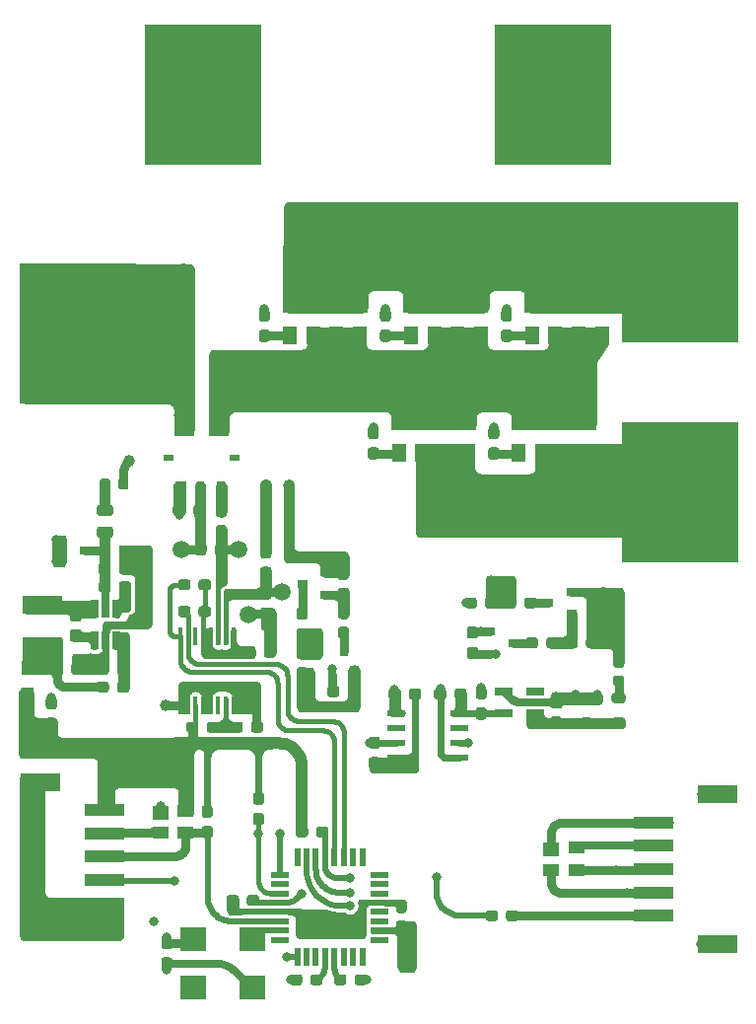
<source format=gtl>
%TF.GenerationSoftware,KiCad,Pcbnew,(5.1.8)-1*%
%TF.CreationDate,2021-02-13T14:21:54-08:00*%
%TF.ProjectId,20190720_Project_OCP-OVP-UVP,32303139-3037-4323-905f-50726f6a6563,A1*%
%TF.SameCoordinates,PX6ff61c0PY8823130*%
%TF.FileFunction,Copper,L1,Top*%
%TF.FilePolarity,Positive*%
%FSLAX46Y46*%
G04 Gerber Fmt 4.6, Leading zero omitted, Abs format (unit mm)*
G04 Created by KiCad (PCBNEW (5.1.8)-1) date 2021-02-13 14:21:54*
%MOMM*%
%LPD*%
G01*
G04 APERTURE LIST*
%TA.AperFunction,SMDPad,CuDef*%
%ADD10C,1.000000*%
%TD*%
%TA.AperFunction,SMDPad,CuDef*%
%ADD11R,7.340600X5.816600*%
%TD*%
%TA.AperFunction,SMDPad,CuDef*%
%ADD12R,1.143000X1.524000*%
%TD*%
%TA.AperFunction,SMDPad,CuDef*%
%ADD13R,10.000000X12.000000*%
%TD*%
%TA.AperFunction,ComponentPad*%
%ADD14C,10.000000*%
%TD*%
%TA.AperFunction,SMDPad,CuDef*%
%ADD15R,3.500000X1.000000*%
%TD*%
%TA.AperFunction,SMDPad,CuDef*%
%ADD16R,3.500000X1.600000*%
%TD*%
%TA.AperFunction,ComponentPad*%
%ADD17R,10.000000X12.000000*%
%TD*%
%TA.AperFunction,SMDPad,CuDef*%
%ADD18R,3.500000X1.500000*%
%TD*%
%TA.AperFunction,SMDPad,CuDef*%
%ADD19R,1.600000X0.550000*%
%TD*%
%TA.AperFunction,SMDPad,CuDef*%
%ADD20R,0.550000X1.600000*%
%TD*%
%TA.AperFunction,SMDPad,CuDef*%
%ADD21R,0.650000X1.560000*%
%TD*%
%TA.AperFunction,SMDPad,CuDef*%
%ADD22R,0.900000X0.800000*%
%TD*%
%TA.AperFunction,SMDPad,CuDef*%
%ADD23R,0.450000X1.500000*%
%TD*%
%TA.AperFunction,SMDPad,CuDef*%
%ADD24R,2.200000X2.000000*%
%TD*%
%TA.AperFunction,SMDPad,CuDef*%
%ADD25R,0.800000X0.900000*%
%TD*%
%TA.AperFunction,SMDPad,CuDef*%
%ADD26R,1.550000X0.600000*%
%TD*%
%TA.AperFunction,SMDPad,CuDef*%
%ADD27R,1.000000X1.150000*%
%TD*%
%TA.AperFunction,SMDPad,CuDef*%
%ADD28R,1.560000X0.650000*%
%TD*%
%TA.AperFunction,SMDPad,CuDef*%
%ADD29R,1.400000X1.000000*%
%TD*%
%TA.AperFunction,SMDPad,CuDef*%
%ADD30R,1.400000X1.200000*%
%TD*%
%TA.AperFunction,SMDPad,CuDef*%
%ADD31R,0.500000X1.500000*%
%TD*%
%TA.AperFunction,SMDPad,CuDef*%
%ADD32R,1.800000X1.700000*%
%TD*%
%TA.AperFunction,SMDPad,CuDef*%
%ADD33R,0.900000X0.600000*%
%TD*%
%TA.AperFunction,SMDPad,CuDef*%
%ADD34C,1.500000*%
%TD*%
%TA.AperFunction,ViaPad*%
%ADD35C,1.000000*%
%TD*%
%TA.AperFunction,ViaPad*%
%ADD36C,2.000000*%
%TD*%
%TA.AperFunction,ViaPad*%
%ADD37C,0.800000*%
%TD*%
%TA.AperFunction,Conductor*%
%ADD38C,0.700000*%
%TD*%
%TA.AperFunction,Conductor*%
%ADD39C,0.600000*%
%TD*%
%TA.AperFunction,Conductor*%
%ADD40C,0.550000*%
%TD*%
%TA.AperFunction,Conductor*%
%ADD41C,0.800000*%
%TD*%
%TA.AperFunction,Conductor*%
%ADD42C,0.500000*%
%TD*%
%TA.AperFunction,Conductor*%
%ADD43C,1.000000*%
%TD*%
%TA.AperFunction,Conductor*%
%ADD44C,0.650000*%
%TD*%
%TA.AperFunction,Conductor*%
%ADD45C,0.900000*%
%TD*%
%TA.AperFunction,Conductor*%
%ADD46C,0.450000*%
%TD*%
%TA.AperFunction,Conductor*%
%ADD47C,0.254000*%
%TD*%
G04 APERTURE END LIST*
D10*
X17900000Y26000000D03*
X12900000Y27825000D03*
D11*
X26600000Y64382700D03*
D12*
X29600002Y59544000D03*
X27600001Y59544000D03*
X25600002Y59544000D03*
X23600001Y59544000D03*
D11*
X37000000Y64382700D03*
D12*
X40000002Y59544000D03*
X38000001Y59544000D03*
X36000002Y59544000D03*
X34000001Y59544000D03*
D11*
X47400000Y64382700D03*
D12*
X50400002Y59544000D03*
X48400001Y59544000D03*
X46400002Y59544000D03*
X44400001Y59544000D03*
D13*
X57100000Y46100000D03*
X57100000Y65000000D03*
D14*
X16150000Y80250000D03*
X46150000Y80250000D03*
D15*
X54800000Y17750000D03*
D16*
X60300000Y20150000D03*
X60300000Y7350000D03*
D15*
X54800000Y15750000D03*
X54800000Y13750000D03*
X54800000Y11750000D03*
X54800000Y9750000D03*
D17*
X16150000Y80250000D03*
X5350000Y59700000D03*
D18*
X2350000Y36425000D03*
X2350000Y32925000D03*
%TA.AperFunction,SMDPad,CuDef*%
G36*
G01*
X3337500Y25700000D02*
X2862500Y25700000D01*
G75*
G02*
X2625000Y25937500I0J237500D01*
G01*
X2625000Y26512500D01*
G75*
G02*
X2862500Y26750000I237500J0D01*
G01*
X3337500Y26750000D01*
G75*
G02*
X3575000Y26512500I0J-237500D01*
G01*
X3575000Y25937500D01*
G75*
G02*
X3337500Y25700000I-237500J0D01*
G01*
G37*
%TD.AperFunction*%
%TA.AperFunction,SMDPad,CuDef*%
G36*
G01*
X3337500Y27450000D02*
X2862500Y27450000D01*
G75*
G02*
X2625000Y27687500I0J237500D01*
G01*
X2625000Y28262500D01*
G75*
G02*
X2862500Y28500000I237500J0D01*
G01*
X3337500Y28500000D01*
G75*
G02*
X3575000Y28262500I0J-237500D01*
G01*
X3575000Y27687500D01*
G75*
G02*
X3337500Y27450000I-237500J0D01*
G01*
G37*
%TD.AperFunction*%
D19*
X22775000Y13275000D03*
X22775000Y12475000D03*
X22775000Y11675000D03*
X22775000Y10875000D03*
X22775000Y10075000D03*
X22775000Y9275000D03*
X22775000Y8475000D03*
X22775000Y7675000D03*
D20*
X24225000Y6225000D03*
X25025000Y6225000D03*
X25825000Y6225000D03*
X26625000Y6225000D03*
X27425000Y6225000D03*
X28225000Y6225000D03*
X29025000Y6225000D03*
X29825000Y6225000D03*
D19*
X31275000Y7675000D03*
X31275000Y8475000D03*
X31275000Y9275000D03*
X31275000Y10075000D03*
X31275000Y10875000D03*
X31275000Y11675000D03*
X31275000Y12475000D03*
X31275000Y13275000D03*
D20*
X29825000Y14725000D03*
X29025000Y14725000D03*
X28225000Y14725000D03*
X27425000Y14725000D03*
X26625000Y14725000D03*
X25825000Y14725000D03*
X25025000Y14725000D03*
X24225000Y14725000D03*
%TA.AperFunction,SMDPad,CuDef*%
G36*
G01*
X22400000Y32637500D02*
X22400000Y32162500D01*
G75*
G02*
X22162500Y31925000I-237500J0D01*
G01*
X21587500Y31925000D01*
G75*
G02*
X21350000Y32162500I0J237500D01*
G01*
X21350000Y32637500D01*
G75*
G02*
X21587500Y32875000I237500J0D01*
G01*
X22162500Y32875000D01*
G75*
G02*
X22400000Y32637500I0J-237500D01*
G01*
G37*
%TD.AperFunction*%
%TA.AperFunction,SMDPad,CuDef*%
G36*
G01*
X20650000Y32637500D02*
X20650000Y32162500D01*
G75*
G02*
X20412500Y31925000I-237500J0D01*
G01*
X19837500Y31925000D01*
G75*
G02*
X19600000Y32162500I0J237500D01*
G01*
X19600000Y32637500D01*
G75*
G02*
X19837500Y32875000I237500J0D01*
G01*
X20412500Y32875000D01*
G75*
G02*
X20650000Y32637500I0J-237500D01*
G01*
G37*
%TD.AperFunction*%
%TA.AperFunction,SMDPad,CuDef*%
G36*
G01*
X13262500Y5125000D02*
X12787500Y5125000D01*
G75*
G02*
X12550000Y5362500I0J237500D01*
G01*
X12550000Y5937500D01*
G75*
G02*
X12787500Y6175000I237500J0D01*
G01*
X13262500Y6175000D01*
G75*
G02*
X13500000Y5937500I0J-237500D01*
G01*
X13500000Y5362500D01*
G75*
G02*
X13262500Y5125000I-237500J0D01*
G01*
G37*
%TD.AperFunction*%
%TA.AperFunction,SMDPad,CuDef*%
G36*
G01*
X13262500Y6875000D02*
X12787500Y6875000D01*
G75*
G02*
X12550000Y7112500I0J237500D01*
G01*
X12550000Y7687500D01*
G75*
G02*
X12787500Y7925000I237500J0D01*
G01*
X13262500Y7925000D01*
G75*
G02*
X13500000Y7687500I0J-237500D01*
G01*
X13500000Y7112500D01*
G75*
G02*
X13262500Y6875000I-237500J0D01*
G01*
G37*
%TD.AperFunction*%
%TA.AperFunction,SMDPad,CuDef*%
G36*
G01*
X18150000Y10822500D02*
X18150000Y11297500D01*
G75*
G02*
X18387500Y11535000I237500J0D01*
G01*
X18962500Y11535000D01*
G75*
G02*
X19200000Y11297500I0J-237500D01*
G01*
X19200000Y10822500D01*
G75*
G02*
X18962500Y10585000I-237500J0D01*
G01*
X18387500Y10585000D01*
G75*
G02*
X18150000Y10822500I0J237500D01*
G01*
G37*
%TD.AperFunction*%
%TA.AperFunction,SMDPad,CuDef*%
G36*
G01*
X19900000Y10822500D02*
X19900000Y11297500D01*
G75*
G02*
X20137500Y11535000I237500J0D01*
G01*
X20712500Y11535000D01*
G75*
G02*
X20950000Y11297500I0J-237500D01*
G01*
X20950000Y10822500D01*
G75*
G02*
X20712500Y10585000I-237500J0D01*
G01*
X20137500Y10585000D01*
G75*
G02*
X19900000Y10822500I0J237500D01*
G01*
G37*
%TD.AperFunction*%
%TA.AperFunction,SMDPad,CuDef*%
G36*
G01*
X32937500Y9325000D02*
X33412500Y9325000D01*
G75*
G02*
X33650000Y9087500I0J-237500D01*
G01*
X33650000Y8512500D01*
G75*
G02*
X33412500Y8275000I-237500J0D01*
G01*
X32937500Y8275000D01*
G75*
G02*
X32700000Y8512500I0J237500D01*
G01*
X32700000Y9087500D01*
G75*
G02*
X32937500Y9325000I237500J0D01*
G01*
G37*
%TD.AperFunction*%
%TA.AperFunction,SMDPad,CuDef*%
G36*
G01*
X32937500Y11075000D02*
X33412500Y11075000D01*
G75*
G02*
X33650000Y10837500I0J-237500D01*
G01*
X33650000Y10262500D01*
G75*
G02*
X33412500Y10025000I-237500J0D01*
G01*
X32937500Y10025000D01*
G75*
G02*
X32700000Y10262500I0J237500D01*
G01*
X32700000Y10837500D01*
G75*
G02*
X32937500Y11075000I237500J0D01*
G01*
G37*
%TD.AperFunction*%
%TA.AperFunction,SMDPad,CuDef*%
G36*
G01*
X42160000Y9512500D02*
X42160000Y9987500D01*
G75*
G02*
X42397500Y10225000I237500J0D01*
G01*
X42972500Y10225000D01*
G75*
G02*
X43210000Y9987500I0J-237500D01*
G01*
X43210000Y9512500D01*
G75*
G02*
X42972500Y9275000I-237500J0D01*
G01*
X42397500Y9275000D01*
G75*
G02*
X42160000Y9512500I0J237500D01*
G01*
G37*
%TD.AperFunction*%
%TA.AperFunction,SMDPad,CuDef*%
G36*
G01*
X40410000Y9512500D02*
X40410000Y9987500D01*
G75*
G02*
X40647500Y10225000I237500J0D01*
G01*
X41222500Y10225000D01*
G75*
G02*
X41460000Y9987500I0J-237500D01*
G01*
X41460000Y9512500D01*
G75*
G02*
X41222500Y9275000I-237500J0D01*
G01*
X40647500Y9275000D01*
G75*
G02*
X40410000Y9512500I0J237500D01*
G01*
G37*
%TD.AperFunction*%
%TA.AperFunction,SMDPad,CuDef*%
G36*
G01*
X24100000Y16712500D02*
X24100000Y17187500D01*
G75*
G02*
X24337500Y17425000I237500J0D01*
G01*
X24912500Y17425000D01*
G75*
G02*
X25150000Y17187500I0J-237500D01*
G01*
X25150000Y16712500D01*
G75*
G02*
X24912500Y16475000I-237500J0D01*
G01*
X24337500Y16475000D01*
G75*
G02*
X24100000Y16712500I0J237500D01*
G01*
G37*
%TD.AperFunction*%
%TA.AperFunction,SMDPad,CuDef*%
G36*
G01*
X25850000Y16712500D02*
X25850000Y17187500D01*
G75*
G02*
X26087500Y17425000I237500J0D01*
G01*
X26662500Y17425000D01*
G75*
G02*
X26900000Y17187500I0J-237500D01*
G01*
X26900000Y16712500D01*
G75*
G02*
X26662500Y16475000I-237500J0D01*
G01*
X26087500Y16475000D01*
G75*
G02*
X25850000Y16712500I0J237500D01*
G01*
G37*
%TD.AperFunction*%
%TA.AperFunction,SMDPad,CuDef*%
G36*
G01*
X16252500Y19210000D02*
X16727500Y19210000D01*
G75*
G02*
X16965000Y18972500I0J-237500D01*
G01*
X16965000Y18397500D01*
G75*
G02*
X16727500Y18160000I-237500J0D01*
G01*
X16252500Y18160000D01*
G75*
G02*
X16015000Y18397500I0J237500D01*
G01*
X16015000Y18972500D01*
G75*
G02*
X16252500Y19210000I237500J0D01*
G01*
G37*
%TD.AperFunction*%
%TA.AperFunction,SMDPad,CuDef*%
G36*
G01*
X16252500Y17460000D02*
X16727500Y17460000D01*
G75*
G02*
X16965000Y17222500I0J-237500D01*
G01*
X16965000Y16647500D01*
G75*
G02*
X16727500Y16410000I-237500J0D01*
G01*
X16252500Y16410000D01*
G75*
G02*
X16015000Y16647500I0J237500D01*
G01*
X16015000Y17222500D01*
G75*
G02*
X16252500Y17460000I237500J0D01*
G01*
G37*
%TD.AperFunction*%
%TA.AperFunction,SMDPad,CuDef*%
G36*
G01*
X20662500Y18575000D02*
X21137500Y18575000D01*
G75*
G02*
X21375000Y18337500I0J-237500D01*
G01*
X21375000Y17762500D01*
G75*
G02*
X21137500Y17525000I-237500J0D01*
G01*
X20662500Y17525000D01*
G75*
G02*
X20425000Y17762500I0J237500D01*
G01*
X20425000Y18337500D01*
G75*
G02*
X20662500Y18575000I237500J0D01*
G01*
G37*
%TD.AperFunction*%
%TA.AperFunction,SMDPad,CuDef*%
G36*
G01*
X20662500Y20325000D02*
X21137500Y20325000D01*
G75*
G02*
X21375000Y20087500I0J-237500D01*
G01*
X21375000Y19512500D01*
G75*
G02*
X21137500Y19275000I-237500J0D01*
G01*
X20662500Y19275000D01*
G75*
G02*
X20425000Y19512500I0J237500D01*
G01*
X20425000Y20087500D01*
G75*
G02*
X20662500Y20325000I237500J0D01*
G01*
G37*
%TD.AperFunction*%
%TA.AperFunction,SMDPad,CuDef*%
G36*
G01*
X8900000Y39287500D02*
X8900000Y39762500D01*
G75*
G02*
X9137500Y40000000I237500J0D01*
G01*
X9712500Y40000000D01*
G75*
G02*
X9950000Y39762500I0J-237500D01*
G01*
X9950000Y39287500D01*
G75*
G02*
X9712500Y39050000I-237500J0D01*
G01*
X9137500Y39050000D01*
G75*
G02*
X8900000Y39287500I0J237500D01*
G01*
G37*
%TD.AperFunction*%
%TA.AperFunction,SMDPad,CuDef*%
G36*
G01*
X7150000Y39287500D02*
X7150000Y39762500D01*
G75*
G02*
X7387500Y40000000I237500J0D01*
G01*
X7962500Y40000000D01*
G75*
G02*
X8200000Y39762500I0J-237500D01*
G01*
X8200000Y39287500D01*
G75*
G02*
X7962500Y39050000I-237500J0D01*
G01*
X7387500Y39050000D01*
G75*
G02*
X7150000Y39287500I0J237500D01*
G01*
G37*
%TD.AperFunction*%
%TA.AperFunction,SMDPad,CuDef*%
G36*
G01*
X4912500Y34325000D02*
X5387500Y34325000D01*
G75*
G02*
X5625000Y34087500I0J-237500D01*
G01*
X5625000Y33512500D01*
G75*
G02*
X5387500Y33275000I-237500J0D01*
G01*
X4912500Y33275000D01*
G75*
G02*
X4675000Y33512500I0J237500D01*
G01*
X4675000Y34087500D01*
G75*
G02*
X4912500Y34325000I237500J0D01*
G01*
G37*
%TD.AperFunction*%
%TA.AperFunction,SMDPad,CuDef*%
G36*
G01*
X4912500Y36075000D02*
X5387500Y36075000D01*
G75*
G02*
X5625000Y35837500I0J-237500D01*
G01*
X5625000Y35262500D01*
G75*
G02*
X5387500Y35025000I-237500J0D01*
G01*
X4912500Y35025000D01*
G75*
G02*
X4675000Y35262500I0J237500D01*
G01*
X4675000Y35837500D01*
G75*
G02*
X4912500Y36075000I237500J0D01*
G01*
G37*
%TD.AperFunction*%
%TA.AperFunction,SMDPad,CuDef*%
G36*
G01*
X9800000Y31162500D02*
X9800000Y30687500D01*
G75*
G02*
X9562500Y30450000I-237500J0D01*
G01*
X8987500Y30450000D01*
G75*
G02*
X8750000Y30687500I0J237500D01*
G01*
X8750000Y31162500D01*
G75*
G02*
X8987500Y31400000I237500J0D01*
G01*
X9562500Y31400000D01*
G75*
G02*
X9800000Y31162500I0J-237500D01*
G01*
G37*
%TD.AperFunction*%
%TA.AperFunction,SMDPad,CuDef*%
G36*
G01*
X8050000Y31162500D02*
X8050000Y30687500D01*
G75*
G02*
X7812500Y30450000I-237500J0D01*
G01*
X7237500Y30450000D01*
G75*
G02*
X7000000Y30687500I0J237500D01*
G01*
X7000000Y31162500D01*
G75*
G02*
X7237500Y31400000I237500J0D01*
G01*
X7812500Y31400000D01*
G75*
G02*
X8050000Y31162500I0J-237500D01*
G01*
G37*
%TD.AperFunction*%
D21*
X6800000Y33375000D03*
X7750000Y33375000D03*
X8700000Y33375000D03*
X8700000Y36075000D03*
X6800000Y36075000D03*
X7750000Y36075000D03*
%TA.AperFunction,SMDPad,CuDef*%
G36*
G01*
X8900000Y37737500D02*
X8900000Y38212500D01*
G75*
G02*
X9137500Y38450000I237500J0D01*
G01*
X9712500Y38450000D01*
G75*
G02*
X9950000Y38212500I0J-237500D01*
G01*
X9950000Y37737500D01*
G75*
G02*
X9712500Y37500000I-237500J0D01*
G01*
X9137500Y37500000D01*
G75*
G02*
X8900000Y37737500I0J237500D01*
G01*
G37*
%TD.AperFunction*%
%TA.AperFunction,SMDPad,CuDef*%
G36*
G01*
X7150000Y37737500D02*
X7150000Y38212500D01*
G75*
G02*
X7387500Y38450000I237500J0D01*
G01*
X7962500Y38450000D01*
G75*
G02*
X8200000Y38212500I0J-237500D01*
G01*
X8200000Y37737500D01*
G75*
G02*
X7962500Y37500000I-237500J0D01*
G01*
X7387500Y37500000D01*
G75*
G02*
X7150000Y37737500I0J237500D01*
G01*
G37*
%TD.AperFunction*%
D22*
X3950000Y42025000D03*
X3950000Y40125000D03*
X5950000Y41075000D03*
%TA.AperFunction,SMDPad,CuDef*%
G36*
G01*
X8750000Y29137500D02*
X8750000Y29612500D01*
G75*
G02*
X8987500Y29850000I237500J0D01*
G01*
X9562500Y29850000D01*
G75*
G02*
X9800000Y29612500I0J-237500D01*
G01*
X9800000Y29137500D01*
G75*
G02*
X9562500Y28900000I-237500J0D01*
G01*
X8987500Y28900000D01*
G75*
G02*
X8750000Y29137500I0J237500D01*
G01*
G37*
%TD.AperFunction*%
%TA.AperFunction,SMDPad,CuDef*%
G36*
G01*
X7000000Y29137500D02*
X7000000Y29612500D01*
G75*
G02*
X7237500Y29850000I237500J0D01*
G01*
X7812500Y29850000D01*
G75*
G02*
X8050000Y29612500I0J-237500D01*
G01*
X8050000Y29137500D01*
G75*
G02*
X7812500Y28900000I-237500J0D01*
G01*
X7237500Y28900000D01*
G75*
G02*
X7000000Y29137500I0J237500D01*
G01*
G37*
%TD.AperFunction*%
D23*
X14175000Y33725000D03*
X14825000Y33725000D03*
X15475000Y33725000D03*
X16125000Y33725000D03*
X16775000Y33725000D03*
X17425000Y33725000D03*
X18075000Y33725000D03*
X18725000Y33725000D03*
X18725000Y27825000D03*
X18075000Y27825000D03*
X17425000Y27825000D03*
X16775000Y27825000D03*
X16125000Y27825000D03*
X15475000Y27825000D03*
X14825000Y27825000D03*
X14175000Y27825000D03*
D24*
X15295000Y3550000D03*
X20375000Y3550000D03*
X20375000Y7750000D03*
X15295000Y7750000D03*
%TA.AperFunction,SMDPad,CuDef*%
G36*
G01*
X33825000Y28537500D02*
X33825000Y29012500D01*
G75*
G02*
X34062500Y29250000I237500J0D01*
G01*
X34637500Y29250000D01*
G75*
G02*
X34875000Y29012500I0J-237500D01*
G01*
X34875000Y28537500D01*
G75*
G02*
X34637500Y28300000I-237500J0D01*
G01*
X34062500Y28300000D01*
G75*
G02*
X33825000Y28537500I0J237500D01*
G01*
G37*
%TD.AperFunction*%
%TA.AperFunction,SMDPad,CuDef*%
G36*
G01*
X32075000Y28537500D02*
X32075000Y29012500D01*
G75*
G02*
X32312500Y29250000I237500J0D01*
G01*
X32887500Y29250000D01*
G75*
G02*
X33125000Y29012500I0J-237500D01*
G01*
X33125000Y28537500D01*
G75*
G02*
X32887500Y28300000I-237500J0D01*
G01*
X32312500Y28300000D01*
G75*
G02*
X32075000Y28537500I0J237500D01*
G01*
G37*
%TD.AperFunction*%
%TA.AperFunction,SMDPad,CuDef*%
G36*
G01*
X38775000Y29012500D02*
X38775000Y28537500D01*
G75*
G02*
X38537500Y28300000I-237500J0D01*
G01*
X37962500Y28300000D01*
G75*
G02*
X37725000Y28537500I0J237500D01*
G01*
X37725000Y29012500D01*
G75*
G02*
X37962500Y29250000I237500J0D01*
G01*
X38537500Y29250000D01*
G75*
G02*
X38775000Y29012500I0J-237500D01*
G01*
G37*
%TD.AperFunction*%
%TA.AperFunction,SMDPad,CuDef*%
G36*
G01*
X37025000Y29012500D02*
X37025000Y28537500D01*
G75*
G02*
X36787500Y28300000I-237500J0D01*
G01*
X36212500Y28300000D01*
G75*
G02*
X35975000Y28537500I0J237500D01*
G01*
X35975000Y29012500D01*
G75*
G02*
X36212500Y29250000I237500J0D01*
G01*
X36787500Y29250000D01*
G75*
G02*
X37025000Y29012500I0J-237500D01*
G01*
G37*
%TD.AperFunction*%
%TA.AperFunction,SMDPad,CuDef*%
G36*
G01*
X7275000Y46543750D02*
X7275000Y47056250D01*
G75*
G02*
X7493750Y47275000I218750J0D01*
G01*
X7931250Y47275000D01*
G75*
G02*
X8150000Y47056250I0J-218750D01*
G01*
X8150000Y46543750D01*
G75*
G02*
X7931250Y46325000I-218750J0D01*
G01*
X7493750Y46325000D01*
G75*
G02*
X7275000Y46543750I0J218750D01*
G01*
G37*
%TD.AperFunction*%
%TA.AperFunction,SMDPad,CuDef*%
G36*
G01*
X8850000Y46543750D02*
X8850000Y47056250D01*
G75*
G02*
X9068750Y47275000I218750J0D01*
G01*
X9506250Y47275000D01*
G75*
G02*
X9725000Y47056250I0J-218750D01*
G01*
X9725000Y46543750D01*
G75*
G02*
X9506250Y46325000I-218750J0D01*
G01*
X9068750Y46325000D01*
G75*
G02*
X8850000Y46543750I0J218750D01*
G01*
G37*
%TD.AperFunction*%
D25*
X28200000Y32475000D03*
X29150000Y30475000D03*
X27250000Y30475000D03*
D22*
X26650000Y37300000D03*
X26650000Y39200000D03*
X24650000Y38250000D03*
D26*
X38125000Y27125000D03*
X38125000Y25855000D03*
X38125000Y24585000D03*
X38125000Y23315000D03*
X32725000Y23315000D03*
X32725000Y24585000D03*
X32725000Y25855000D03*
X32725000Y27125000D03*
D22*
X40800000Y34125000D03*
X40800000Y32225000D03*
X42800000Y33175000D03*
X45800000Y36600000D03*
X47800000Y37550000D03*
X47800000Y35650000D03*
%TA.AperFunction,SMDPad,CuDef*%
G36*
G01*
X28550000Y28737500D02*
X28550000Y29212500D01*
G75*
G02*
X28787500Y29450000I237500J0D01*
G01*
X29362500Y29450000D01*
G75*
G02*
X29600000Y29212500I0J-237500D01*
G01*
X29600000Y28737500D01*
G75*
G02*
X29362500Y28500000I-237500J0D01*
G01*
X28787500Y28500000D01*
G75*
G02*
X28550000Y28737500I0J237500D01*
G01*
G37*
%TD.AperFunction*%
%TA.AperFunction,SMDPad,CuDef*%
G36*
G01*
X26800000Y28737500D02*
X26800000Y29212500D01*
G75*
G02*
X27037500Y29450000I237500J0D01*
G01*
X27612500Y29450000D01*
G75*
G02*
X27850000Y29212500I0J-237500D01*
G01*
X27850000Y28737500D01*
G75*
G02*
X27612500Y28500000I-237500J0D01*
G01*
X27037500Y28500000D01*
G75*
G02*
X26800000Y28737500I0J237500D01*
G01*
G37*
%TD.AperFunction*%
%TA.AperFunction,SMDPad,CuDef*%
G36*
G01*
X27962500Y37900000D02*
X28437500Y37900000D01*
G75*
G02*
X28675000Y37662500I0J-237500D01*
G01*
X28675000Y37087500D01*
G75*
G02*
X28437500Y36850000I-237500J0D01*
G01*
X27962500Y36850000D01*
G75*
G02*
X27725000Y37087500I0J237500D01*
G01*
X27725000Y37662500D01*
G75*
G02*
X27962500Y37900000I237500J0D01*
G01*
G37*
%TD.AperFunction*%
%TA.AperFunction,SMDPad,CuDef*%
G36*
G01*
X27962500Y39650000D02*
X28437500Y39650000D01*
G75*
G02*
X28675000Y39412500I0J-237500D01*
G01*
X28675000Y38837500D01*
G75*
G02*
X28437500Y38600000I-237500J0D01*
G01*
X27962500Y38600000D01*
G75*
G02*
X27725000Y38837500I0J237500D01*
G01*
X27725000Y39412500D01*
G75*
G02*
X27962500Y39650000I237500J0D01*
G01*
G37*
%TD.AperFunction*%
%TA.AperFunction,SMDPad,CuDef*%
G36*
G01*
X27962500Y36300000D02*
X28437500Y36300000D01*
G75*
G02*
X28675000Y36062500I0J-237500D01*
G01*
X28675000Y35487500D01*
G75*
G02*
X28437500Y35250000I-237500J0D01*
G01*
X27962500Y35250000D01*
G75*
G02*
X27725000Y35487500I0J237500D01*
G01*
X27725000Y36062500D01*
G75*
G02*
X27962500Y36300000I237500J0D01*
G01*
G37*
%TD.AperFunction*%
%TA.AperFunction,SMDPad,CuDef*%
G36*
G01*
X27962500Y34550000D02*
X28437500Y34550000D01*
G75*
G02*
X28675000Y34312500I0J-237500D01*
G01*
X28675000Y33737500D01*
G75*
G02*
X28437500Y33500000I-237500J0D01*
G01*
X27962500Y33500000D01*
G75*
G02*
X27725000Y33737500I0J237500D01*
G01*
X27725000Y34312500D01*
G75*
G02*
X27962500Y34550000I237500J0D01*
G01*
G37*
%TD.AperFunction*%
%TA.AperFunction,SMDPad,CuDef*%
G36*
G01*
X24412500Y32825000D02*
X24887500Y32825000D01*
G75*
G02*
X25125000Y32587500I0J-237500D01*
G01*
X25125000Y32012500D01*
G75*
G02*
X24887500Y31775000I-237500J0D01*
G01*
X24412500Y31775000D01*
G75*
G02*
X24175000Y32012500I0J237500D01*
G01*
X24175000Y32587500D01*
G75*
G02*
X24412500Y32825000I237500J0D01*
G01*
G37*
%TD.AperFunction*%
%TA.AperFunction,SMDPad,CuDef*%
G36*
G01*
X24412500Y31075000D02*
X24887500Y31075000D01*
G75*
G02*
X25125000Y30837500I0J-237500D01*
G01*
X25125000Y30262500D01*
G75*
G02*
X24887500Y30025000I-237500J0D01*
G01*
X24412500Y30025000D01*
G75*
G02*
X24175000Y30262500I0J237500D01*
G01*
X24175000Y30837500D01*
G75*
G02*
X24412500Y31075000I237500J0D01*
G01*
G37*
%TD.AperFunction*%
%TA.AperFunction,SMDPad,CuDef*%
G36*
G01*
X30612500Y25125000D02*
X31087500Y25125000D01*
G75*
G02*
X31325000Y24887500I0J-237500D01*
G01*
X31325000Y24312500D01*
G75*
G02*
X31087500Y24075000I-237500J0D01*
G01*
X30612500Y24075000D01*
G75*
G02*
X30375000Y24312500I0J237500D01*
G01*
X30375000Y24887500D01*
G75*
G02*
X30612500Y25125000I237500J0D01*
G01*
G37*
%TD.AperFunction*%
%TA.AperFunction,SMDPad,CuDef*%
G36*
G01*
X30612500Y23375000D02*
X31087500Y23375000D01*
G75*
G02*
X31325000Y23137500I0J-237500D01*
G01*
X31325000Y22562500D01*
G75*
G02*
X31087500Y22325000I-237500J0D01*
G01*
X30612500Y22325000D01*
G75*
G02*
X30375000Y22562500I0J237500D01*
G01*
X30375000Y23137500D01*
G75*
G02*
X30612500Y23375000I237500J0D01*
G01*
G37*
%TD.AperFunction*%
%TA.AperFunction,SMDPad,CuDef*%
G36*
G01*
X24412500Y34450000D02*
X24887500Y34450000D01*
G75*
G02*
X25125000Y34212500I0J-237500D01*
G01*
X25125000Y33637500D01*
G75*
G02*
X24887500Y33400000I-237500J0D01*
G01*
X24412500Y33400000D01*
G75*
G02*
X24175000Y33637500I0J237500D01*
G01*
X24175000Y34212500D01*
G75*
G02*
X24412500Y34450000I237500J0D01*
G01*
G37*
%TD.AperFunction*%
%TA.AperFunction,SMDPad,CuDef*%
G36*
G01*
X24412500Y36200000D02*
X24887500Y36200000D01*
G75*
G02*
X25125000Y35962500I0J-237500D01*
G01*
X25125000Y35387500D01*
G75*
G02*
X24887500Y35150000I-237500J0D01*
G01*
X24412500Y35150000D01*
G75*
G02*
X24175000Y35387500I0J237500D01*
G01*
X24175000Y35962500D01*
G75*
G02*
X24412500Y36200000I237500J0D01*
G01*
G37*
%TD.AperFunction*%
%TA.AperFunction,SMDPad,CuDef*%
G36*
G01*
X39037500Y32825000D02*
X39512500Y32825000D01*
G75*
G02*
X39750000Y32587500I0J-237500D01*
G01*
X39750000Y32012500D01*
G75*
G02*
X39512500Y31775000I-237500J0D01*
G01*
X39037500Y31775000D01*
G75*
G02*
X38800000Y32012500I0J237500D01*
G01*
X38800000Y32587500D01*
G75*
G02*
X39037500Y32825000I237500J0D01*
G01*
G37*
%TD.AperFunction*%
%TA.AperFunction,SMDPad,CuDef*%
G36*
G01*
X39037500Y34575000D02*
X39512500Y34575000D01*
G75*
G02*
X39750000Y34337500I0J-237500D01*
G01*
X39750000Y33762500D01*
G75*
G02*
X39512500Y33525000I-237500J0D01*
G01*
X39037500Y33525000D01*
G75*
G02*
X38800000Y33762500I0J237500D01*
G01*
X38800000Y34337500D01*
G75*
G02*
X39037500Y34575000I237500J0D01*
G01*
G37*
%TD.AperFunction*%
%TA.AperFunction,SMDPad,CuDef*%
G36*
G01*
X48325000Y33412500D02*
X48325000Y32937500D01*
G75*
G02*
X48087500Y32700000I-237500J0D01*
G01*
X47512500Y32700000D01*
G75*
G02*
X47275000Y32937500I0J237500D01*
G01*
X47275000Y33412500D01*
G75*
G02*
X47512500Y33650000I237500J0D01*
G01*
X48087500Y33650000D01*
G75*
G02*
X48325000Y33412500I0J-237500D01*
G01*
G37*
%TD.AperFunction*%
%TA.AperFunction,SMDPad,CuDef*%
G36*
G01*
X50075000Y33412500D02*
X50075000Y32937500D01*
G75*
G02*
X49837500Y32700000I-237500J0D01*
G01*
X49262500Y32700000D01*
G75*
G02*
X49025000Y32937500I0J237500D01*
G01*
X49025000Y33412500D01*
G75*
G02*
X49262500Y33650000I237500J0D01*
G01*
X49837500Y33650000D01*
G75*
G02*
X50075000Y33412500I0J-237500D01*
G01*
G37*
%TD.AperFunction*%
%TA.AperFunction,SMDPad,CuDef*%
G36*
G01*
X46650000Y33412500D02*
X46650000Y32937500D01*
G75*
G02*
X46412500Y32700000I-237500J0D01*
G01*
X45837500Y32700000D01*
G75*
G02*
X45600000Y32937500I0J237500D01*
G01*
X45600000Y33412500D01*
G75*
G02*
X45837500Y33650000I237500J0D01*
G01*
X46412500Y33650000D01*
G75*
G02*
X46650000Y33412500I0J-237500D01*
G01*
G37*
%TD.AperFunction*%
%TA.AperFunction,SMDPad,CuDef*%
G36*
G01*
X44900000Y33412500D02*
X44900000Y32937500D01*
G75*
G02*
X44662500Y32700000I-237500J0D01*
G01*
X44087500Y32700000D01*
G75*
G02*
X43850000Y32937500I0J237500D01*
G01*
X43850000Y33412500D01*
G75*
G02*
X44087500Y33650000I237500J0D01*
G01*
X44662500Y33650000D01*
G75*
G02*
X44900000Y33412500I0J-237500D01*
G01*
G37*
%TD.AperFunction*%
%TA.AperFunction,SMDPad,CuDef*%
G36*
G01*
X44775000Y36837500D02*
X44775000Y36362500D01*
G75*
G02*
X44537500Y36125000I-237500J0D01*
G01*
X43962500Y36125000D01*
G75*
G02*
X43725000Y36362500I0J237500D01*
G01*
X43725000Y36837500D01*
G75*
G02*
X43962500Y37075000I237500J0D01*
G01*
X44537500Y37075000D01*
G75*
G02*
X44775000Y36837500I0J-237500D01*
G01*
G37*
%TD.AperFunction*%
%TA.AperFunction,SMDPad,CuDef*%
G36*
G01*
X43025000Y36837500D02*
X43025000Y36362500D01*
G75*
G02*
X42787500Y36125000I-237500J0D01*
G01*
X42212500Y36125000D01*
G75*
G02*
X41975000Y36362500I0J237500D01*
G01*
X41975000Y36837500D01*
G75*
G02*
X42212500Y37075000I237500J0D01*
G01*
X42787500Y37075000D01*
G75*
G02*
X43025000Y36837500I0J-237500D01*
G01*
G37*
%TD.AperFunction*%
%TA.AperFunction,SMDPad,CuDef*%
G36*
G01*
X41400000Y36837500D02*
X41400000Y36362500D01*
G75*
G02*
X41162500Y36125000I-237500J0D01*
G01*
X40587500Y36125000D01*
G75*
G02*
X40350000Y36362500I0J237500D01*
G01*
X40350000Y36837500D01*
G75*
G02*
X40587500Y37075000I237500J0D01*
G01*
X41162500Y37075000D01*
G75*
G02*
X41400000Y36837500I0J-237500D01*
G01*
G37*
%TD.AperFunction*%
%TA.AperFunction,SMDPad,CuDef*%
G36*
G01*
X39650000Y36837500D02*
X39650000Y36362500D01*
G75*
G02*
X39412500Y36125000I-237500J0D01*
G01*
X38837500Y36125000D01*
G75*
G02*
X38600000Y36362500I0J237500D01*
G01*
X38600000Y36837500D01*
G75*
G02*
X38837500Y37075000I237500J0D01*
G01*
X39412500Y37075000D01*
G75*
G02*
X39650000Y36837500I0J-237500D01*
G01*
G37*
%TD.AperFunction*%
%TA.AperFunction,SMDPad,CuDef*%
G36*
G01*
X21637500Y59000000D02*
X21162500Y59000000D01*
G75*
G02*
X20925000Y59237500I0J237500D01*
G01*
X20925000Y59812500D01*
G75*
G02*
X21162500Y60050000I237500J0D01*
G01*
X21637500Y60050000D01*
G75*
G02*
X21875000Y59812500I0J-237500D01*
G01*
X21875000Y59237500D01*
G75*
G02*
X21637500Y59000000I-237500J0D01*
G01*
G37*
%TD.AperFunction*%
%TA.AperFunction,SMDPad,CuDef*%
G36*
G01*
X21637500Y60750000D02*
X21162500Y60750000D01*
G75*
G02*
X20925000Y60987500I0J237500D01*
G01*
X20925000Y61562500D01*
G75*
G02*
X21162500Y61800000I237500J0D01*
G01*
X21637500Y61800000D01*
G75*
G02*
X21875000Y61562500I0J-237500D01*
G01*
X21875000Y60987500D01*
G75*
G02*
X21637500Y60750000I-237500J0D01*
G01*
G37*
%TD.AperFunction*%
%TA.AperFunction,SMDPad,CuDef*%
G36*
G01*
X42437500Y59000000D02*
X41962500Y59000000D01*
G75*
G02*
X41725000Y59237500I0J237500D01*
G01*
X41725000Y59812500D01*
G75*
G02*
X41962500Y60050000I237500J0D01*
G01*
X42437500Y60050000D01*
G75*
G02*
X42675000Y59812500I0J-237500D01*
G01*
X42675000Y59237500D01*
G75*
G02*
X42437500Y59000000I-237500J0D01*
G01*
G37*
%TD.AperFunction*%
%TA.AperFunction,SMDPad,CuDef*%
G36*
G01*
X42437500Y60750000D02*
X41962500Y60750000D01*
G75*
G02*
X41725000Y60987500I0J237500D01*
G01*
X41725000Y61562500D01*
G75*
G02*
X41962500Y61800000I237500J0D01*
G01*
X42437500Y61800000D01*
G75*
G02*
X42675000Y61562500I0J-237500D01*
G01*
X42675000Y60987500D01*
G75*
G02*
X42437500Y60750000I-237500J0D01*
G01*
G37*
%TD.AperFunction*%
%TA.AperFunction,SMDPad,CuDef*%
G36*
G01*
X41337500Y48900000D02*
X40862500Y48900000D01*
G75*
G02*
X40625000Y49137500I0J237500D01*
G01*
X40625000Y49712500D01*
G75*
G02*
X40862500Y49950000I237500J0D01*
G01*
X41337500Y49950000D01*
G75*
G02*
X41575000Y49712500I0J-237500D01*
G01*
X41575000Y49137500D01*
G75*
G02*
X41337500Y48900000I-237500J0D01*
G01*
G37*
%TD.AperFunction*%
%TA.AperFunction,SMDPad,CuDef*%
G36*
G01*
X41337500Y50650000D02*
X40862500Y50650000D01*
G75*
G02*
X40625000Y50887500I0J237500D01*
G01*
X40625000Y51462500D01*
G75*
G02*
X40862500Y51700000I237500J0D01*
G01*
X41337500Y51700000D01*
G75*
G02*
X41575000Y51462500I0J-237500D01*
G01*
X41575000Y50887500D01*
G75*
G02*
X41337500Y50650000I-237500J0D01*
G01*
G37*
%TD.AperFunction*%
%TA.AperFunction,SMDPad,CuDef*%
G36*
G01*
X30512500Y49950000D02*
X30987500Y49950000D01*
G75*
G02*
X31225000Y49712500I0J-237500D01*
G01*
X31225000Y49137500D01*
G75*
G02*
X30987500Y48900000I-237500J0D01*
G01*
X30512500Y48900000D01*
G75*
G02*
X30275000Y49137500I0J237500D01*
G01*
X30275000Y49712500D01*
G75*
G02*
X30512500Y49950000I237500J0D01*
G01*
G37*
%TD.AperFunction*%
%TA.AperFunction,SMDPad,CuDef*%
G36*
G01*
X30512500Y51700000D02*
X30987500Y51700000D01*
G75*
G02*
X31225000Y51462500I0J-237500D01*
G01*
X31225000Y50887500D01*
G75*
G02*
X30987500Y50650000I-237500J0D01*
G01*
X30512500Y50650000D01*
G75*
G02*
X30275000Y50887500I0J237500D01*
G01*
X30275000Y51462500D01*
G75*
G02*
X30512500Y51700000I237500J0D01*
G01*
G37*
%TD.AperFunction*%
%TA.AperFunction,SMDPad,CuDef*%
G36*
G01*
X7243750Y45025000D02*
X8156250Y45025000D01*
G75*
G02*
X8400000Y44781250I0J-243750D01*
G01*
X8400000Y44293750D01*
G75*
G02*
X8156250Y44050000I-243750J0D01*
G01*
X7243750Y44050000D01*
G75*
G02*
X7000000Y44293750I0J243750D01*
G01*
X7000000Y44781250D01*
G75*
G02*
X7243750Y45025000I243750J0D01*
G01*
G37*
%TD.AperFunction*%
%TA.AperFunction,SMDPad,CuDef*%
G36*
G01*
X7243750Y43150000D02*
X8156250Y43150000D01*
G75*
G02*
X8400000Y42906250I0J-243750D01*
G01*
X8400000Y42418750D01*
G75*
G02*
X8156250Y42175000I-243750J0D01*
G01*
X7243750Y42175000D01*
G75*
G02*
X7000000Y42418750I0J243750D01*
G01*
X7000000Y42906250D01*
G75*
G02*
X7243750Y43150000I243750J0D01*
G01*
G37*
%TD.AperFunction*%
%TA.AperFunction,SMDPad,CuDef*%
G36*
G01*
X13550000Y44312500D02*
X13550000Y44787500D01*
G75*
G02*
X13787500Y45025000I237500J0D01*
G01*
X14362500Y45025000D01*
G75*
G02*
X14600000Y44787500I0J-237500D01*
G01*
X14600000Y44312500D01*
G75*
G02*
X14362500Y44075000I-237500J0D01*
G01*
X13787500Y44075000D01*
G75*
G02*
X13550000Y44312500I0J237500D01*
G01*
G37*
%TD.AperFunction*%
%TA.AperFunction,SMDPad,CuDef*%
G36*
G01*
X15300000Y44312500D02*
X15300000Y44787500D01*
G75*
G02*
X15537500Y45025000I237500J0D01*
G01*
X16112500Y45025000D01*
G75*
G02*
X16350000Y44787500I0J-237500D01*
G01*
X16350000Y44312500D01*
G75*
G02*
X16112500Y44075000I-237500J0D01*
G01*
X15537500Y44075000D01*
G75*
G02*
X15300000Y44312500I0J237500D01*
G01*
G37*
%TD.AperFunction*%
%TA.AperFunction,SMDPad,CuDef*%
G36*
G01*
X17462500Y43275000D02*
X17937500Y43275000D01*
G75*
G02*
X18175000Y43037500I0J-237500D01*
G01*
X18175000Y42462500D01*
G75*
G02*
X17937500Y42225000I-237500J0D01*
G01*
X17462500Y42225000D01*
G75*
G02*
X17225000Y42462500I0J237500D01*
G01*
X17225000Y43037500D01*
G75*
G02*
X17462500Y43275000I237500J0D01*
G01*
G37*
%TD.AperFunction*%
%TA.AperFunction,SMDPad,CuDef*%
G36*
G01*
X17462500Y45025000D02*
X17937500Y45025000D01*
G75*
G02*
X18175000Y44787500I0J-237500D01*
G01*
X18175000Y44212500D01*
G75*
G02*
X17937500Y43975000I-237500J0D01*
G01*
X17462500Y43975000D01*
G75*
G02*
X17225000Y44212500I0J237500D01*
G01*
X17225000Y44787500D01*
G75*
G02*
X17462500Y45025000I237500J0D01*
G01*
G37*
%TD.AperFunction*%
%TA.AperFunction,SMDPad,CuDef*%
G36*
G01*
X18175000Y41387500D02*
X18175000Y40912500D01*
G75*
G02*
X17937500Y40675000I-237500J0D01*
G01*
X17362500Y40675000D01*
G75*
G02*
X17125000Y40912500I0J237500D01*
G01*
X17125000Y41387500D01*
G75*
G02*
X17362500Y41625000I237500J0D01*
G01*
X17937500Y41625000D01*
G75*
G02*
X18175000Y41387500I0J-237500D01*
G01*
G37*
%TD.AperFunction*%
%TA.AperFunction,SMDPad,CuDef*%
G36*
G01*
X16425000Y41387500D02*
X16425000Y40912500D01*
G75*
G02*
X16187500Y40675000I-237500J0D01*
G01*
X15612500Y40675000D01*
G75*
G02*
X15375000Y40912500I0J237500D01*
G01*
X15375000Y41387500D01*
G75*
G02*
X15612500Y41625000I237500J0D01*
G01*
X16187500Y41625000D01*
G75*
G02*
X16425000Y41387500I0J-237500D01*
G01*
G37*
%TD.AperFunction*%
%TA.AperFunction,SMDPad,CuDef*%
G36*
G01*
X21287500Y39700000D02*
X21762500Y39700000D01*
G75*
G02*
X22000000Y39462500I0J-237500D01*
G01*
X22000000Y38887500D01*
G75*
G02*
X21762500Y38650000I-237500J0D01*
G01*
X21287500Y38650000D01*
G75*
G02*
X21050000Y38887500I0J237500D01*
G01*
X21050000Y39462500D01*
G75*
G02*
X21287500Y39700000I237500J0D01*
G01*
G37*
%TD.AperFunction*%
%TA.AperFunction,SMDPad,CuDef*%
G36*
G01*
X21287500Y41450000D02*
X21762500Y41450000D01*
G75*
G02*
X22000000Y41212500I0J-237500D01*
G01*
X22000000Y40637500D01*
G75*
G02*
X21762500Y40400000I-237500J0D01*
G01*
X21287500Y40400000D01*
G75*
G02*
X21050000Y40637500I0J237500D01*
G01*
X21050000Y41212500D01*
G75*
G02*
X21287500Y41450000I237500J0D01*
G01*
G37*
%TD.AperFunction*%
%TA.AperFunction,SMDPad,CuDef*%
G36*
G01*
X21287500Y37950000D02*
X21762500Y37950000D01*
G75*
G02*
X22000000Y37712500I0J-237500D01*
G01*
X22000000Y37137500D01*
G75*
G02*
X21762500Y36900000I-237500J0D01*
G01*
X21287500Y36900000D01*
G75*
G02*
X21050000Y37137500I0J237500D01*
G01*
X21050000Y37712500D01*
G75*
G02*
X21287500Y37950000I237500J0D01*
G01*
G37*
%TD.AperFunction*%
%TA.AperFunction,SMDPad,CuDef*%
G36*
G01*
X21287500Y36200000D02*
X21762500Y36200000D01*
G75*
G02*
X22000000Y35962500I0J-237500D01*
G01*
X22000000Y35387500D01*
G75*
G02*
X21762500Y35150000I-237500J0D01*
G01*
X21287500Y35150000D01*
G75*
G02*
X21050000Y35387500I0J237500D01*
G01*
X21050000Y35962500D01*
G75*
G02*
X21287500Y36200000I237500J0D01*
G01*
G37*
%TD.AperFunction*%
%TA.AperFunction,SMDPad,CuDef*%
G36*
G01*
X8200000Y41312500D02*
X8200000Y40837500D01*
G75*
G02*
X7962500Y40600000I-237500J0D01*
G01*
X7387500Y40600000D01*
G75*
G02*
X7150000Y40837500I0J237500D01*
G01*
X7150000Y41312500D01*
G75*
G02*
X7387500Y41550000I237500J0D01*
G01*
X7962500Y41550000D01*
G75*
G02*
X8200000Y41312500I0J-237500D01*
G01*
G37*
%TD.AperFunction*%
%TA.AperFunction,SMDPad,CuDef*%
G36*
G01*
X9950000Y41312500D02*
X9950000Y40837500D01*
G75*
G02*
X9712500Y40600000I-237500J0D01*
G01*
X9137500Y40600000D01*
G75*
G02*
X8900000Y40837500I0J237500D01*
G01*
X8900000Y41312500D01*
G75*
G02*
X9137500Y41550000I237500J0D01*
G01*
X9712500Y41550000D01*
G75*
G02*
X9950000Y41312500I0J-237500D01*
G01*
G37*
%TD.AperFunction*%
%TA.AperFunction,SMDPad,CuDef*%
G36*
G01*
X3050000Y30687500D02*
X3050000Y31162500D01*
G75*
G02*
X3287500Y31400000I237500J0D01*
G01*
X3862500Y31400000D01*
G75*
G02*
X4100000Y31162500I0J-237500D01*
G01*
X4100000Y30687500D01*
G75*
G02*
X3862500Y30450000I-237500J0D01*
G01*
X3287500Y30450000D01*
G75*
G02*
X3050000Y30687500I0J237500D01*
G01*
G37*
%TD.AperFunction*%
%TA.AperFunction,SMDPad,CuDef*%
G36*
G01*
X4800000Y30687500D02*
X4800000Y31162500D01*
G75*
G02*
X5037500Y31400000I237500J0D01*
G01*
X5612500Y31400000D01*
G75*
G02*
X5850000Y31162500I0J-237500D01*
G01*
X5850000Y30687500D01*
G75*
G02*
X5612500Y30450000I-237500J0D01*
G01*
X5037500Y30450000D01*
G75*
G02*
X4800000Y30687500I0J237500D01*
G01*
G37*
%TD.AperFunction*%
D27*
X1100000Y28700000D03*
X1100000Y31050000D03*
%TA.AperFunction,SMDPad,CuDef*%
G36*
G01*
X46712500Y25825000D02*
X46237500Y25825000D01*
G75*
G02*
X46000000Y26062500I0J237500D01*
G01*
X46000000Y26637500D01*
G75*
G02*
X46237500Y26875000I237500J0D01*
G01*
X46712500Y26875000D01*
G75*
G02*
X46950000Y26637500I0J-237500D01*
G01*
X46950000Y26062500D01*
G75*
G02*
X46712500Y25825000I-237500J0D01*
G01*
G37*
%TD.AperFunction*%
%TA.AperFunction,SMDPad,CuDef*%
G36*
G01*
X46712500Y27575000D02*
X46237500Y27575000D01*
G75*
G02*
X46000000Y27812500I0J237500D01*
G01*
X46000000Y28387500D01*
G75*
G02*
X46237500Y28625000I237500J0D01*
G01*
X46712500Y28625000D01*
G75*
G02*
X46950000Y28387500I0J-237500D01*
G01*
X46950000Y27812500D01*
G75*
G02*
X46712500Y27575000I-237500J0D01*
G01*
G37*
%TD.AperFunction*%
%TA.AperFunction,SMDPad,CuDef*%
G36*
G01*
X40262500Y28325000D02*
X39787500Y28325000D01*
G75*
G02*
X39550000Y28562500I0J237500D01*
G01*
X39550000Y29137500D01*
G75*
G02*
X39787500Y29375000I237500J0D01*
G01*
X40262500Y29375000D01*
G75*
G02*
X40500000Y29137500I0J-237500D01*
G01*
X40500000Y28562500D01*
G75*
G02*
X40262500Y28325000I-237500J0D01*
G01*
G37*
%TD.AperFunction*%
%TA.AperFunction,SMDPad,CuDef*%
G36*
G01*
X40262500Y26575000D02*
X39787500Y26575000D01*
G75*
G02*
X39550000Y26812500I0J237500D01*
G01*
X39550000Y27387500D01*
G75*
G02*
X39787500Y27625000I237500J0D01*
G01*
X40262500Y27625000D01*
G75*
G02*
X40500000Y27387500I0J-237500D01*
G01*
X40500000Y26812500D01*
G75*
G02*
X40262500Y26575000I-237500J0D01*
G01*
G37*
%TD.AperFunction*%
D25*
X50025000Y28325000D03*
X48125000Y28325000D03*
X49075000Y26325000D03*
%TA.AperFunction,SMDPad,CuDef*%
G36*
G01*
X52081250Y29475000D02*
X51568750Y29475000D01*
G75*
G02*
X51350000Y29693750I0J218750D01*
G01*
X51350000Y30131250D01*
G75*
G02*
X51568750Y30350000I218750J0D01*
G01*
X52081250Y30350000D01*
G75*
G02*
X52300000Y30131250I0J-218750D01*
G01*
X52300000Y29693750D01*
G75*
G02*
X52081250Y29475000I-218750J0D01*
G01*
G37*
%TD.AperFunction*%
%TA.AperFunction,SMDPad,CuDef*%
G36*
G01*
X52081250Y31050000D02*
X51568750Y31050000D01*
G75*
G02*
X51350000Y31268750I0J218750D01*
G01*
X51350000Y31706250D01*
G75*
G02*
X51568750Y31925000I218750J0D01*
G01*
X52081250Y31925000D01*
G75*
G02*
X52300000Y31706250I0J-218750D01*
G01*
X52300000Y31268750D01*
G75*
G02*
X52081250Y31050000I-218750J0D01*
G01*
G37*
%TD.AperFunction*%
%TA.AperFunction,SMDPad,CuDef*%
G36*
G01*
X51443750Y28875000D02*
X52206250Y28875000D01*
G75*
G02*
X52425000Y28656250I0J-218750D01*
G01*
X52425000Y28218750D01*
G75*
G02*
X52206250Y28000000I-218750J0D01*
G01*
X51443750Y28000000D01*
G75*
G02*
X51225000Y28218750I0J218750D01*
G01*
X51225000Y28656250D01*
G75*
G02*
X51443750Y28875000I218750J0D01*
G01*
G37*
%TD.AperFunction*%
%TA.AperFunction,SMDPad,CuDef*%
G36*
G01*
X51443750Y26750000D02*
X52206250Y26750000D01*
G75*
G02*
X52425000Y26531250I0J-218750D01*
G01*
X52425000Y26093750D01*
G75*
G02*
X52206250Y25875000I-218750J0D01*
G01*
X51443750Y25875000D01*
G75*
G02*
X51225000Y26093750I0J218750D01*
G01*
X51225000Y26531250D01*
G75*
G02*
X51443750Y26750000I218750J0D01*
G01*
G37*
%TD.AperFunction*%
%TA.AperFunction,SMDPad,CuDef*%
G36*
G01*
X32037500Y59000000D02*
X31562500Y59000000D01*
G75*
G02*
X31325000Y59237500I0J237500D01*
G01*
X31325000Y59812500D01*
G75*
G02*
X31562500Y60050000I237500J0D01*
G01*
X32037500Y60050000D01*
G75*
G02*
X32275000Y59812500I0J-237500D01*
G01*
X32275000Y59237500D01*
G75*
G02*
X32037500Y59000000I-237500J0D01*
G01*
G37*
%TD.AperFunction*%
%TA.AperFunction,SMDPad,CuDef*%
G36*
G01*
X32037500Y60750000D02*
X31562500Y60750000D01*
G75*
G02*
X31325000Y60987500I0J237500D01*
G01*
X31325000Y61562500D01*
G75*
G02*
X31562500Y61800000I237500J0D01*
G01*
X32037500Y61800000D01*
G75*
G02*
X32275000Y61562500I0J-237500D01*
G01*
X32275000Y60987500D01*
G75*
G02*
X32037500Y60750000I-237500J0D01*
G01*
G37*
%TD.AperFunction*%
D28*
X44625000Y27125000D03*
X44625000Y28075000D03*
X44625000Y29025000D03*
X41925000Y29025000D03*
X41925000Y27125000D03*
D29*
X14650000Y18750000D03*
X14650000Y16850000D03*
X12450000Y16850000D03*
D30*
X12450000Y18570000D03*
X46000000Y15420000D03*
D29*
X46000000Y13700000D03*
X48200000Y13700000D03*
X48200000Y15600000D03*
%TA.AperFunction,SMDPad,CuDef*%
G36*
G01*
X15050000Y36087500D02*
X15050000Y35612500D01*
G75*
G02*
X14812500Y35375000I-237500J0D01*
G01*
X14237500Y35375000D01*
G75*
G02*
X14000000Y35612500I0J237500D01*
G01*
X14000000Y36087500D01*
G75*
G02*
X14237500Y36325000I237500J0D01*
G01*
X14812500Y36325000D01*
G75*
G02*
X15050000Y36087500I0J-237500D01*
G01*
G37*
%TD.AperFunction*%
%TA.AperFunction,SMDPad,CuDef*%
G36*
G01*
X16800000Y36087500D02*
X16800000Y35612500D01*
G75*
G02*
X16562500Y35375000I-237500J0D01*
G01*
X15987500Y35375000D01*
G75*
G02*
X15750000Y35612500I0J237500D01*
G01*
X15750000Y36087500D01*
G75*
G02*
X15987500Y36325000I237500J0D01*
G01*
X16562500Y36325000D01*
G75*
G02*
X16800000Y36087500I0J-237500D01*
G01*
G37*
%TD.AperFunction*%
%TA.AperFunction,SMDPad,CuDef*%
G36*
G01*
X16800000Y38387500D02*
X16800000Y37912500D01*
G75*
G02*
X16562500Y37675000I-237500J0D01*
G01*
X15987500Y37675000D01*
G75*
G02*
X15750000Y37912500I0J237500D01*
G01*
X15750000Y38387500D01*
G75*
G02*
X15987500Y38625000I237500J0D01*
G01*
X16562500Y38625000D01*
G75*
G02*
X16800000Y38387500I0J-237500D01*
G01*
G37*
%TD.AperFunction*%
%TA.AperFunction,SMDPad,CuDef*%
G36*
G01*
X15050000Y38387500D02*
X15050000Y37912500D01*
G75*
G02*
X14812500Y37675000I-237500J0D01*
G01*
X14237500Y37675000D01*
G75*
G02*
X14000000Y37912500I0J237500D01*
G01*
X14000000Y38387500D01*
G75*
G02*
X14237500Y38625000I237500J0D01*
G01*
X14812500Y38625000D01*
G75*
G02*
X15050000Y38387500I0J-237500D01*
G01*
G37*
%TD.AperFunction*%
%TA.AperFunction,SMDPad,CuDef*%
G36*
G01*
X29150000Y4012500D02*
X29150000Y4487500D01*
G75*
G02*
X29387500Y4725000I237500J0D01*
G01*
X29962500Y4725000D01*
G75*
G02*
X30200000Y4487500I0J-237500D01*
G01*
X30200000Y4012500D01*
G75*
G02*
X29962500Y3775000I-237500J0D01*
G01*
X29387500Y3775000D01*
G75*
G02*
X29150000Y4012500I0J237500D01*
G01*
G37*
%TD.AperFunction*%
%TA.AperFunction,SMDPad,CuDef*%
G36*
G01*
X27400000Y4012500D02*
X27400000Y4487500D01*
G75*
G02*
X27637500Y4725000I237500J0D01*
G01*
X28212500Y4725000D01*
G75*
G02*
X28450000Y4487500I0J-237500D01*
G01*
X28450000Y4012500D01*
G75*
G02*
X28212500Y3775000I-237500J0D01*
G01*
X27637500Y3775000D01*
G75*
G02*
X27400000Y4012500I0J237500D01*
G01*
G37*
%TD.AperFunction*%
%TA.AperFunction,SMDPad,CuDef*%
G36*
G01*
X26400000Y4487500D02*
X26400000Y4012500D01*
G75*
G02*
X26162500Y3775000I-237500J0D01*
G01*
X25587500Y3775000D01*
G75*
G02*
X25350000Y4012500I0J237500D01*
G01*
X25350000Y4487500D01*
G75*
G02*
X25587500Y4725000I237500J0D01*
G01*
X26162500Y4725000D01*
G75*
G02*
X26400000Y4487500I0J-237500D01*
G01*
G37*
%TD.AperFunction*%
%TA.AperFunction,SMDPad,CuDef*%
G36*
G01*
X24650000Y4487500D02*
X24650000Y4012500D01*
G75*
G02*
X24412500Y3775000I-237500J0D01*
G01*
X23837500Y3775000D01*
G75*
G02*
X23600000Y4012500I0J237500D01*
G01*
X23600000Y4487500D01*
G75*
G02*
X23837500Y4725000I237500J0D01*
G01*
X24412500Y4725000D01*
G75*
G02*
X24650000Y4487500I0J-237500D01*
G01*
G37*
%TD.AperFunction*%
%TA.AperFunction,SMDPad,CuDef*%
G36*
G01*
X14700000Y25687500D02*
X14700000Y26162500D01*
G75*
G02*
X14937500Y26400000I237500J0D01*
G01*
X15512500Y26400000D01*
G75*
G02*
X15750000Y26162500I0J-237500D01*
G01*
X15750000Y25687500D01*
G75*
G02*
X15512500Y25450000I-237500J0D01*
G01*
X14937500Y25450000D01*
G75*
G02*
X14700000Y25687500I0J237500D01*
G01*
G37*
%TD.AperFunction*%
%TA.AperFunction,SMDPad,CuDef*%
G36*
G01*
X16450000Y25687500D02*
X16450000Y26162500D01*
G75*
G02*
X16687500Y26400000I237500J0D01*
G01*
X17262500Y26400000D01*
G75*
G02*
X17500000Y26162500I0J-237500D01*
G01*
X17500000Y25687500D01*
G75*
G02*
X17262500Y25450000I-237500J0D01*
G01*
X16687500Y25450000D01*
G75*
G02*
X16450000Y25687500I0J237500D01*
G01*
G37*
%TD.AperFunction*%
%TA.AperFunction,SMDPad,CuDef*%
G36*
G01*
X20250000Y25687500D02*
X20250000Y26162500D01*
G75*
G02*
X20487500Y26400000I237500J0D01*
G01*
X21062500Y26400000D01*
G75*
G02*
X21300000Y26162500I0J-237500D01*
G01*
X21300000Y25687500D01*
G75*
G02*
X21062500Y25450000I-237500J0D01*
G01*
X20487500Y25450000D01*
G75*
G02*
X20250000Y25687500I0J237500D01*
G01*
G37*
%TD.AperFunction*%
%TA.AperFunction,SMDPad,CuDef*%
G36*
G01*
X18500000Y25687500D02*
X18500000Y26162500D01*
G75*
G02*
X18737500Y26400000I237500J0D01*
G01*
X19312500Y26400000D01*
G75*
G02*
X19550000Y26162500I0J-237500D01*
G01*
X19550000Y25687500D01*
G75*
G02*
X19312500Y25450000I-237500J0D01*
G01*
X18737500Y25450000D01*
G75*
G02*
X18500000Y25687500I0J237500D01*
G01*
G37*
%TD.AperFunction*%
D17*
X46150000Y80250000D03*
D31*
X14400000Y46250000D03*
X16000000Y46250000D03*
X17600000Y46250000D03*
D32*
X17500000Y51800000D03*
X14500000Y51800000D03*
D33*
X18800000Y49050000D03*
X13200000Y49050000D03*
D11*
X46250000Y54332700D03*
D12*
X49250002Y49494000D03*
X47250001Y49494000D03*
X45250002Y49494000D03*
X43250001Y49494000D03*
X32950001Y49494000D03*
X34950002Y49494000D03*
X36950001Y49494000D03*
X38950002Y49494000D03*
D11*
X35950000Y54332700D03*
D15*
X7625000Y18825000D03*
X7625000Y16825000D03*
X7625000Y14825000D03*
X7625000Y12825000D03*
D16*
X2125000Y21225000D03*
X2125000Y8425000D03*
D15*
X7625000Y10825000D03*
D34*
X19200000Y41200000D03*
X14300000Y41200000D03*
X22900000Y37500000D03*
X20000000Y35600000D03*
D35*
X59100000Y20200000D03*
X59000000Y7300000D03*
D36*
X56800000Y45600000D03*
X53400000Y51000000D03*
X60800000Y41400000D03*
X60800000Y51000000D03*
X57000000Y66000000D03*
X53400000Y61000000D03*
X53400000Y69800000D03*
X60800000Y66000000D03*
X60800000Y61000000D03*
X60800000Y69800000D03*
X37750000Y55750000D03*
X34750000Y55750000D03*
D37*
X30750000Y51650000D03*
X41100000Y51675000D03*
X1925000Y8125000D03*
X850000Y8125000D03*
X3100000Y28450000D03*
D35*
X21870000Y34120000D03*
D37*
X12450000Y19175000D03*
X30850000Y22400000D03*
X3475000Y42025000D03*
X15000000Y52700000D03*
X10850000Y37075000D03*
X10850000Y35875000D03*
X13025000Y5150000D03*
X14000000Y52700000D03*
D36*
X14400000Y64750000D03*
X14400000Y60750000D03*
X14400000Y56950000D03*
X12000000Y62750000D03*
D37*
X6450000Y30875000D03*
X3500000Y40125000D03*
X56150000Y17750000D03*
X29150000Y30875000D03*
X24500000Y9900000D03*
X15830000Y44080000D03*
X20675000Y27500000D03*
X29750000Y8750000D03*
X10850000Y34825000D03*
X6450000Y31875000D03*
X3900000Y8125000D03*
X36200000Y13050010D03*
X28750000Y13000000D03*
X28750000Y11750008D03*
X51600000Y13700000D03*
X28750000Y10600000D03*
X52500000Y11700000D03*
D35*
X21525000Y46700000D03*
X23500000Y46700000D03*
X9750000Y48800000D03*
D37*
X14100000Y44125000D03*
X32600000Y29200000D03*
X33300000Y5425000D03*
X1000000Y25300000D03*
X2000000Y24200000D03*
X1000000Y24200000D03*
X17750000Y32225000D03*
X2000000Y25300000D03*
X24580000Y11630000D03*
X11875000Y9250000D03*
X53400000Y15750000D03*
X13000000Y7875000D03*
X2000000Y26300000D03*
X11750000Y16850000D03*
X20900000Y16825000D03*
X50025000Y28775000D03*
X48125000Y28775000D03*
X46475000Y28575000D03*
X40025000Y29325000D03*
X41250000Y32225000D03*
X38700000Y36600000D03*
X36500000Y29225000D03*
D35*
X52700000Y44950000D03*
X52700000Y42850000D03*
X52675000Y47150000D03*
D36*
X35475000Y46325000D03*
X38250000Y46250000D03*
X41000000Y46250000D03*
X43500000Y46250000D03*
X48750000Y46250000D03*
X50750000Y44000000D03*
X24400000Y69600000D03*
X27800000Y69600000D03*
X31000000Y69600000D03*
X33800000Y69600000D03*
X36800000Y69600000D03*
X39800000Y69600000D03*
D37*
X27250000Y30900000D03*
X23650000Y4250000D03*
X38900000Y24575000D03*
X40025000Y34125000D03*
X42200000Y61800000D03*
X31800000Y61800000D03*
X21400000Y61800000D03*
D35*
X25925000Y33100000D03*
D37*
X40825000Y38550000D03*
X30400000Y24585000D03*
X30150000Y4250000D03*
D36*
X50510000Y36970000D03*
D37*
X22775000Y16825000D03*
D35*
X17500000Y57200000D03*
X17500000Y54200000D03*
X17500000Y55700000D03*
X17500000Y52700000D03*
D36*
X28750000Y55750000D03*
X31750000Y55750000D03*
X40750000Y55750000D03*
D37*
X23300000Y6225000D03*
X13675000Y12775000D03*
D38*
X18907106Y4942894D02*
X20325000Y3525000D01*
X18907106Y4942894D02*
X18541264Y5243133D01*
X18541264Y5243133D02*
X18123879Y5466230D01*
X18123879Y5466230D02*
X17670989Y5603613D01*
X17670989Y5603613D02*
X17200000Y5650000D01*
X17200000Y5650000D02*
X13025000Y5650000D01*
D39*
X7750000Y31150000D02*
X7525000Y30925000D01*
X7750000Y33375000D02*
X7750000Y31150000D01*
D40*
X11250000Y35475000D02*
X10850000Y35875000D01*
D41*
X7525000Y30925000D02*
X6450000Y30925000D01*
X6450000Y30925000D02*
X5325000Y30925000D01*
D39*
X33850000Y23315000D02*
X32725000Y23315000D01*
X33850000Y23315000D02*
X33899008Y23317408D01*
X33899008Y23317408D02*
X33947545Y23324608D01*
X33947545Y23324608D02*
X33995142Y23336530D01*
X33995142Y23336530D02*
X34041341Y23353061D01*
X34041341Y23353061D02*
X34085698Y23374040D01*
X34085698Y23374040D02*
X34127785Y23399266D01*
X34127785Y23399266D02*
X34167196Y23428495D01*
X34167196Y23428495D02*
X34203553Y23461447D01*
X34203553Y23461447D02*
X34236505Y23497804D01*
X34236505Y23497804D02*
X34265734Y23537215D01*
X34265734Y23537215D02*
X34290960Y23579302D01*
X34290960Y23579302D02*
X34311939Y23623659D01*
X34311939Y23623659D02*
X34328470Y23669858D01*
X34328470Y23669858D02*
X34340392Y23717455D01*
X34340392Y23717455D02*
X34347592Y23765992D01*
X34347592Y23765992D02*
X34350000Y23815000D01*
X34350000Y23815000D02*
X34350000Y28775000D01*
D41*
X29150000Y28975000D02*
X29075000Y28900000D01*
X29150000Y30450000D02*
X29150000Y28975000D01*
D40*
X32850000Y10875000D02*
X33175000Y10550000D01*
X31275000Y10875000D02*
X32850000Y10875000D01*
X24375000Y10075000D02*
X22775000Y10075000D01*
D41*
X12450000Y18570000D02*
X12450000Y19175000D01*
D40*
X22515000Y10075000D02*
X22510000Y10070000D01*
X22775000Y10075000D02*
X22515000Y10075000D01*
X18675000Y10820000D02*
X18675000Y11060000D01*
X18675000Y10820000D02*
X18678611Y10746488D01*
X18678611Y10746488D02*
X18689411Y10673683D01*
X18689411Y10673683D02*
X18707294Y10602287D01*
X18707294Y10602287D02*
X18732090Y10532988D01*
X18732090Y10532988D02*
X18763559Y10466453D01*
X18763559Y10466453D02*
X18801397Y10403323D01*
X18801397Y10403323D02*
X18845242Y10344206D01*
X18845242Y10344206D02*
X18894669Y10289670D01*
X18894669Y10289670D02*
X18949205Y10240243D01*
X18949205Y10240243D02*
X19008322Y10196398D01*
X19008322Y10196398D02*
X19071452Y10158560D01*
X19071452Y10158560D02*
X19137987Y10127091D01*
X19137987Y10127091D02*
X19207286Y10102295D01*
X19207286Y10102295D02*
X19278682Y10084412D01*
X19278682Y10084412D02*
X19351487Y10073612D01*
X19351487Y10073612D02*
X19425000Y10070000D01*
X19425000Y10070000D02*
X22510000Y10070000D01*
X31275000Y10875000D02*
X29915000Y10875000D01*
X24325000Y10075000D02*
X24500000Y9900000D01*
X22775000Y10075000D02*
X24325000Y10075000D01*
D41*
X20675000Y25925000D02*
X20675000Y27500000D01*
X47000000Y17750000D02*
X54800000Y17750000D01*
X47000000Y17750000D02*
X46901982Y17745185D01*
X46901982Y17745185D02*
X46804909Y17730786D01*
X46804909Y17730786D02*
X46709715Y17706941D01*
X46709715Y17706941D02*
X46617316Y17673880D01*
X46617316Y17673880D02*
X46528603Y17631922D01*
X46528603Y17631922D02*
X46444429Y17581470D01*
X46444429Y17581470D02*
X46365606Y17523011D01*
X46365606Y17523011D02*
X46292893Y17457107D01*
X46292893Y17457107D02*
X46226989Y17384394D01*
X46226989Y17384394D02*
X46168530Y17305571D01*
X46168530Y17305571D02*
X46118078Y17221397D01*
X46118078Y17221397D02*
X46076120Y17132684D01*
X46076120Y17132684D02*
X46043059Y17040285D01*
X46043059Y17040285D02*
X46019214Y16945091D01*
X46019214Y16945091D02*
X46004815Y16848018D01*
X46004815Y16848018D02*
X46000000Y16750000D01*
X46000000Y16750000D02*
X46000000Y15420000D01*
X14350000Y41150000D02*
X14300000Y41200000D01*
X15900000Y41150000D02*
X14350000Y41150000D01*
X20075000Y35675000D02*
X20000000Y35600000D01*
X21525000Y35675000D02*
X20075000Y35675000D01*
X12900000Y27825000D02*
X14175000Y27825000D01*
D42*
X26701120Y13617317D02*
X26743078Y13528604D01*
X26668059Y13709716D02*
X26701120Y13617317D01*
X26625000Y14000000D02*
X26629815Y13901983D01*
X26625000Y14000000D02*
X26625000Y14725000D01*
X26793530Y13444430D02*
X26851989Y13365607D01*
X26644214Y13804910D02*
X26668059Y13709716D01*
X27625000Y13000000D02*
X28750000Y13000000D01*
X26629815Y13901983D02*
X26644214Y13804910D01*
X26990606Y13226990D02*
X27069429Y13168531D01*
X26743078Y13528604D02*
X26793530Y13444430D01*
X26851989Y13365607D02*
X26917893Y13292894D01*
X26917893Y13292894D02*
X26990606Y13226990D01*
X27069429Y13168531D02*
X27153603Y13118079D01*
X27153603Y13118079D02*
X27242316Y13076121D01*
X27242316Y13076121D02*
X27334715Y13043060D01*
X27334715Y13043060D02*
X27429909Y13019215D01*
X27429909Y13019215D02*
X27526982Y13004816D01*
X27526982Y13004816D02*
X27625000Y13000000D01*
D40*
X26625000Y16700000D02*
X26375000Y16950000D01*
X26625000Y14725000D02*
X26625000Y16700000D01*
D42*
X36200000Y11750000D02*
X36200000Y13050010D01*
X36200000Y11750000D02*
X36209630Y11553966D01*
X36209630Y11553966D02*
X36238429Y11359820D01*
X36238429Y11359820D02*
X36286119Y11169431D01*
X36286119Y11169431D02*
X36352240Y10984634D01*
X36352240Y10984634D02*
X36436157Y10807207D01*
X36436157Y10807207D02*
X36537060Y10638860D01*
X36537060Y10638860D02*
X36653979Y10481214D01*
X36653979Y10481214D02*
X36785786Y10335787D01*
X36785786Y10335787D02*
X36931213Y10203980D01*
X36931213Y10203980D02*
X37088859Y10087061D01*
X37088859Y10087061D02*
X37257206Y9986158D01*
X37257206Y9986158D02*
X37434633Y9902241D01*
X37434633Y9902241D02*
X37619430Y9836120D01*
X37619430Y9836120D02*
X37809819Y9788430D01*
X37809819Y9788430D02*
X38003965Y9759631D01*
X38003965Y9759631D02*
X38200000Y9750000D01*
X38200000Y9750000D02*
X40935000Y9750000D01*
D41*
X42685000Y9750000D02*
X45825000Y9750000D01*
X45825000Y9750000D02*
X54800000Y9750000D01*
D42*
X27825000Y11750008D02*
X28750000Y11750008D01*
X27825000Y11750008D02*
X27628965Y11759639D01*
X27628965Y11759639D02*
X27434819Y11788438D01*
X27434819Y11788438D02*
X27244430Y11836128D01*
X27244430Y11836128D02*
X27059633Y11902249D01*
X27059633Y11902249D02*
X26882206Y11986166D01*
X26882206Y11986166D02*
X26713859Y12087069D01*
X26713859Y12087069D02*
X26556213Y12203988D01*
X26556213Y12203988D02*
X26410786Y12335795D01*
X26410786Y12335795D02*
X26278979Y12481222D01*
X26278979Y12481222D02*
X26162060Y12638868D01*
X26162060Y12638868D02*
X26061157Y12807215D01*
X26061157Y12807215D02*
X25977240Y12984642D01*
X25977240Y12984642D02*
X25911119Y13169439D01*
X25911119Y13169439D02*
X25863429Y13359828D01*
X25863429Y13359828D02*
X25834630Y13553974D01*
X25834630Y13553974D02*
X25825000Y13750008D01*
X25825000Y13750008D02*
X25825000Y14725000D01*
X54750000Y13700000D02*
X54800000Y13750000D01*
D41*
X51600000Y13700000D02*
X54750000Y13700000D01*
X51600000Y13700000D02*
X48200000Y13700000D01*
D42*
X28025000Y10600000D02*
X28750000Y10600000D01*
X28025000Y10600000D02*
X27730948Y10614446D01*
X27730948Y10614446D02*
X27439729Y10657645D01*
X27439729Y10657645D02*
X27154145Y10729179D01*
X27154145Y10729179D02*
X26876949Y10828362D01*
X26876949Y10828362D02*
X26610809Y10954237D01*
X26610809Y10954237D02*
X26358289Y11105592D01*
X26358289Y11105592D02*
X26121820Y11280969D01*
X26121820Y11280969D02*
X25903679Y11478680D01*
X25903679Y11478680D02*
X25705968Y11696821D01*
X25705968Y11696821D02*
X25530591Y11933290D01*
X25530591Y11933290D02*
X25379236Y12185810D01*
X25379236Y12185810D02*
X25253361Y12451950D01*
X25253361Y12451950D02*
X25154178Y12729146D01*
X25154178Y12729146D02*
X25082644Y13014730D01*
X25082644Y13014730D02*
X25039445Y13305949D01*
X25039445Y13305949D02*
X25025000Y13600000D01*
X25025000Y13600000D02*
X25025000Y14725000D01*
X54750000Y11700000D02*
X54800000Y11750000D01*
D41*
X52500000Y11700000D02*
X54750000Y11700000D01*
X47000000Y11700000D02*
X52500000Y11700000D01*
X47000000Y11700000D02*
X46901982Y11704816D01*
X46901982Y11704816D02*
X46804909Y11719215D01*
X46804909Y11719215D02*
X46709715Y11743060D01*
X46709715Y11743060D02*
X46617316Y11776121D01*
X46617316Y11776121D02*
X46528603Y11818079D01*
X46528603Y11818079D02*
X46444429Y11868531D01*
X46444429Y11868531D02*
X46365606Y11926990D01*
X46365606Y11926990D02*
X46292893Y11992894D01*
X46292893Y11992894D02*
X46226989Y12065607D01*
X46226989Y12065607D02*
X46168530Y12144430D01*
X46168530Y12144430D02*
X46118078Y12228604D01*
X46118078Y12228604D02*
X46076120Y12317317D01*
X46076120Y12317317D02*
X46043059Y12409716D01*
X46043059Y12409716D02*
X46019214Y12504910D01*
X46019214Y12504910D02*
X46004815Y12601983D01*
X46004815Y12601983D02*
X46000000Y12700000D01*
X46000000Y12700000D02*
X46000000Y13700000D01*
D43*
X21525000Y40925000D02*
X21525000Y46700000D01*
D41*
X9379385Y48299441D02*
X9358062Y48244163D01*
X9323675Y48130804D02*
X9310693Y48072996D01*
X9287500Y47837500D02*
X9287500Y46800000D01*
X9430033Y48406527D02*
X9403394Y48353606D01*
X9641053Y48691054D02*
X9750000Y48800000D01*
X9310693Y48072996D02*
X9300564Y48014620D01*
X9459236Y48458078D02*
X9430033Y48406527D01*
X9300564Y48014620D02*
X9293312Y47955818D01*
X9288953Y47896730D02*
X9287500Y47837500D01*
X9339477Y48187905D02*
X9323675Y48130804D01*
X9641053Y48691054D02*
X9600199Y48648145D01*
X9358062Y48244163D02*
X9339477Y48187905D01*
X9490933Y48508134D02*
X9459236Y48458078D01*
X9403394Y48353606D02*
X9379385Y48299441D01*
X9561500Y48603282D02*
X9525048Y48556574D01*
X9525048Y48556574D02*
X9490933Y48508134D01*
X9293312Y47955818D02*
X9288953Y47896730D01*
X9600199Y48648145D02*
X9561500Y48603282D01*
D39*
X17600000Y44750000D02*
X17550000Y44700000D01*
X17600000Y46300000D02*
X17600000Y44750000D01*
D44*
X7750000Y37850000D02*
X7675000Y37925000D01*
X7750000Y36075000D02*
X7750000Y37850000D01*
D45*
X7675000Y37925000D02*
X7675000Y39525000D01*
X7712500Y42675000D02*
X7700000Y42662500D01*
D41*
X5950000Y41075000D02*
X7675000Y41075000D01*
D45*
X7675000Y42637500D02*
X7700000Y42662500D01*
X7675000Y39525000D02*
X7675000Y42637500D01*
D41*
X14920000Y7400000D02*
X15245000Y7725000D01*
D40*
X33262500Y8687500D02*
X33375000Y8800000D01*
D41*
X1100000Y27050000D02*
X1100000Y27125000D01*
X1100000Y27125000D02*
X1100000Y27900000D01*
X1100000Y27900000D02*
X1100000Y28475000D01*
X1100000Y28475000D02*
X1100000Y28700000D01*
D40*
X32850000Y8475000D02*
X33175000Y8800000D01*
X31275000Y8475000D02*
X32850000Y8475000D01*
D43*
X13825000Y24550000D02*
X12225000Y22950000D01*
X22625000Y24550000D02*
X22821034Y24540370D01*
X22821034Y24540370D02*
X23015180Y24511571D01*
X23015180Y24511571D02*
X23205569Y24463881D01*
X23205569Y24463881D02*
X23390366Y24397760D01*
X23390366Y24397760D02*
X23567793Y24313843D01*
X23567793Y24313843D02*
X23736140Y24212940D01*
X23736140Y24212940D02*
X23893786Y24096021D01*
X23893786Y24096021D02*
X24039213Y23964214D01*
X24039213Y23964214D02*
X24171020Y23818787D01*
X24171020Y23818787D02*
X24287939Y23661141D01*
X24287939Y23661141D02*
X24388842Y23492794D01*
X24388842Y23492794D02*
X24472759Y23315367D01*
X24472759Y23315367D02*
X24538880Y23130570D01*
X24538880Y23130570D02*
X24586570Y22940181D01*
X24586570Y22940181D02*
X24615369Y22746035D01*
X24615369Y22746035D02*
X24625000Y22550000D01*
X24625000Y22550000D02*
X24625000Y16950000D01*
D39*
X20900000Y19800000D02*
X20900000Y24425000D01*
X20900000Y24425000D02*
X20775000Y24550000D01*
D43*
X22625000Y24550000D02*
X20775000Y24550000D01*
X20775000Y24550000D02*
X19725000Y24550000D01*
D46*
X15475000Y27825000D02*
X15475000Y24550000D01*
D41*
X13025000Y7400000D02*
X13025000Y7400000D01*
D40*
X20605000Y10875000D02*
X20430000Y11050000D01*
X22775000Y10875000D02*
X20605000Y10875000D01*
X23325000Y10875000D02*
X22775000Y10875000D01*
X23325000Y10875000D02*
X23384229Y10876455D01*
X23384229Y10876455D02*
X23443317Y10880813D01*
X23443317Y10880813D02*
X23502119Y10888066D01*
X23502119Y10888066D02*
X23560494Y10898195D01*
X23560494Y10898195D02*
X23618302Y10911176D01*
X23618302Y10911176D02*
X23675404Y10926979D01*
X23675404Y10926979D02*
X23731661Y10945564D01*
X23731661Y10945564D02*
X23786939Y10966887D01*
X23786939Y10966887D02*
X23841104Y10990896D01*
X23841104Y10990896D02*
X23894025Y11017535D01*
X23894025Y11017535D02*
X23945576Y11046738D01*
X23945576Y11046738D02*
X23995632Y11078435D01*
X23995632Y11078435D02*
X24044072Y11112551D01*
X24044072Y11112551D02*
X24090779Y11149002D01*
X24090779Y11149002D02*
X24135642Y11187701D01*
X24135642Y11187701D02*
X24178553Y11228554D01*
X24178553Y11228554D02*
X24580000Y11630000D01*
D39*
X16490000Y24500000D02*
X16540000Y24550000D01*
X16490000Y18685000D02*
X16490000Y24500000D01*
D43*
X19725000Y24550000D02*
X16540000Y24550000D01*
D46*
X16125000Y35700000D02*
X16275000Y35850000D01*
X16125000Y33725000D02*
X16125000Y35700000D01*
X16275000Y38150000D02*
X16275000Y35850000D01*
D39*
X48200000Y15750000D02*
X48200000Y15750000D01*
D38*
X48200000Y15750000D02*
X54800000Y15750000D01*
D41*
X15225000Y24625000D02*
X15150000Y24550000D01*
X15225000Y26000000D02*
X15225000Y24625000D01*
D43*
X15150000Y24550000D02*
X13825000Y24550000D01*
X16540000Y24550000D02*
X15150000Y24550000D01*
D41*
X13025000Y7400000D02*
X14920000Y7400000D01*
X17640000Y41160000D02*
X17650000Y41150000D01*
X17640000Y42745000D02*
X17640000Y41160000D01*
X17700000Y41200000D02*
X17650000Y41150000D01*
X19200000Y41200000D02*
X17700000Y41200000D01*
X21600000Y37500000D02*
X21525000Y37425000D01*
X22900000Y37500000D02*
X21600000Y37500000D01*
D40*
X21100000Y8475000D02*
X20375000Y7750000D01*
X22775000Y8475000D02*
X21100000Y8475000D01*
D41*
X12450000Y16850000D02*
X7550000Y16850000D01*
D46*
X20900000Y12675000D02*
X20904815Y12576983D01*
X20904815Y12576983D02*
X20919214Y12479910D01*
X20919214Y12479910D02*
X20943059Y12384716D01*
X20943059Y12384716D02*
X20976120Y12292317D01*
X20976120Y12292317D02*
X21018078Y12203604D01*
X21018078Y12203604D02*
X21068530Y12119430D01*
X21068530Y12119430D02*
X21126989Y12040607D01*
X21126989Y12040607D02*
X21192893Y11967894D01*
X21192893Y11967894D02*
X21265606Y11901990D01*
X21265606Y11901990D02*
X21344429Y11843531D01*
X21344429Y11843531D02*
X21428603Y11793079D01*
X21428603Y11793079D02*
X21517316Y11751121D01*
X21517316Y11751121D02*
X21609715Y11718060D01*
X21609715Y11718060D02*
X21704909Y11694215D01*
X21704909Y11694215D02*
X21801982Y11679816D01*
X21801982Y11679816D02*
X21900000Y11675000D01*
X21900000Y11675000D02*
X22775000Y11675000D01*
X20900000Y16825000D02*
X20900000Y18050000D01*
X20900000Y12675000D02*
X20900000Y16825000D01*
D41*
X13650000Y14850000D02*
X7550000Y14850000D01*
X13650000Y14850000D02*
X13748017Y14854816D01*
X13748017Y14854816D02*
X13845090Y14869215D01*
X13845090Y14869215D02*
X13940284Y14893060D01*
X13940284Y14893060D02*
X14032683Y14926121D01*
X14032683Y14926121D02*
X14121396Y14968079D01*
X14121396Y14968079D02*
X14205570Y15018531D01*
X14205570Y15018531D02*
X14284393Y15076990D01*
X14284393Y15076990D02*
X14357106Y15142894D01*
X14357106Y15142894D02*
X14423010Y15215607D01*
X14423010Y15215607D02*
X14481469Y15294430D01*
X14481469Y15294430D02*
X14531921Y15378604D01*
X14531921Y15378604D02*
X14573879Y15467317D01*
X14573879Y15467317D02*
X14606940Y15559716D01*
X14606940Y15559716D02*
X14630785Y15654910D01*
X14630785Y15654910D02*
X14645184Y15751983D01*
X14645184Y15751983D02*
X14650000Y15850000D01*
X14650000Y15850000D02*
X14650000Y16850000D01*
D40*
X18550000Y9275000D02*
X22775000Y9275000D01*
X18550000Y9275000D02*
X18353965Y9284631D01*
X18353965Y9284631D02*
X18159819Y9313430D01*
X18159819Y9313430D02*
X17969430Y9361120D01*
X17969430Y9361120D02*
X17784633Y9427241D01*
X17784633Y9427241D02*
X17607206Y9511158D01*
X17607206Y9511158D02*
X17438859Y9612061D01*
X17438859Y9612061D02*
X17281213Y9728980D01*
X17281213Y9728980D02*
X17135786Y9860787D01*
X17135786Y9860787D02*
X17003979Y10006214D01*
X17003979Y10006214D02*
X16887060Y10163860D01*
X16887060Y10163860D02*
X16786157Y10332207D01*
X16786157Y10332207D02*
X16702240Y10509634D01*
X16702240Y10509634D02*
X16636119Y10694431D01*
X16636119Y10694431D02*
X16588429Y10884820D01*
X16588429Y10884820D02*
X16559630Y11078966D01*
X16559630Y11078966D02*
X16550000Y11275000D01*
X16550000Y11275000D02*
X16550000Y16935000D01*
D41*
X16405000Y16850000D02*
X16490000Y16935000D01*
X14650000Y16850000D02*
X16405000Y16850000D01*
D39*
X40000000Y27125000D02*
X40025000Y27100000D01*
X38125000Y27125000D02*
X40000000Y27125000D01*
X40050000Y27125000D02*
X40025000Y27100000D01*
X41925000Y27125000D02*
X40050000Y27125000D01*
X36500000Y23815000D02*
X36500000Y28775000D01*
X36500000Y23815000D02*
X36502407Y23765992D01*
X36502407Y23765992D02*
X36509607Y23717455D01*
X36509607Y23717455D02*
X36521529Y23669858D01*
X36521529Y23669858D02*
X36538060Y23623659D01*
X36538060Y23623659D02*
X36559039Y23579302D01*
X36559039Y23579302D02*
X36584265Y23537215D01*
X36584265Y23537215D02*
X36613494Y23497804D01*
X36613494Y23497804D02*
X36646446Y23461447D01*
X36646446Y23461447D02*
X36682803Y23428495D01*
X36682803Y23428495D02*
X36722214Y23399266D01*
X36722214Y23399266D02*
X36764301Y23374040D01*
X36764301Y23374040D02*
X36808658Y23353061D01*
X36808658Y23353061D02*
X36854857Y23336530D01*
X36854857Y23336530D02*
X36902454Y23324608D01*
X36902454Y23324608D02*
X36950991Y23317408D01*
X36950991Y23317408D02*
X37000000Y23315000D01*
X37000000Y23315000D02*
X38125000Y23315000D01*
D41*
X39350000Y32225000D02*
X39275000Y32300000D01*
X40800000Y32225000D02*
X39350000Y32225000D01*
D44*
X42521446Y28428554D02*
X41925000Y29025000D01*
X42521446Y28428554D02*
X42564356Y28387701D01*
X42564356Y28387701D02*
X42609219Y28349002D01*
X42609219Y28349002D02*
X42655926Y28312551D01*
X42655926Y28312551D02*
X42704366Y28278435D01*
X42704366Y28278435D02*
X42754422Y28246738D01*
X42754422Y28246738D02*
X42805973Y28217535D01*
X42805973Y28217535D02*
X42858894Y28190896D01*
X42858894Y28190896D02*
X42913059Y28166886D01*
X42913059Y28166886D02*
X42968337Y28145563D01*
X42968337Y28145563D02*
X43024595Y28126979D01*
X43024595Y28126979D02*
X43081696Y28111176D01*
X43081696Y28111176D02*
X43139504Y28098195D01*
X43139504Y28098195D02*
X43197880Y28088066D01*
X43197880Y28088066D02*
X43256682Y28080813D01*
X43256682Y28080813D02*
X43315770Y28076455D01*
X43315770Y28076455D02*
X43375000Y28075000D01*
X43375000Y28075000D02*
X44625000Y28075000D01*
D45*
X7700000Y44537500D02*
X7700000Y46812500D01*
D41*
X28200000Y32450000D02*
X28200000Y34025000D01*
X27250000Y28975000D02*
X27325000Y28900000D01*
X27250000Y30450000D02*
X27250000Y28975000D01*
X24650000Y38250000D02*
X24650000Y35675000D01*
X39350000Y34125000D02*
X39275000Y34050000D01*
X40800000Y34125000D02*
X39350000Y34125000D01*
D39*
X38890000Y24585000D02*
X38900000Y24575000D01*
X38125000Y24585000D02*
X38890000Y24585000D01*
D41*
X42800000Y33175000D02*
X44375000Y33175000D01*
X44250000Y36600000D02*
X45800000Y36600000D01*
X23581001Y59525000D02*
X23600001Y59544000D01*
X21400000Y59525000D02*
X23581001Y59525000D01*
D38*
X24650000Y32300000D02*
X24650000Y33100000D01*
X24650000Y33100000D02*
X24650000Y33925000D01*
D41*
X40875000Y36600000D02*
X41650000Y36600000D01*
D39*
X32725000Y24585000D02*
X30850000Y24585000D01*
D41*
X3575000Y30125000D02*
X3575000Y30925000D01*
X3575000Y30125000D02*
X3578612Y30051488D01*
X3578612Y30051488D02*
X3589412Y29978683D01*
X3589412Y29978683D02*
X3607295Y29907287D01*
X3607295Y29907287D02*
X3632091Y29837988D01*
X3632091Y29837988D02*
X3663560Y29771453D01*
X3663560Y29771453D02*
X3701398Y29708323D01*
X3701398Y29708323D02*
X3745243Y29649206D01*
X3745243Y29649206D02*
X3794670Y29594670D01*
X3794670Y29594670D02*
X3849206Y29545243D01*
X3849206Y29545243D02*
X3908323Y29501398D01*
X3908323Y29501398D02*
X3971453Y29463560D01*
X3971453Y29463560D02*
X4037988Y29432091D01*
X4037988Y29432091D02*
X4107287Y29407295D01*
X4107287Y29407295D02*
X4178683Y29389412D01*
X4178683Y29389412D02*
X4251488Y29378612D01*
X4251488Y29378612D02*
X4325000Y29375000D01*
X4325000Y29375000D02*
X7525000Y29375000D01*
X51825000Y28437500D02*
X51825000Y29912500D01*
D40*
X22775000Y16825000D02*
X22775000Y13275000D01*
D46*
X22520184Y29798008D02*
X22525000Y29699990D01*
X22505785Y29895081D02*
X22520184Y29798008D01*
X22481940Y29990275D02*
X22505785Y29895081D01*
X22448879Y30082674D02*
X22481940Y29990275D01*
X22406921Y30171387D02*
X22448879Y30082674D01*
X14619429Y30868521D02*
X14703603Y30818069D01*
X14540606Y30926980D02*
X14619429Y30868521D01*
X21623017Y30695175D02*
X21720090Y30680776D01*
X14703603Y30818069D02*
X14792316Y30776111D01*
X21907683Y30623870D02*
X21996396Y30581912D01*
X14401989Y31065597D02*
X14467893Y30992884D01*
X22356469Y30255561D02*
X22406921Y30171387D01*
X14293078Y31228594D02*
X14343530Y31144420D01*
X22232106Y30407097D02*
X22298010Y30334384D01*
X14218059Y31409706D02*
X14251120Y31317307D01*
X14251120Y31317307D02*
X14293078Y31228594D01*
X14979909Y30719205D02*
X15076982Y30704806D01*
X14194214Y31504900D02*
X14218059Y31409706D01*
X14343530Y31144420D02*
X14401989Y31065597D01*
X14179815Y31601973D02*
X14194214Y31504900D01*
X22298010Y30334384D02*
X22356469Y30255561D01*
X14175000Y31699990D02*
X14179815Y31601973D01*
X14175000Y33725000D02*
X14175000Y31699990D01*
X21720090Y30680776D02*
X21815284Y30656931D01*
X14467893Y30992884D02*
X14540606Y30926980D01*
X14792316Y30776111D02*
X14884715Y30743050D01*
X14884715Y30743050D02*
X14979909Y30719205D01*
X15076982Y30704806D02*
X15175000Y30699990D01*
X15175000Y30699990D02*
X21525000Y30699990D01*
X22159393Y30473001D02*
X22232106Y30407097D01*
X21525000Y30699990D02*
X21623017Y30695175D01*
X21815284Y30656931D02*
X21907683Y30623870D01*
X21996396Y30581912D02*
X22080570Y30531460D01*
X22080570Y30531460D02*
X22159393Y30473001D01*
X23525000Y25650000D02*
X23426982Y25654816D01*
X23426982Y25654816D02*
X23329909Y25669215D01*
X23329909Y25669215D02*
X23234715Y25693060D01*
X23234715Y25693060D02*
X23142316Y25726121D01*
X23142316Y25726121D02*
X23053603Y25768079D01*
X23053603Y25768079D02*
X22969429Y25818531D01*
X22969429Y25818531D02*
X22890606Y25876990D01*
X22890606Y25876990D02*
X22817893Y25942894D01*
X22817893Y25942894D02*
X22751989Y26015607D01*
X22751989Y26015607D02*
X22693530Y26094430D01*
X22693530Y26094430D02*
X22643078Y26178604D01*
X22643078Y26178604D02*
X22601120Y26267317D01*
X22601120Y26267317D02*
X22568059Y26359716D01*
X22568059Y26359716D02*
X22544214Y26454910D01*
X22544214Y26454910D02*
X22529815Y26551983D01*
X22529815Y26551983D02*
X22525000Y26650000D01*
X22525000Y26650000D02*
X22525000Y29699990D01*
X27425000Y24650000D02*
X27425000Y14725000D01*
X27425000Y24650000D02*
X27420184Y24748018D01*
X27420184Y24748018D02*
X27405785Y24845091D01*
X27405785Y24845091D02*
X27381940Y24940285D01*
X27381940Y24940285D02*
X27348879Y25032684D01*
X27348879Y25032684D02*
X27306921Y25121397D01*
X27306921Y25121397D02*
X27256469Y25205571D01*
X27256469Y25205571D02*
X27198010Y25284394D01*
X27198010Y25284394D02*
X27132106Y25357107D01*
X27132106Y25357107D02*
X27059393Y25423011D01*
X27059393Y25423011D02*
X26980570Y25481470D01*
X26980570Y25481470D02*
X26896396Y25531922D01*
X26896396Y25531922D02*
X26807683Y25573880D01*
X26807683Y25573880D02*
X26715284Y25606941D01*
X26715284Y25606941D02*
X26620090Y25630786D01*
X26620090Y25630786D02*
X26523017Y25645185D01*
X26523017Y25645185D02*
X26425000Y25650000D01*
X26425000Y25650000D02*
X23525000Y25650000D01*
X13750000Y38150000D02*
X14525000Y38150000D01*
X13750000Y38150000D02*
X13700991Y38147593D01*
X13700991Y38147593D02*
X13652454Y38140393D01*
X13652454Y38140393D02*
X13604857Y38128471D01*
X13604857Y38128471D02*
X13558658Y38111940D01*
X13558658Y38111940D02*
X13514301Y38090961D01*
X13514301Y38090961D02*
X13472214Y38065735D01*
X13472214Y38065735D02*
X13432803Y38036506D01*
X13432803Y38036506D02*
X13396446Y38003554D01*
X13396446Y38003554D02*
X13363494Y37967197D01*
X13363494Y37967197D02*
X13334265Y37927786D01*
X13334265Y37927786D02*
X13309039Y37885699D01*
X13309039Y37885699D02*
X13288060Y37841342D01*
X13288060Y37841342D02*
X13271529Y37795143D01*
X13271529Y37795143D02*
X13259607Y37747546D01*
X13259607Y37747546D02*
X13252407Y37699009D01*
X13252407Y37699009D02*
X13250000Y37650000D01*
X13750000Y33725000D02*
X14175000Y33725000D01*
X13750000Y33725000D02*
X13700991Y33727408D01*
X13700991Y33727408D02*
X13652454Y33734608D01*
X13652454Y33734608D02*
X13604857Y33746530D01*
X13604857Y33746530D02*
X13558658Y33763061D01*
X13558658Y33763061D02*
X13514301Y33784040D01*
X13514301Y33784040D02*
X13472214Y33809266D01*
X13472214Y33809266D02*
X13432803Y33838495D01*
X13432803Y33838495D02*
X13396446Y33871447D01*
X13396446Y33871447D02*
X13363494Y33907804D01*
X13363494Y33907804D02*
X13334265Y33947215D01*
X13334265Y33947215D02*
X13309039Y33989302D01*
X13309039Y33989302D02*
X13288060Y34033659D01*
X13288060Y34033659D02*
X13271529Y34079858D01*
X13271529Y34079858D02*
X13259607Y34127455D01*
X13259607Y34127455D02*
X13252407Y34175992D01*
X13252407Y34175992D02*
X13250000Y34225000D01*
X13250000Y34225000D02*
X13250000Y37650000D01*
X23370184Y30448018D02*
X23375000Y30350000D01*
X23355785Y30545091D02*
X23370184Y30448018D01*
X23331940Y30640285D02*
X23355785Y30545091D01*
X23298879Y30732684D02*
X23331940Y30640285D01*
X23256921Y30821397D02*
X23298879Y30732684D01*
X14993530Y31794430D02*
X15051989Y31715607D01*
X22473017Y31345185D02*
X22570090Y31330786D01*
X14901120Y31967317D02*
X14943078Y31878604D01*
X23206469Y30905571D02*
X23256921Y30821397D01*
X15269429Y31518531D02*
X15353603Y31468079D01*
X15051989Y31715607D02*
X15117893Y31642894D01*
X14943078Y31878604D02*
X14993530Y31794430D01*
X14829815Y32251983D02*
X14844214Y32154910D01*
X14868059Y32059716D02*
X14901120Y31967317D01*
X15117893Y31642894D02*
X15190606Y31576990D01*
X15629909Y31369215D02*
X15726982Y31354816D01*
X14844214Y32154910D02*
X14868059Y32059716D01*
X15190606Y31576990D02*
X15269429Y31518531D01*
X14825000Y32350000D02*
X14829815Y32251983D01*
X15726982Y31354816D02*
X15825000Y31350000D01*
X14825000Y33725000D02*
X14825000Y32350000D01*
X15442316Y31426121D02*
X15534715Y31393060D01*
X22375000Y31350000D02*
X22473017Y31345185D01*
X15534715Y31393060D02*
X15629909Y31369215D01*
X23009393Y31123011D02*
X23082106Y31057107D01*
X15825000Y31350000D02*
X22375000Y31350000D01*
X22846396Y31231922D02*
X22930570Y31181470D01*
X22665284Y31306941D02*
X22757683Y31273880D01*
X22757683Y31273880D02*
X22846396Y31231922D01*
X15353603Y31468079D02*
X15442316Y31426121D01*
X23148010Y30984394D02*
X23206469Y30905571D01*
X22570090Y31330786D02*
X22665284Y31306941D01*
X22930570Y31181470D02*
X23009393Y31123011D01*
X23082106Y31057107D02*
X23148010Y30984394D01*
X24375000Y26450000D02*
X24276982Y26454816D01*
X24276982Y26454816D02*
X24179909Y26469215D01*
X24179909Y26469215D02*
X24084715Y26493060D01*
X24084715Y26493060D02*
X23992316Y26526121D01*
X23992316Y26526121D02*
X23903603Y26568079D01*
X23903603Y26568079D02*
X23819429Y26618531D01*
X23819429Y26618531D02*
X23740606Y26676990D01*
X23740606Y26676990D02*
X23667893Y26742894D01*
X23667893Y26742894D02*
X23601989Y26815607D01*
X23601989Y26815607D02*
X23543530Y26894430D01*
X23543530Y26894430D02*
X23493078Y26978604D01*
X23493078Y26978604D02*
X23451120Y27067317D01*
X23451120Y27067317D02*
X23418059Y27159716D01*
X23418059Y27159716D02*
X23394214Y27254910D01*
X23394214Y27254910D02*
X23379815Y27351983D01*
X23379815Y27351983D02*
X23375000Y27450000D01*
X23375000Y27450000D02*
X23375000Y30350000D01*
X28225000Y25450000D02*
X28225000Y14725000D01*
X28225000Y25450000D02*
X28220184Y25548018D01*
X28220184Y25548018D02*
X28205785Y25645091D01*
X28205785Y25645091D02*
X28181940Y25740285D01*
X28181940Y25740285D02*
X28148879Y25832684D01*
X28148879Y25832684D02*
X28106921Y25921397D01*
X28106921Y25921397D02*
X28056469Y26005571D01*
X28056469Y26005571D02*
X27998010Y26084394D01*
X27998010Y26084394D02*
X27932106Y26157107D01*
X27932106Y26157107D02*
X27859393Y26223011D01*
X27859393Y26223011D02*
X27780570Y26281470D01*
X27780570Y26281470D02*
X27696396Y26331922D01*
X27696396Y26331922D02*
X27607683Y26373880D01*
X27607683Y26373880D02*
X27515284Y26406941D01*
X27515284Y26406941D02*
X27420090Y26430786D01*
X27420090Y26430786D02*
X27323017Y26445185D01*
X27323017Y26445185D02*
X27225000Y26450000D01*
X27225000Y26450000D02*
X24375000Y26450000D01*
X14525000Y35825000D02*
X14675000Y35675000D01*
X14825000Y35550000D02*
X14525000Y35850000D01*
X14825000Y33725000D02*
X14825000Y35550000D01*
D42*
X27778553Y4396447D02*
X27925000Y4250000D01*
X27778553Y4396447D02*
X27737699Y4439358D01*
X27737699Y4439358D02*
X27699000Y4484220D01*
X27699000Y4484220D02*
X27662549Y4530928D01*
X27662549Y4530928D02*
X27628433Y4579368D01*
X27628433Y4579368D02*
X27596736Y4629424D01*
X27596736Y4629424D02*
X27567533Y4680975D01*
X27567533Y4680975D02*
X27540894Y4733896D01*
X27540894Y4733896D02*
X27516885Y4788061D01*
X27516885Y4788061D02*
X27495562Y4843339D01*
X27495562Y4843339D02*
X27476977Y4899596D01*
X27476977Y4899596D02*
X27461175Y4956698D01*
X27461175Y4956698D02*
X27448193Y5014506D01*
X27448193Y5014506D02*
X27438064Y5072881D01*
X27438064Y5072881D02*
X27430812Y5131683D01*
X27430812Y5131683D02*
X27426453Y5190771D01*
X27426453Y5190771D02*
X27425000Y5250000D01*
X27425000Y5250000D02*
X27425000Y6225000D01*
D46*
X26625000Y6225000D02*
X26625000Y6025000D01*
D42*
X26271446Y4540447D02*
X26009600Y4278600D01*
X26271446Y4540447D02*
X26312299Y4583358D01*
X26312299Y4583358D02*
X26350998Y4628221D01*
X26350998Y4628221D02*
X26387449Y4674928D01*
X26387449Y4674928D02*
X26421565Y4723368D01*
X26421565Y4723368D02*
X26453262Y4773424D01*
X26453262Y4773424D02*
X26482465Y4824975D01*
X26482465Y4824975D02*
X26509104Y4877896D01*
X26509104Y4877896D02*
X26533113Y4932061D01*
X26533113Y4932061D02*
X26554436Y4987339D01*
X26554436Y4987339D02*
X26573021Y5043596D01*
X26573021Y5043596D02*
X26588824Y5100698D01*
X26588824Y5100698D02*
X26601805Y5158506D01*
X26601805Y5158506D02*
X26611934Y5216881D01*
X26611934Y5216881D02*
X26619186Y5275683D01*
X26619186Y5275683D02*
X26623545Y5334771D01*
X26623545Y5334771D02*
X26625000Y5394000D01*
X26625000Y5394000D02*
X26625000Y6225000D01*
D41*
X33981001Y59525000D02*
X34000001Y59544000D01*
X31800000Y59525000D02*
X33981001Y59525000D01*
X44381001Y59525000D02*
X44400001Y59544000D01*
X42200000Y59525000D02*
X44381001Y59525000D01*
X43181001Y49425000D02*
X43250001Y49494000D01*
X41100000Y49425000D02*
X43181001Y49425000D01*
X32881001Y49425000D02*
X32950001Y49494000D01*
X30750000Y49425000D02*
X32881001Y49425000D01*
D40*
X24225000Y6225000D02*
X23300000Y6225000D01*
X7675000Y12775000D02*
X7625000Y12825000D01*
X13675000Y12775000D02*
X7675000Y12775000D01*
D47*
X9633871Y38258134D02*
X9709533Y38219582D01*
X9769582Y38159533D01*
X9808134Y38083871D01*
X9823000Y37990008D01*
X9823000Y36209992D01*
X9808134Y36116129D01*
X9769582Y36040467D01*
X9709533Y35980418D01*
X9633871Y35941866D01*
X9540008Y35927000D01*
X9275000Y35927000D01*
X9250224Y35924560D01*
X9154553Y35905530D01*
X9130728Y35898303D01*
X9108772Y35886567D01*
X9027666Y35832374D01*
X9008421Y35816580D01*
X8992626Y35797334D01*
X8938433Y35716228D01*
X8926697Y35694271D01*
X8919470Y35670447D01*
X8886338Y35503881D01*
X8860215Y35464785D01*
X8821119Y35438662D01*
X8762491Y35427000D01*
X8712509Y35427000D01*
X8625181Y35444371D01*
X8561752Y35486752D01*
X8519371Y35550181D01*
X8502000Y35637509D01*
X8502000Y36574989D01*
X8514614Y36638404D01*
X8543446Y36681554D01*
X8586596Y36710386D01*
X8762731Y36745422D01*
X8786555Y36752650D01*
X8808510Y36764385D01*
X8893672Y36821287D01*
X8912918Y36837080D01*
X8928713Y36856328D01*
X8985615Y36941490D01*
X8997351Y36963447D01*
X9004578Y36987269D01*
X9024560Y37087723D01*
X9027000Y37112500D01*
X9027000Y37990008D01*
X9041866Y38083871D01*
X9080418Y38159533D01*
X9140467Y38219582D01*
X9216129Y38258134D01*
X9309992Y38273000D01*
X9540008Y38273000D01*
X9633871Y38258134D01*
%TA.AperFunction,Conductor*%
G36*
X9633871Y38258134D02*
G01*
X9709533Y38219582D01*
X9769582Y38159533D01*
X9808134Y38083871D01*
X9823000Y37990008D01*
X9823000Y36209992D01*
X9808134Y36116129D01*
X9769582Y36040467D01*
X9709533Y35980418D01*
X9633871Y35941866D01*
X9540008Y35927000D01*
X9275000Y35927000D01*
X9250224Y35924560D01*
X9154553Y35905530D01*
X9130728Y35898303D01*
X9108772Y35886567D01*
X9027666Y35832374D01*
X9008421Y35816580D01*
X8992626Y35797334D01*
X8938433Y35716228D01*
X8926697Y35694271D01*
X8919470Y35670447D01*
X8886338Y35503881D01*
X8860215Y35464785D01*
X8821119Y35438662D01*
X8762491Y35427000D01*
X8712509Y35427000D01*
X8625181Y35444371D01*
X8561752Y35486752D01*
X8519371Y35550181D01*
X8502000Y35637509D01*
X8502000Y36574989D01*
X8514614Y36638404D01*
X8543446Y36681554D01*
X8586596Y36710386D01*
X8762731Y36745422D01*
X8786555Y36752650D01*
X8808510Y36764385D01*
X8893672Y36821287D01*
X8912918Y36837080D01*
X8928713Y36856328D01*
X8985615Y36941490D01*
X8997351Y36963447D01*
X9004578Y36987269D01*
X9024560Y37087723D01*
X9027000Y37112500D01*
X9027000Y37990008D01*
X9041866Y38083871D01*
X9080418Y38159533D01*
X9140467Y38219582D01*
X9216129Y38258134D01*
X9309992Y38273000D01*
X9540008Y38273000D01*
X9633871Y38258134D01*
G37*
%TD.AperFunction*%
X9025524Y34022367D02*
X9402732Y34022983D01*
X9492960Y34008872D01*
X9565426Y33972182D01*
X9623042Y33914931D01*
X9660191Y33842700D01*
X9674875Y33752563D01*
X9695689Y29337961D01*
X9681434Y29244555D01*
X9643666Y29169043D01*
X9584517Y29108784D01*
X9509721Y29069619D01*
X9416596Y29053630D01*
X9186424Y29050436D01*
X9091962Y29064124D01*
X9015519Y29101946D01*
X8954588Y29161623D01*
X8915188Y29237260D01*
X8899538Y29331426D01*
X8878294Y32404163D01*
X8873914Y32436363D01*
X8848331Y32531196D01*
X8839521Y32554482D01*
X8826339Y32575602D01*
X8816300Y32587130D01*
X8747457Y32657190D01*
X8728351Y32673152D01*
X8706498Y32685080D01*
X8692091Y32690197D01*
X8597720Y32717437D01*
X8535912Y32735354D01*
X8514244Y32757558D01*
X8502000Y32804011D01*
X8502000Y33812491D01*
X8519371Y33899819D01*
X8561752Y33963248D01*
X8625181Y34005629D01*
X8712509Y34023000D01*
X9018942Y34023000D01*
X9025524Y34022367D01*
%TA.AperFunction,Conductor*%
G36*
X9025524Y34022367D02*
G01*
X9402732Y34022983D01*
X9492960Y34008872D01*
X9565426Y33972182D01*
X9623042Y33914931D01*
X9660191Y33842700D01*
X9674875Y33752563D01*
X9695689Y29337961D01*
X9681434Y29244555D01*
X9643666Y29169043D01*
X9584517Y29108784D01*
X9509721Y29069619D01*
X9416596Y29053630D01*
X9186424Y29050436D01*
X9091962Y29064124D01*
X9015519Y29101946D01*
X8954588Y29161623D01*
X8915188Y29237260D01*
X8899538Y29331426D01*
X8878294Y32404163D01*
X8873914Y32436363D01*
X8848331Y32531196D01*
X8839521Y32554482D01*
X8826339Y32575602D01*
X8816300Y32587130D01*
X8747457Y32657190D01*
X8728351Y32673152D01*
X8706498Y32685080D01*
X8692091Y32690197D01*
X8597720Y32717437D01*
X8535912Y32735354D01*
X8514244Y32757558D01*
X8502000Y32804011D01*
X8502000Y33812491D01*
X8519371Y33899819D01*
X8561752Y33963248D01*
X8625181Y34005629D01*
X8712509Y34023000D01*
X9018942Y34023000D01*
X9025524Y34022367D01*
G37*
%TD.AperFunction*%
X11433871Y41458134D02*
X11509533Y41419582D01*
X11569582Y41359533D01*
X11608134Y41283871D01*
X11623000Y41190008D01*
X11623000Y34809992D01*
X11608134Y34716129D01*
X11569582Y34640467D01*
X11509533Y34580418D01*
X11433871Y34541866D01*
X11340008Y34527000D01*
X9094285Y34527000D01*
X9025000Y34533824D01*
X8375000Y34533824D01*
X8301095Y34526545D01*
X8230030Y34504988D01*
X8164537Y34469981D01*
X8107131Y34422869D01*
X8060019Y34365463D01*
X8025012Y34299970D01*
X8003455Y34228905D01*
X8002919Y34223459D01*
X7981419Y34181264D01*
X7972345Y34158080D01*
X7969141Y34143474D01*
X7949564Y34019867D01*
X7948000Y34000000D01*
X7948000Y32912509D01*
X7930629Y32825181D01*
X7888248Y32761752D01*
X7824819Y32719371D01*
X7750000Y32704488D01*
X7675181Y32719371D01*
X7611752Y32761752D01*
X7569371Y32825181D01*
X7552000Y32912509D01*
X7552000Y34615008D01*
X7566866Y34708871D01*
X7605418Y34784533D01*
X7665467Y34844582D01*
X7741129Y34883134D01*
X7834992Y34898000D01*
X9287500Y34898000D01*
X9312277Y34900440D01*
X9431866Y34924228D01*
X9455690Y34931455D01*
X9477646Y34943191D01*
X9579028Y35010932D01*
X9598273Y35026726D01*
X9614068Y35045972D01*
X9681809Y35147354D01*
X9693545Y35169310D01*
X9700772Y35193134D01*
X9743420Y35407537D01*
X9776415Y35456917D01*
X9844762Y35483668D01*
X9919998Y35522003D01*
X9925021Y35523002D01*
X9949776Y35525440D01*
X10074148Y35550179D01*
X10097973Y35557406D01*
X10119929Y35569142D01*
X10225367Y35639593D01*
X10244612Y35655387D01*
X10260407Y35674633D01*
X10330858Y35780071D01*
X10342594Y35802028D01*
X10349821Y35825852D01*
X10374560Y35950224D01*
X10377000Y35975000D01*
X10377000Y38650000D01*
X10375436Y38669867D01*
X10355859Y38793474D01*
X10349573Y38817563D01*
X10343581Y38831264D01*
X10286765Y38942771D01*
X10273342Y38963739D01*
X10263410Y38974917D01*
X10174917Y39063410D01*
X10155671Y39079204D01*
X10142771Y39086765D01*
X10031264Y39143581D01*
X10008080Y39152655D01*
X9993474Y39155859D01*
X9869867Y39175436D01*
X9850000Y39177000D01*
X9309992Y39177000D01*
X9216129Y39191866D01*
X9140467Y39230418D01*
X9080418Y39290467D01*
X9041866Y39366129D01*
X9027000Y39459992D01*
X9027000Y41190008D01*
X9041866Y41283871D01*
X9080418Y41359533D01*
X9140467Y41419582D01*
X9216129Y41458134D01*
X9309992Y41473000D01*
X11340008Y41473000D01*
X11433871Y41458134D01*
%TA.AperFunction,Conductor*%
G36*
X11433871Y41458134D02*
G01*
X11509533Y41419582D01*
X11569582Y41359533D01*
X11608134Y41283871D01*
X11623000Y41190008D01*
X11623000Y34809992D01*
X11608134Y34716129D01*
X11569582Y34640467D01*
X11509533Y34580418D01*
X11433871Y34541866D01*
X11340008Y34527000D01*
X9094285Y34527000D01*
X9025000Y34533824D01*
X8375000Y34533824D01*
X8301095Y34526545D01*
X8230030Y34504988D01*
X8164537Y34469981D01*
X8107131Y34422869D01*
X8060019Y34365463D01*
X8025012Y34299970D01*
X8003455Y34228905D01*
X8002919Y34223459D01*
X7981419Y34181264D01*
X7972345Y34158080D01*
X7969141Y34143474D01*
X7949564Y34019867D01*
X7948000Y34000000D01*
X7948000Y32912509D01*
X7930629Y32825181D01*
X7888248Y32761752D01*
X7824819Y32719371D01*
X7750000Y32704488D01*
X7675181Y32719371D01*
X7611752Y32761752D01*
X7569371Y32825181D01*
X7552000Y32912509D01*
X7552000Y34615008D01*
X7566866Y34708871D01*
X7605418Y34784533D01*
X7665467Y34844582D01*
X7741129Y34883134D01*
X7834992Y34898000D01*
X9287500Y34898000D01*
X9312277Y34900440D01*
X9431866Y34924228D01*
X9455690Y34931455D01*
X9477646Y34943191D01*
X9579028Y35010932D01*
X9598273Y35026726D01*
X9614068Y35045972D01*
X9681809Y35147354D01*
X9693545Y35169310D01*
X9700772Y35193134D01*
X9743420Y35407537D01*
X9776415Y35456917D01*
X9844762Y35483668D01*
X9919998Y35522003D01*
X9925021Y35523002D01*
X9949776Y35525440D01*
X10074148Y35550179D01*
X10097973Y35557406D01*
X10119929Y35569142D01*
X10225367Y35639593D01*
X10244612Y35655387D01*
X10260407Y35674633D01*
X10330858Y35780071D01*
X10342594Y35802028D01*
X10349821Y35825852D01*
X10374560Y35950224D01*
X10377000Y35975000D01*
X10377000Y38650000D01*
X10375436Y38669867D01*
X10355859Y38793474D01*
X10349573Y38817563D01*
X10343581Y38831264D01*
X10286765Y38942771D01*
X10273342Y38963739D01*
X10263410Y38974917D01*
X10174917Y39063410D01*
X10155671Y39079204D01*
X10142771Y39086765D01*
X10031264Y39143581D01*
X10008080Y39152655D01*
X9993474Y39155859D01*
X9869867Y39175436D01*
X9850000Y39177000D01*
X9309992Y39177000D01*
X9216129Y39191866D01*
X9140467Y39230418D01*
X9080418Y39290467D01*
X9041866Y39366129D01*
X9027000Y39459992D01*
X9027000Y41190008D01*
X9041866Y41283871D01*
X9080418Y41359533D01*
X9140467Y41419582D01*
X9216129Y41458134D01*
X9309992Y41473000D01*
X11340008Y41473000D01*
X11433871Y41458134D01*
G37*
%TD.AperFunction*%
X14996257Y65559231D02*
X15085955Y65522077D01*
X15162976Y65462976D01*
X15222077Y65385955D01*
X15248001Y65323369D01*
X15248000Y52832709D01*
X15249719Y52815255D01*
X15249719Y52810066D01*
X15250233Y52805178D01*
X15258935Y52727597D01*
X15265561Y52696423D01*
X15271764Y52665096D01*
X15273000Y52661104D01*
X15273000Y51508328D01*
X15259231Y51403743D01*
X15222077Y51314045D01*
X15162976Y51237024D01*
X15085955Y51177923D01*
X14996257Y51140769D01*
X14891672Y51127000D01*
X14108328Y51127000D01*
X14003743Y51140769D01*
X13914045Y51177923D01*
X13837024Y51237024D01*
X13777923Y51314045D01*
X13740769Y51403743D01*
X13727000Y51508328D01*
X13727000Y53200000D01*
X13725914Y53216577D01*
X13708877Y53345987D01*
X13700296Y53378011D01*
X13650346Y53498601D01*
X13633768Y53527313D01*
X13554308Y53630866D01*
X13530866Y53654308D01*
X13427313Y53733768D01*
X13398601Y53750346D01*
X13278011Y53800296D01*
X13245987Y53808877D01*
X13116577Y53825914D01*
X13100000Y53827000D01*
X858328Y53827000D01*
X753743Y53840769D01*
X664045Y53877923D01*
X587024Y53937024D01*
X527923Y54014045D01*
X490769Y54103743D01*
X477000Y54208328D01*
X477000Y65191672D01*
X490769Y65296257D01*
X527923Y65385955D01*
X587024Y65462976D01*
X664045Y65522077D01*
X753743Y65559231D01*
X858328Y65573000D01*
X14891672Y65573000D01*
X14996257Y65559231D01*
%TA.AperFunction,Conductor*%
G36*
X14996257Y65559231D02*
G01*
X15085955Y65522077D01*
X15162976Y65462976D01*
X15222077Y65385955D01*
X15248001Y65323369D01*
X15248000Y52832709D01*
X15249719Y52815255D01*
X15249719Y52810066D01*
X15250233Y52805178D01*
X15258935Y52727597D01*
X15265561Y52696423D01*
X15271764Y52665096D01*
X15273000Y52661104D01*
X15273000Y51508328D01*
X15259231Y51403743D01*
X15222077Y51314045D01*
X15162976Y51237024D01*
X15085955Y51177923D01*
X14996257Y51140769D01*
X14891672Y51127000D01*
X14108328Y51127000D01*
X14003743Y51140769D01*
X13914045Y51177923D01*
X13837024Y51237024D01*
X13777923Y51314045D01*
X13740769Y51403743D01*
X13727000Y51508328D01*
X13727000Y53200000D01*
X13725914Y53216577D01*
X13708877Y53345987D01*
X13700296Y53378011D01*
X13650346Y53498601D01*
X13633768Y53527313D01*
X13554308Y53630866D01*
X13530866Y53654308D01*
X13427313Y53733768D01*
X13398601Y53750346D01*
X13278011Y53800296D01*
X13245987Y53808877D01*
X13116577Y53825914D01*
X13100000Y53827000D01*
X858328Y53827000D01*
X753743Y53840769D01*
X664045Y53877923D01*
X587024Y53937024D01*
X527923Y54014045D01*
X490769Y54103743D01*
X477000Y54208328D01*
X477000Y65191672D01*
X490769Y65296257D01*
X527923Y65385955D01*
X587024Y65462976D01*
X664045Y65522077D01*
X753743Y65559231D01*
X858328Y65573000D01*
X14891672Y65573000D01*
X14996257Y65559231D01*
G37*
%TD.AperFunction*%
X6808871Y36708134D02*
X6884533Y36669582D01*
X6944582Y36609533D01*
X6983134Y36533871D01*
X6998000Y36440008D01*
X6998000Y35709992D01*
X6983134Y35616129D01*
X6944582Y35540467D01*
X6884533Y35480418D01*
X6808871Y35441866D01*
X6715008Y35427000D01*
X5762500Y35427000D01*
X5729629Y35422672D01*
X5660879Y35404250D01*
X5637579Y35395480D01*
X5616437Y35382333D01*
X5603947Y35371381D01*
X5553619Y35321053D01*
X5537825Y35301807D01*
X5526089Y35279851D01*
X5520750Y35264121D01*
X5492714Y35159492D01*
X5490508Y35157286D01*
X5470781Y35152000D01*
X5012509Y35152000D01*
X4925181Y35169371D01*
X4861752Y35211752D01*
X4819371Y35275181D01*
X4774821Y35499148D01*
X4767594Y35522973D01*
X4755858Y35544929D01*
X4685407Y35650367D01*
X4669613Y35669612D01*
X4650367Y35685407D01*
X4544929Y35755858D01*
X4522972Y35767594D01*
X4499148Y35774821D01*
X4374776Y35799560D01*
X4350000Y35802000D01*
X1009992Y35802000D01*
X916129Y35816866D01*
X840467Y35855418D01*
X780418Y35915467D01*
X741866Y35991129D01*
X727000Y36084992D01*
X727000Y36440008D01*
X741866Y36533871D01*
X780418Y36609533D01*
X840467Y36669582D01*
X916129Y36708134D01*
X1009992Y36723000D01*
X6715008Y36723000D01*
X6808871Y36708134D01*
%TA.AperFunction,Conductor*%
G36*
X6808871Y36708134D02*
G01*
X6884533Y36669582D01*
X6944582Y36609533D01*
X6983134Y36533871D01*
X6998000Y36440008D01*
X6998000Y35709992D01*
X6983134Y35616129D01*
X6944582Y35540467D01*
X6884533Y35480418D01*
X6808871Y35441866D01*
X6715008Y35427000D01*
X5762500Y35427000D01*
X5729629Y35422672D01*
X5660879Y35404250D01*
X5637579Y35395480D01*
X5616437Y35382333D01*
X5603947Y35371381D01*
X5553619Y35321053D01*
X5537825Y35301807D01*
X5526089Y35279851D01*
X5520750Y35264121D01*
X5492714Y35159492D01*
X5490508Y35157286D01*
X5470781Y35152000D01*
X5012509Y35152000D01*
X4925181Y35169371D01*
X4861752Y35211752D01*
X4819371Y35275181D01*
X4774821Y35499148D01*
X4767594Y35522973D01*
X4755858Y35544929D01*
X4685407Y35650367D01*
X4669613Y35669612D01*
X4650367Y35685407D01*
X4544929Y35755858D01*
X4522972Y35767594D01*
X4499148Y35774821D01*
X4374776Y35799560D01*
X4350000Y35802000D01*
X1009992Y35802000D01*
X916129Y35816866D01*
X840467Y35855418D01*
X780418Y35915467D01*
X741866Y35991129D01*
X727000Y36084992D01*
X727000Y36440008D01*
X741866Y36533871D01*
X780418Y36609533D01*
X840467Y36669582D01*
X916129Y36708134D01*
X1009992Y36723000D01*
X6715008Y36723000D01*
X6808871Y36708134D01*
G37*
%TD.AperFunction*%
X5533295Y34127028D02*
X5545031Y34105071D01*
X5560825Y34085826D01*
X5580070Y34070032D01*
X5602028Y34058295D01*
X5663900Y34032667D01*
X5687724Y34025440D01*
X5712500Y34023000D01*
X6715008Y34023000D01*
X6808871Y34008134D01*
X6884533Y33969582D01*
X6944582Y33909533D01*
X6983134Y33833871D01*
X6998000Y33740008D01*
X6998000Y32962438D01*
X6980513Y32872259D01*
X6937339Y32805585D01*
X6872370Y32759879D01*
X6795644Y32741915D01*
X6722716Y32753887D01*
X6660835Y32793117D01*
X6619253Y32853448D01*
X6601929Y32938405D01*
X6600436Y32957367D01*
X6583918Y33061660D01*
X6577632Y33085749D01*
X6571640Y33099450D01*
X6523701Y33193535D01*
X6510278Y33214503D01*
X6500346Y33225681D01*
X6425681Y33300346D01*
X6406435Y33316140D01*
X6393535Y33323701D01*
X6299450Y33371640D01*
X6276266Y33380714D01*
X6261660Y33383918D01*
X6157367Y33400436D01*
X6137500Y33402000D01*
X5109992Y33402000D01*
X5016129Y33416866D01*
X4940467Y33455418D01*
X4880418Y33515467D01*
X4841866Y33591129D01*
X4827000Y33684992D01*
X4827000Y33915008D01*
X4841866Y34008871D01*
X4880418Y34084533D01*
X4940467Y34144582D01*
X5016129Y34183134D01*
X5109992Y34198000D01*
X5503898Y34198000D01*
X5533295Y34127028D01*
%TA.AperFunction,Conductor*%
G36*
X5533295Y34127028D02*
G01*
X5545031Y34105071D01*
X5560825Y34085826D01*
X5580070Y34070032D01*
X5602028Y34058295D01*
X5663900Y34032667D01*
X5687724Y34025440D01*
X5712500Y34023000D01*
X6715008Y34023000D01*
X6808871Y34008134D01*
X6884533Y33969582D01*
X6944582Y33909533D01*
X6983134Y33833871D01*
X6998000Y33740008D01*
X6998000Y32962438D01*
X6980513Y32872259D01*
X6937339Y32805585D01*
X6872370Y32759879D01*
X6795644Y32741915D01*
X6722716Y32753887D01*
X6660835Y32793117D01*
X6619253Y32853448D01*
X6601929Y32938405D01*
X6600436Y32957367D01*
X6583918Y33061660D01*
X6577632Y33085749D01*
X6571640Y33099450D01*
X6523701Y33193535D01*
X6510278Y33214503D01*
X6500346Y33225681D01*
X6425681Y33300346D01*
X6406435Y33316140D01*
X6393535Y33323701D01*
X6299450Y33371640D01*
X6276266Y33380714D01*
X6261660Y33383918D01*
X6157367Y33400436D01*
X6137500Y33402000D01*
X5109992Y33402000D01*
X5016129Y33416866D01*
X4940467Y33455418D01*
X4880418Y33515467D01*
X4841866Y33591129D01*
X4827000Y33684992D01*
X4827000Y33915008D01*
X4841866Y34008871D01*
X4880418Y34084533D01*
X4940467Y34144582D01*
X5016129Y34183134D01*
X5109992Y34198000D01*
X5503898Y34198000D01*
X5533295Y34127028D01*
G37*
%TD.AperFunction*%
X3783871Y33533134D02*
X3859533Y33494582D01*
X3919582Y33434533D01*
X3958134Y33358871D01*
X3973000Y33265008D01*
X3973000Y30585746D01*
X3944705Y30574026D01*
X3922748Y30562290D01*
X3903503Y30546496D01*
X3887709Y30527251D01*
X3875974Y30505295D01*
X3857668Y30461101D01*
X3850440Y30437277D01*
X3848000Y30412500D01*
X3848000Y30250011D01*
X3837289Y30196165D01*
X3813876Y30161124D01*
X3778835Y30137711D01*
X3724989Y30127000D01*
X3425011Y30127000D01*
X3371165Y30137711D01*
X3336124Y30161124D01*
X3312711Y30196165D01*
X3281481Y30353164D01*
X3274253Y30376988D01*
X3262518Y30398944D01*
X3211035Y30475995D01*
X3195241Y30495240D01*
X3175995Y30511035D01*
X3098944Y30562518D01*
X3076987Y30574254D01*
X3053164Y30581481D01*
X2962277Y30599560D01*
X2937500Y30602000D01*
X1009992Y30602000D01*
X916129Y30616866D01*
X840467Y30655418D01*
X780418Y30715467D01*
X741866Y30791129D01*
X727000Y30884992D01*
X727000Y33265008D01*
X741866Y33358871D01*
X780418Y33434533D01*
X840467Y33494582D01*
X916129Y33533134D01*
X1009992Y33548000D01*
X3690008Y33548000D01*
X3783871Y33533134D01*
%TA.AperFunction,Conductor*%
G36*
X3783871Y33533134D02*
G01*
X3859533Y33494582D01*
X3919582Y33434533D01*
X3958134Y33358871D01*
X3973000Y33265008D01*
X3973000Y30585746D01*
X3944705Y30574026D01*
X3922748Y30562290D01*
X3903503Y30546496D01*
X3887709Y30527251D01*
X3875974Y30505295D01*
X3857668Y30461101D01*
X3850440Y30437277D01*
X3848000Y30412500D01*
X3848000Y30250011D01*
X3837289Y30196165D01*
X3813876Y30161124D01*
X3778835Y30137711D01*
X3724989Y30127000D01*
X3425011Y30127000D01*
X3371165Y30137711D01*
X3336124Y30161124D01*
X3312711Y30196165D01*
X3281481Y30353164D01*
X3274253Y30376988D01*
X3262518Y30398944D01*
X3211035Y30475995D01*
X3195241Y30495240D01*
X3175995Y30511035D01*
X3098944Y30562518D01*
X3076987Y30574254D01*
X3053164Y30581481D01*
X2962277Y30599560D01*
X2937500Y30602000D01*
X1009992Y30602000D01*
X916129Y30616866D01*
X840467Y30655418D01*
X780418Y30715467D01*
X741866Y30791129D01*
X727000Y30884992D01*
X727000Y33265008D01*
X741866Y33358871D01*
X780418Y33434533D01*
X840467Y33494582D01*
X916129Y33533134D01*
X1009992Y33548000D01*
X3690008Y33548000D01*
X3783871Y33533134D01*
G37*
%TD.AperFunction*%
X1195179Y29130475D02*
X1287700Y29114236D01*
X1361987Y29075164D01*
X1420786Y29015266D01*
X1458478Y28940266D01*
X1473000Y28847462D01*
X1473000Y27150000D01*
X1474564Y27130133D01*
X1494141Y27006526D01*
X1500427Y26982437D01*
X1506419Y26968736D01*
X1563235Y26857229D01*
X1576658Y26836261D01*
X1586590Y26825083D01*
X1675083Y26736590D01*
X1694329Y26720796D01*
X1707229Y26713235D01*
X1818736Y26656419D01*
X1841920Y26647345D01*
X1856526Y26644141D01*
X1980133Y26624564D01*
X2000000Y26623000D01*
X3240008Y26623000D01*
X3333871Y26608134D01*
X3409533Y26569582D01*
X3469582Y26509533D01*
X3508134Y26433871D01*
X3523000Y26340008D01*
X3523000Y25450000D01*
X3524564Y25430133D01*
X3544141Y25306526D01*
X3550427Y25282437D01*
X3556419Y25268736D01*
X3613235Y25157229D01*
X3626658Y25136261D01*
X3636590Y25125083D01*
X3725083Y25036590D01*
X3744329Y25020796D01*
X3757229Y25013235D01*
X3868736Y24956419D01*
X3891920Y24947345D01*
X3906526Y24944141D01*
X4030133Y24924564D01*
X4050000Y24923000D01*
X4190008Y24923000D01*
X4283871Y24908134D01*
X4359533Y24869582D01*
X4419582Y24809533D01*
X4458134Y24733871D01*
X4473000Y24640008D01*
X4473000Y23709992D01*
X4458134Y23616129D01*
X4419582Y23540467D01*
X4359533Y23480418D01*
X4283871Y23441866D01*
X4190008Y23427000D01*
X648344Y23427000D01*
X554361Y23441906D01*
X478621Y23480557D01*
X418560Y23540743D01*
X380070Y23616559D01*
X365360Y23710580D01*
X376128Y28858014D01*
X391502Y28952786D01*
X430986Y29028952D01*
X492266Y29088982D01*
X569227Y29126888D01*
X664304Y29140306D01*
X1195179Y29130475D01*
%TA.AperFunction,Conductor*%
G36*
X1195179Y29130475D02*
G01*
X1287700Y29114236D01*
X1361987Y29075164D01*
X1420786Y29015266D01*
X1458478Y28940266D01*
X1473000Y28847462D01*
X1473000Y27150000D01*
X1474564Y27130133D01*
X1494141Y27006526D01*
X1500427Y26982437D01*
X1506419Y26968736D01*
X1563235Y26857229D01*
X1576658Y26836261D01*
X1586590Y26825083D01*
X1675083Y26736590D01*
X1694329Y26720796D01*
X1707229Y26713235D01*
X1818736Y26656419D01*
X1841920Y26647345D01*
X1856526Y26644141D01*
X1980133Y26624564D01*
X2000000Y26623000D01*
X3240008Y26623000D01*
X3333871Y26608134D01*
X3409533Y26569582D01*
X3469582Y26509533D01*
X3508134Y26433871D01*
X3523000Y26340008D01*
X3523000Y25450000D01*
X3524564Y25430133D01*
X3544141Y25306526D01*
X3550427Y25282437D01*
X3556419Y25268736D01*
X3613235Y25157229D01*
X3626658Y25136261D01*
X3636590Y25125083D01*
X3725083Y25036590D01*
X3744329Y25020796D01*
X3757229Y25013235D01*
X3868736Y24956419D01*
X3891920Y24947345D01*
X3906526Y24944141D01*
X4030133Y24924564D01*
X4050000Y24923000D01*
X4190008Y24923000D01*
X4283871Y24908134D01*
X4359533Y24869582D01*
X4419582Y24809533D01*
X4458134Y24733871D01*
X4473000Y24640008D01*
X4473000Y23709992D01*
X4458134Y23616129D01*
X4419582Y23540467D01*
X4359533Y23480418D01*
X4283871Y23441866D01*
X4190008Y23427000D01*
X648344Y23427000D01*
X554361Y23441906D01*
X478621Y23480557D01*
X418560Y23540743D01*
X380070Y23616559D01*
X365360Y23710580D01*
X376128Y28858014D01*
X391502Y28952786D01*
X430986Y29028952D01*
X492266Y29088982D01*
X569227Y29126888D01*
X664304Y29140306D01*
X1195179Y29130475D01*
G37*
%TD.AperFunction*%
X45118420Y27310581D02*
X45180145Y27279130D01*
X45229130Y27230145D01*
X45260581Y27168420D01*
X45291694Y26971977D01*
X45297980Y26947887D01*
X45303972Y26934187D01*
X45353686Y26836618D01*
X45367109Y26815650D01*
X45377041Y26804472D01*
X45454472Y26727041D01*
X45473718Y26711247D01*
X45486618Y26703686D01*
X45584187Y26653972D01*
X45607371Y26644898D01*
X45621977Y26641694D01*
X45730133Y26624564D01*
X45750000Y26623000D01*
X52015008Y26623000D01*
X52108871Y26608134D01*
X52184533Y26569582D01*
X52244582Y26509533D01*
X52283134Y26433871D01*
X52298000Y26340008D01*
X52298000Y26234992D01*
X52283134Y26141129D01*
X52244582Y26065467D01*
X52184533Y26005418D01*
X52108871Y25966866D01*
X52015008Y25952000D01*
X44259992Y25952000D01*
X44166129Y25966866D01*
X44090467Y26005418D01*
X44030418Y26065467D01*
X43991866Y26141129D01*
X43977000Y26234992D01*
X43977000Y27040008D01*
X43991866Y27133871D01*
X44030418Y27209533D01*
X44090467Y27269582D01*
X44166129Y27308134D01*
X44246947Y27320934D01*
X45053052Y27320934D01*
X45118420Y27310581D01*
%TA.AperFunction,Conductor*%
G36*
X45118420Y27310581D02*
G01*
X45180145Y27279130D01*
X45229130Y27230145D01*
X45260581Y27168420D01*
X45291694Y26971977D01*
X45297980Y26947887D01*
X45303972Y26934187D01*
X45353686Y26836618D01*
X45367109Y26815650D01*
X45377041Y26804472D01*
X45454472Y26727041D01*
X45473718Y26711247D01*
X45486618Y26703686D01*
X45584187Y26653972D01*
X45607371Y26644898D01*
X45621977Y26641694D01*
X45730133Y26624564D01*
X45750000Y26623000D01*
X52015008Y26623000D01*
X52108871Y26608134D01*
X52184533Y26569582D01*
X52244582Y26509533D01*
X52283134Y26433871D01*
X52298000Y26340008D01*
X52298000Y26234992D01*
X52283134Y26141129D01*
X52244582Y26065467D01*
X52184533Y26005418D01*
X52108871Y25966866D01*
X52015008Y25952000D01*
X44259992Y25952000D01*
X44166129Y25966866D01*
X44090467Y26005418D01*
X44030418Y26065467D01*
X43991866Y26141129D01*
X43977000Y26234992D01*
X43977000Y27040008D01*
X43991866Y27133871D01*
X44030418Y27209533D01*
X44090467Y27269582D01*
X44166129Y27308134D01*
X44246947Y27320934D01*
X45053052Y27320934D01*
X45118420Y27310581D01*
G37*
%TD.AperFunction*%
X38458871Y29108134D02*
X38534533Y29069582D01*
X38594582Y29009533D01*
X38633134Y28933871D01*
X38648000Y28840008D01*
X38648000Y27500000D01*
X38650440Y27475224D01*
X38657667Y27451399D01*
X38679634Y27398366D01*
X38691370Y27376410D01*
X38707164Y27357164D01*
X38726410Y27341370D01*
X38748366Y27329634D01*
X38798000Y27309075D01*
X38798000Y27137509D01*
X38782533Y27059749D01*
X38745570Y27004430D01*
X38690251Y26967467D01*
X38612491Y26952000D01*
X37662509Y26952000D01*
X37584749Y26967467D01*
X37529430Y27004430D01*
X37492467Y27059749D01*
X37477000Y27137509D01*
X37477000Y27220779D01*
X37488985Y27265509D01*
X37509491Y27286015D01*
X37664120Y27327447D01*
X37687420Y27336217D01*
X37708562Y27349364D01*
X37721053Y27360317D01*
X37789683Y27428947D01*
X37805477Y27448193D01*
X37817213Y27470149D01*
X37822553Y27485880D01*
X37847673Y27579630D01*
X37852000Y27612500D01*
X37852000Y28840008D01*
X37866866Y28933871D01*
X37905418Y29009533D01*
X37965467Y29069582D01*
X38041129Y29108134D01*
X38134992Y29123000D01*
X38365008Y29123000D01*
X38458871Y29108134D01*
%TA.AperFunction,Conductor*%
G36*
X38458871Y29108134D02*
G01*
X38534533Y29069582D01*
X38594582Y29009533D01*
X38633134Y28933871D01*
X38648000Y28840008D01*
X38648000Y27500000D01*
X38650440Y27475224D01*
X38657667Y27451399D01*
X38679634Y27398366D01*
X38691370Y27376410D01*
X38707164Y27357164D01*
X38726410Y27341370D01*
X38748366Y27329634D01*
X38798000Y27309075D01*
X38798000Y27137509D01*
X38782533Y27059749D01*
X38745570Y27004430D01*
X38690251Y26967467D01*
X38612491Y26952000D01*
X37662509Y26952000D01*
X37584749Y26967467D01*
X37529430Y27004430D01*
X37492467Y27059749D01*
X37477000Y27137509D01*
X37477000Y27220779D01*
X37488985Y27265509D01*
X37509491Y27286015D01*
X37664120Y27327447D01*
X37687420Y27336217D01*
X37708562Y27349364D01*
X37721053Y27360317D01*
X37789683Y27428947D01*
X37805477Y27448193D01*
X37817213Y27470149D01*
X37822553Y27485880D01*
X37847673Y27579630D01*
X37852000Y27612500D01*
X37852000Y28840008D01*
X37866866Y28933871D01*
X37905418Y29009533D01*
X37965467Y29069582D01*
X38041129Y29108134D01*
X38134992Y29123000D01*
X38365008Y29123000D01*
X38458871Y29108134D01*
G37*
%TD.AperFunction*%
X47933871Y35908134D02*
X48009533Y35869582D01*
X48069582Y35809533D01*
X48108134Y35733871D01*
X48123000Y35640008D01*
X48123000Y33109992D01*
X48108134Y33016129D01*
X48069582Y32940467D01*
X48009533Y32880418D01*
X47933871Y32841866D01*
X47840008Y32827000D01*
X46009992Y32827000D01*
X45916129Y32841866D01*
X45840467Y32880418D01*
X45780418Y32940467D01*
X45741866Y33016129D01*
X45727000Y33109992D01*
X45727000Y33240008D01*
X45741866Y33333871D01*
X45780418Y33409533D01*
X45840467Y33469582D01*
X45916129Y33508134D01*
X46009992Y33523000D01*
X46950000Y33523000D01*
X46969867Y33524564D01*
X47093474Y33544141D01*
X47117563Y33550427D01*
X47131264Y33556419D01*
X47242771Y33613235D01*
X47263739Y33626658D01*
X47274917Y33636590D01*
X47363410Y33725083D01*
X47379204Y33744329D01*
X47386765Y33757229D01*
X47443581Y33868736D01*
X47452655Y33891920D01*
X47455859Y33906526D01*
X47475436Y34030133D01*
X47477000Y34050000D01*
X47477000Y35640008D01*
X47491866Y35733871D01*
X47530418Y35809533D01*
X47590467Y35869582D01*
X47666129Y35908134D01*
X47759992Y35923000D01*
X47840008Y35923000D01*
X47933871Y35908134D01*
%TA.AperFunction,Conductor*%
G36*
X47933871Y35908134D02*
G01*
X48009533Y35869582D01*
X48069582Y35809533D01*
X48108134Y35733871D01*
X48123000Y35640008D01*
X48123000Y33109992D01*
X48108134Y33016129D01*
X48069582Y32940467D01*
X48009533Y32880418D01*
X47933871Y32841866D01*
X47840008Y32827000D01*
X46009992Y32827000D01*
X45916129Y32841866D01*
X45840467Y32880418D01*
X45780418Y32940467D01*
X45741866Y33016129D01*
X45727000Y33109992D01*
X45727000Y33240008D01*
X45741866Y33333871D01*
X45780418Y33409533D01*
X45840467Y33469582D01*
X45916129Y33508134D01*
X46009992Y33523000D01*
X46950000Y33523000D01*
X46969867Y33524564D01*
X47093474Y33544141D01*
X47117563Y33550427D01*
X47131264Y33556419D01*
X47242771Y33613235D01*
X47263739Y33626658D01*
X47274917Y33636590D01*
X47363410Y33725083D01*
X47379204Y33744329D01*
X47386765Y33757229D01*
X47443581Y33868736D01*
X47452655Y33891920D01*
X47455859Y33906526D01*
X47475436Y34030133D01*
X47477000Y34050000D01*
X47477000Y35640008D01*
X47491866Y35733871D01*
X47530418Y35809533D01*
X47590467Y35869582D01*
X47666129Y35908134D01*
X47759992Y35923000D01*
X47840008Y35923000D01*
X47933871Y35908134D01*
G37*
%TD.AperFunction*%
X42708871Y38808134D02*
X42784533Y38769582D01*
X42844582Y38709533D01*
X42883134Y38633871D01*
X42898000Y38540008D01*
X42898000Y36534992D01*
X42883134Y36441129D01*
X42844582Y36365467D01*
X42784533Y36305418D01*
X42708871Y36266866D01*
X42615008Y36252000D01*
X40759992Y36252000D01*
X40666129Y36266866D01*
X40590467Y36305418D01*
X40530418Y36365467D01*
X40491866Y36441129D01*
X40477000Y36534992D01*
X40477000Y38540008D01*
X40491866Y38633871D01*
X40530418Y38709533D01*
X40590467Y38769582D01*
X40666129Y38808134D01*
X40759992Y38823000D01*
X42615008Y38823000D01*
X42708871Y38808134D01*
%TA.AperFunction,Conductor*%
G36*
X42708871Y38808134D02*
G01*
X42784533Y38769582D01*
X42844582Y38709533D01*
X42883134Y38633871D01*
X42898000Y38540008D01*
X42898000Y36534992D01*
X42883134Y36441129D01*
X42844582Y36365467D01*
X42784533Y36305418D01*
X42708871Y36266866D01*
X42615008Y36252000D01*
X40759992Y36252000D01*
X40666129Y36266866D01*
X40590467Y36305418D01*
X40530418Y36365467D01*
X40491866Y36441129D01*
X40477000Y36534992D01*
X40477000Y38540008D01*
X40491866Y38633871D01*
X40530418Y38709533D01*
X40590467Y38769582D01*
X40666129Y38808134D01*
X40759992Y38823000D01*
X42615008Y38823000D01*
X42708871Y38808134D01*
G37*
%TD.AperFunction*%
X51983871Y37808134D02*
X52059533Y37769582D01*
X52119582Y37709533D01*
X52158134Y37633871D01*
X52173000Y37540008D01*
X52173000Y31459992D01*
X52158134Y31366129D01*
X52119582Y31290467D01*
X52059533Y31230418D01*
X51983871Y31191866D01*
X51890008Y31177000D01*
X51759992Y31177000D01*
X51666129Y31191866D01*
X51590467Y31230418D01*
X51530418Y31290467D01*
X51491866Y31366129D01*
X51477000Y31459992D01*
X51477000Y32300000D01*
X51475436Y32319867D01*
X51455859Y32443474D01*
X51449573Y32467563D01*
X51443581Y32481264D01*
X51386765Y32592771D01*
X51373342Y32613739D01*
X51363410Y32624917D01*
X51274917Y32713410D01*
X51255671Y32729204D01*
X51242771Y32736765D01*
X51131264Y32793581D01*
X51108080Y32802655D01*
X51093474Y32805859D01*
X50969867Y32825436D01*
X50950000Y32827000D01*
X49459992Y32827000D01*
X49366129Y32841866D01*
X49290467Y32880418D01*
X49230418Y32940467D01*
X49191866Y33016129D01*
X49177000Y33109992D01*
X49177000Y36750000D01*
X49175436Y36769867D01*
X49155859Y36893474D01*
X49149573Y36917563D01*
X49143581Y36931264D01*
X49086765Y37042771D01*
X49073342Y37063739D01*
X49063410Y37074917D01*
X48974917Y37163410D01*
X48955671Y37179204D01*
X48942771Y37186765D01*
X48831264Y37243581D01*
X48808080Y37252655D01*
X48793474Y37255859D01*
X48669867Y37275436D01*
X48650000Y37277000D01*
X47759992Y37277000D01*
X47666129Y37291866D01*
X47590467Y37330418D01*
X47530418Y37390467D01*
X47491866Y37466129D01*
X47478583Y37550000D01*
X47491866Y37633871D01*
X47530418Y37709533D01*
X47590467Y37769582D01*
X47666129Y37808134D01*
X47759992Y37823000D01*
X51890008Y37823000D01*
X51983871Y37808134D01*
%TA.AperFunction,Conductor*%
G36*
X51983871Y37808134D02*
G01*
X52059533Y37769582D01*
X52119582Y37709533D01*
X52158134Y37633871D01*
X52173000Y37540008D01*
X52173000Y31459992D01*
X52158134Y31366129D01*
X52119582Y31290467D01*
X52059533Y31230418D01*
X51983871Y31191866D01*
X51890008Y31177000D01*
X51759992Y31177000D01*
X51666129Y31191866D01*
X51590467Y31230418D01*
X51530418Y31290467D01*
X51491866Y31366129D01*
X51477000Y31459992D01*
X51477000Y32300000D01*
X51475436Y32319867D01*
X51455859Y32443474D01*
X51449573Y32467563D01*
X51443581Y32481264D01*
X51386765Y32592771D01*
X51373342Y32613739D01*
X51363410Y32624917D01*
X51274917Y32713410D01*
X51255671Y32729204D01*
X51242771Y32736765D01*
X51131264Y32793581D01*
X51108080Y32802655D01*
X51093474Y32805859D01*
X50969867Y32825436D01*
X50950000Y32827000D01*
X49459992Y32827000D01*
X49366129Y32841866D01*
X49290467Y32880418D01*
X49230418Y32940467D01*
X49191866Y33016129D01*
X49177000Y33109992D01*
X49177000Y36750000D01*
X49175436Y36769867D01*
X49155859Y36893474D01*
X49149573Y36917563D01*
X49143581Y36931264D01*
X49086765Y37042771D01*
X49073342Y37063739D01*
X49063410Y37074917D01*
X48974917Y37163410D01*
X48955671Y37179204D01*
X48942771Y37186765D01*
X48831264Y37243581D01*
X48808080Y37252655D01*
X48793474Y37255859D01*
X48669867Y37275436D01*
X48650000Y37277000D01*
X47759992Y37277000D01*
X47666129Y37291866D01*
X47590467Y37330418D01*
X47530418Y37390467D01*
X47491866Y37466129D01*
X47478583Y37550000D01*
X47491866Y37633871D01*
X47530418Y37709533D01*
X47590467Y37769582D01*
X47666129Y37808134D01*
X47759992Y37823000D01*
X51890008Y37823000D01*
X51983871Y37808134D01*
G37*
%TD.AperFunction*%
X50133871Y28808134D02*
X50209533Y28769582D01*
X50269582Y28709533D01*
X50308134Y28633871D01*
X50323000Y28540008D01*
X50323000Y28259992D01*
X50308134Y28166129D01*
X50269582Y28090467D01*
X50209533Y28030418D01*
X50133871Y27991866D01*
X50040008Y27977000D01*
X47087500Y27977000D01*
X47054629Y27972672D01*
X46985879Y27954250D01*
X46962579Y27945480D01*
X46941437Y27932333D01*
X46928947Y27921381D01*
X46878619Y27871053D01*
X46862825Y27851807D01*
X46851089Y27829851D01*
X46845750Y27814121D01*
X46817714Y27709492D01*
X46815508Y27707286D01*
X46795781Y27702000D01*
X46121102Y27702000D01*
X46091705Y27772972D01*
X46079969Y27794929D01*
X46064175Y27814174D01*
X46044930Y27829968D01*
X46022972Y27841705D01*
X45961100Y27867333D01*
X45937276Y27874560D01*
X45912500Y27877000D01*
X45425978Y27877000D01*
X45405000Y27879066D01*
X44127123Y27879066D01*
X44050181Y27894371D01*
X43986752Y27936752D01*
X43944371Y28000181D01*
X43929488Y28075000D01*
X43944371Y28149819D01*
X43986752Y28213248D01*
X44050181Y28255629D01*
X44127123Y28270934D01*
X45405000Y28270934D01*
X45425978Y28273000D01*
X45725000Y28273000D01*
X45749776Y28275440D01*
X45855014Y28296373D01*
X45878839Y28303600D01*
X45900796Y28315337D01*
X45990012Y28374950D01*
X46009257Y28390744D01*
X46025050Y28409988D01*
X46084663Y28499204D01*
X46096399Y28521160D01*
X46103627Y28544986D01*
X46140565Y28730686D01*
X46172108Y28777892D01*
X46219314Y28809435D01*
X46287509Y28823000D01*
X50040008Y28823000D01*
X50133871Y28808134D01*
%TA.AperFunction,Conductor*%
G36*
X50133871Y28808134D02*
G01*
X50209533Y28769582D01*
X50269582Y28709533D01*
X50308134Y28633871D01*
X50323000Y28540008D01*
X50323000Y28259992D01*
X50308134Y28166129D01*
X50269582Y28090467D01*
X50209533Y28030418D01*
X50133871Y27991866D01*
X50040008Y27977000D01*
X47087500Y27977000D01*
X47054629Y27972672D01*
X46985879Y27954250D01*
X46962579Y27945480D01*
X46941437Y27932333D01*
X46928947Y27921381D01*
X46878619Y27871053D01*
X46862825Y27851807D01*
X46851089Y27829851D01*
X46845750Y27814121D01*
X46817714Y27709492D01*
X46815508Y27707286D01*
X46795781Y27702000D01*
X46121102Y27702000D01*
X46091705Y27772972D01*
X46079969Y27794929D01*
X46064175Y27814174D01*
X46044930Y27829968D01*
X46022972Y27841705D01*
X45961100Y27867333D01*
X45937276Y27874560D01*
X45912500Y27877000D01*
X45425978Y27877000D01*
X45405000Y27879066D01*
X44127123Y27879066D01*
X44050181Y27894371D01*
X43986752Y27936752D01*
X43944371Y28000181D01*
X43929488Y28075000D01*
X43944371Y28149819D01*
X43986752Y28213248D01*
X44050181Y28255629D01*
X44127123Y28270934D01*
X45405000Y28270934D01*
X45425978Y28273000D01*
X45725000Y28273000D01*
X45749776Y28275440D01*
X45855014Y28296373D01*
X45878839Y28303600D01*
X45900796Y28315337D01*
X45990012Y28374950D01*
X46009257Y28390744D01*
X46025050Y28409988D01*
X46084663Y28499204D01*
X46096399Y28521160D01*
X46103627Y28544986D01*
X46140565Y28730686D01*
X46172108Y28777892D01*
X46219314Y28809435D01*
X46287509Y28823000D01*
X50040008Y28823000D01*
X50133871Y28808134D01*
G37*
%TD.AperFunction*%
X28383871Y37758134D02*
X28459533Y37719582D01*
X28519582Y37659533D01*
X28558134Y37583871D01*
X28573000Y37490008D01*
X28573000Y35659992D01*
X28558134Y35566129D01*
X28519582Y35490467D01*
X28459533Y35430418D01*
X28383871Y35391866D01*
X28290008Y35377000D01*
X28109992Y35377000D01*
X28016129Y35391866D01*
X27940467Y35430418D01*
X27880418Y35490467D01*
X27841866Y35566129D01*
X27827000Y35659992D01*
X27827000Y36500000D01*
X27825436Y36519867D01*
X27805859Y36643474D01*
X27799573Y36667563D01*
X27793581Y36681264D01*
X27736765Y36792771D01*
X27723342Y36813739D01*
X27713410Y36824917D01*
X27624917Y36913410D01*
X27605671Y36929204D01*
X27592771Y36936765D01*
X27481264Y36993581D01*
X27458080Y37002655D01*
X27443474Y37005859D01*
X27319867Y37025436D01*
X27300000Y37027000D01*
X26609992Y37027000D01*
X26516129Y37041866D01*
X26440467Y37080418D01*
X26380418Y37140467D01*
X26341866Y37216129D01*
X26328583Y37300000D01*
X26341866Y37383871D01*
X26380418Y37459533D01*
X26440467Y37519582D01*
X26516129Y37558134D01*
X26609992Y37573000D01*
X27650000Y37573000D01*
X27674776Y37575440D01*
X27698600Y37582667D01*
X27769311Y37611956D01*
X27791268Y37623692D01*
X27810513Y37639486D01*
X27826307Y37658731D01*
X27838044Y37680689D01*
X27876280Y37773000D01*
X28290008Y37773000D01*
X28383871Y37758134D01*
%TA.AperFunction,Conductor*%
G36*
X28383871Y37758134D02*
G01*
X28459533Y37719582D01*
X28519582Y37659533D01*
X28558134Y37583871D01*
X28573000Y37490008D01*
X28573000Y35659992D01*
X28558134Y35566129D01*
X28519582Y35490467D01*
X28459533Y35430418D01*
X28383871Y35391866D01*
X28290008Y35377000D01*
X28109992Y35377000D01*
X28016129Y35391866D01*
X27940467Y35430418D01*
X27880418Y35490467D01*
X27841866Y35566129D01*
X27827000Y35659992D01*
X27827000Y36500000D01*
X27825436Y36519867D01*
X27805859Y36643474D01*
X27799573Y36667563D01*
X27793581Y36681264D01*
X27736765Y36792771D01*
X27723342Y36813739D01*
X27713410Y36824917D01*
X27624917Y36913410D01*
X27605671Y36929204D01*
X27592771Y36936765D01*
X27481264Y36993581D01*
X27458080Y37002655D01*
X27443474Y37005859D01*
X27319867Y37025436D01*
X27300000Y37027000D01*
X26609992Y37027000D01*
X26516129Y37041866D01*
X26440467Y37080418D01*
X26380418Y37140467D01*
X26341866Y37216129D01*
X26328583Y37300000D01*
X26341866Y37383871D01*
X26380418Y37459533D01*
X26440467Y37519582D01*
X26516129Y37558134D01*
X26609992Y37573000D01*
X27650000Y37573000D01*
X27674776Y37575440D01*
X27698600Y37582667D01*
X27769311Y37611956D01*
X27791268Y37623692D01*
X27810513Y37639486D01*
X27826307Y37658731D01*
X27838044Y37680689D01*
X27876280Y37773000D01*
X28290008Y37773000D01*
X28383871Y37758134D01*
G37*
%TD.AperFunction*%
X23633871Y47058134D02*
X23709533Y47019582D01*
X23769582Y46959533D01*
X23808134Y46883871D01*
X23823000Y46790008D01*
X23823000Y41425000D01*
X23824564Y41405133D01*
X23844141Y41281526D01*
X23850427Y41257437D01*
X23856419Y41243736D01*
X23913235Y41132229D01*
X23926658Y41111261D01*
X23936590Y41100083D01*
X24025083Y41011590D01*
X24044329Y40995796D01*
X24057229Y40988235D01*
X24168736Y40931419D01*
X24191920Y40922345D01*
X24206526Y40919141D01*
X24330133Y40899564D01*
X24350000Y40898000D01*
X28265008Y40898000D01*
X28358871Y40883134D01*
X28434533Y40844582D01*
X28494582Y40784533D01*
X28533134Y40708871D01*
X28548000Y40615008D01*
X28548000Y39009992D01*
X28533134Y38916129D01*
X28494582Y38840467D01*
X28434533Y38780418D01*
X28358871Y38741866D01*
X28265008Y38727000D01*
X27851280Y38727000D01*
X27813044Y38819311D01*
X27801308Y38841268D01*
X27785514Y38860513D01*
X27766269Y38876307D01*
X27744311Y38888044D01*
X27673600Y38917333D01*
X27649776Y38924560D01*
X27625000Y38927000D01*
X26609992Y38927000D01*
X26516129Y38941866D01*
X26440467Y38980418D01*
X26380418Y39040467D01*
X26341866Y39116129D01*
X26327000Y39209992D01*
X26327000Y39625000D01*
X26325436Y39644867D01*
X26305859Y39768474D01*
X26299573Y39792563D01*
X26293581Y39806264D01*
X26236765Y39917771D01*
X26223342Y39938739D01*
X26213410Y39949917D01*
X26124917Y40038410D01*
X26105671Y40054204D01*
X26092771Y40061765D01*
X25981264Y40118581D01*
X25958080Y40127655D01*
X25943474Y40130859D01*
X25819867Y40150436D01*
X25800000Y40152000D01*
X23459992Y40152000D01*
X23366129Y40166866D01*
X23290467Y40205418D01*
X23230418Y40265467D01*
X23191866Y40341129D01*
X23177000Y40434992D01*
X23177000Y46790008D01*
X23191866Y46883871D01*
X23230418Y46959533D01*
X23290467Y47019582D01*
X23366129Y47058134D01*
X23459992Y47073000D01*
X23540008Y47073000D01*
X23633871Y47058134D01*
%TA.AperFunction,Conductor*%
G36*
X23633871Y47058134D02*
G01*
X23709533Y47019582D01*
X23769582Y46959533D01*
X23808134Y46883871D01*
X23823000Y46790008D01*
X23823000Y41425000D01*
X23824564Y41405133D01*
X23844141Y41281526D01*
X23850427Y41257437D01*
X23856419Y41243736D01*
X23913235Y41132229D01*
X23926658Y41111261D01*
X23936590Y41100083D01*
X24025083Y41011590D01*
X24044329Y40995796D01*
X24057229Y40988235D01*
X24168736Y40931419D01*
X24191920Y40922345D01*
X24206526Y40919141D01*
X24330133Y40899564D01*
X24350000Y40898000D01*
X28265008Y40898000D01*
X28358871Y40883134D01*
X28434533Y40844582D01*
X28494582Y40784533D01*
X28533134Y40708871D01*
X28548000Y40615008D01*
X28548000Y39009992D01*
X28533134Y38916129D01*
X28494582Y38840467D01*
X28434533Y38780418D01*
X28358871Y38741866D01*
X28265008Y38727000D01*
X27851280Y38727000D01*
X27813044Y38819311D01*
X27801308Y38841268D01*
X27785514Y38860513D01*
X27766269Y38876307D01*
X27744311Y38888044D01*
X27673600Y38917333D01*
X27649776Y38924560D01*
X27625000Y38927000D01*
X26609992Y38927000D01*
X26516129Y38941866D01*
X26440467Y38980418D01*
X26380418Y39040467D01*
X26341866Y39116129D01*
X26327000Y39209992D01*
X26327000Y39625000D01*
X26325436Y39644867D01*
X26305859Y39768474D01*
X26299573Y39792563D01*
X26293581Y39806264D01*
X26236765Y39917771D01*
X26223342Y39938739D01*
X26213410Y39949917D01*
X26124917Y40038410D01*
X26105671Y40054204D01*
X26092771Y40061765D01*
X25981264Y40118581D01*
X25958080Y40127655D01*
X25943474Y40130859D01*
X25819867Y40150436D01*
X25800000Y40152000D01*
X23459992Y40152000D01*
X23366129Y40166866D01*
X23290467Y40205418D01*
X23230418Y40265467D01*
X23191866Y40341129D01*
X23177000Y40434992D01*
X23177000Y46790008D01*
X23191866Y46883871D01*
X23230418Y46959533D01*
X23290467Y47019582D01*
X23366129Y47058134D01*
X23459992Y47073000D01*
X23540008Y47073000D01*
X23633871Y47058134D01*
G37*
%TD.AperFunction*%
X17883871Y43108134D02*
X17959533Y43069582D01*
X18019582Y43009533D01*
X18058134Y42933871D01*
X18073000Y42840008D01*
X18073000Y38337509D01*
X18059435Y38269314D01*
X18027892Y38222108D01*
X17980686Y38190565D01*
X17794986Y38153627D01*
X17771161Y38146400D01*
X17749204Y38134663D01*
X17659988Y38075050D01*
X17640743Y38059256D01*
X17624950Y38040012D01*
X17565337Y37950796D01*
X17553601Y37928840D01*
X17546373Y37905014D01*
X17525440Y37799776D01*
X17523000Y37775000D01*
X17523000Y34491061D01*
X17521418Y34475000D01*
X17521418Y33229556D01*
X17513241Y33188448D01*
X17492537Y33157463D01*
X17461552Y33136759D01*
X17425000Y33129488D01*
X17388448Y33136759D01*
X17357463Y33157463D01*
X17336759Y33188448D01*
X17328582Y33229556D01*
X17328582Y34475000D01*
X17327000Y34491061D01*
X17327000Y42840008D01*
X17341866Y42933871D01*
X17380418Y43009533D01*
X17440467Y43069582D01*
X17516129Y43108134D01*
X17609992Y43123000D01*
X17790008Y43123000D01*
X17883871Y43108134D01*
%TA.AperFunction,Conductor*%
G36*
X17883871Y43108134D02*
G01*
X17959533Y43069582D01*
X18019582Y43009533D01*
X18058134Y42933871D01*
X18073000Y42840008D01*
X18073000Y38337509D01*
X18059435Y38269314D01*
X18027892Y38222108D01*
X17980686Y38190565D01*
X17794986Y38153627D01*
X17771161Y38146400D01*
X17749204Y38134663D01*
X17659988Y38075050D01*
X17640743Y38059256D01*
X17624950Y38040012D01*
X17565337Y37950796D01*
X17553601Y37928840D01*
X17546373Y37905014D01*
X17525440Y37799776D01*
X17523000Y37775000D01*
X17523000Y34491061D01*
X17521418Y34475000D01*
X17521418Y33229556D01*
X17513241Y33188448D01*
X17492537Y33157463D01*
X17461552Y33136759D01*
X17425000Y33129488D01*
X17388448Y33136759D01*
X17357463Y33157463D01*
X17336759Y33188448D01*
X17328582Y33229556D01*
X17328582Y34475000D01*
X17327000Y34491061D01*
X17327000Y42840008D01*
X17341866Y42933871D01*
X17380418Y43009533D01*
X17440467Y43069582D01*
X17516129Y43108134D01*
X17609992Y43123000D01*
X17790008Y43123000D01*
X17883871Y43108134D01*
G37*
%TD.AperFunction*%
X21683871Y39558134D02*
X21759533Y39519582D01*
X21819582Y39459533D01*
X21858134Y39383871D01*
X21873000Y39290008D01*
X21873000Y37309992D01*
X21858134Y37216129D01*
X21819582Y37140467D01*
X21759533Y37080418D01*
X21683871Y37041866D01*
X21590008Y37027000D01*
X18700000Y37027000D01*
X18680133Y37025436D01*
X18556526Y37005859D01*
X18532437Y36999573D01*
X18518736Y36993581D01*
X18407229Y36936765D01*
X18386261Y36923342D01*
X18375083Y36913410D01*
X18286590Y36824917D01*
X18270796Y36805671D01*
X18263235Y36792771D01*
X18206419Y36681264D01*
X18197345Y36658080D01*
X18194141Y36643474D01*
X18174564Y36519867D01*
X18173000Y36500000D01*
X18173000Y34491061D01*
X18171418Y34475000D01*
X18171418Y33229556D01*
X18163241Y33188448D01*
X18142537Y33157463D01*
X18111552Y33136759D01*
X18075000Y33129488D01*
X18038448Y33136759D01*
X18007463Y33157463D01*
X17986759Y33188448D01*
X17978582Y33229556D01*
X17978582Y34475000D01*
X17977000Y34491061D01*
X17977000Y37440008D01*
X17991866Y37533871D01*
X18030418Y37609533D01*
X18090467Y37669582D01*
X18166129Y37708134D01*
X18259992Y37723000D01*
X20620000Y37723000D01*
X20639867Y37724564D01*
X20763474Y37744141D01*
X20787563Y37750427D01*
X20801264Y37756419D01*
X20912771Y37813235D01*
X20933739Y37826658D01*
X20944917Y37836590D01*
X21033410Y37925083D01*
X21049204Y37944329D01*
X21056765Y37957229D01*
X21113581Y38068736D01*
X21122655Y38091920D01*
X21125859Y38106526D01*
X21145436Y38230133D01*
X21147000Y38250000D01*
X21147000Y39290008D01*
X21161866Y39383871D01*
X21200418Y39459533D01*
X21260467Y39519582D01*
X21336129Y39558134D01*
X21429992Y39573000D01*
X21590008Y39573000D01*
X21683871Y39558134D01*
%TA.AperFunction,Conductor*%
G36*
X21683871Y39558134D02*
G01*
X21759533Y39519582D01*
X21819582Y39459533D01*
X21858134Y39383871D01*
X21873000Y39290008D01*
X21873000Y37309992D01*
X21858134Y37216129D01*
X21819582Y37140467D01*
X21759533Y37080418D01*
X21683871Y37041866D01*
X21590008Y37027000D01*
X18700000Y37027000D01*
X18680133Y37025436D01*
X18556526Y37005859D01*
X18532437Y36999573D01*
X18518736Y36993581D01*
X18407229Y36936765D01*
X18386261Y36923342D01*
X18375083Y36913410D01*
X18286590Y36824917D01*
X18270796Y36805671D01*
X18263235Y36792771D01*
X18206419Y36681264D01*
X18197345Y36658080D01*
X18194141Y36643474D01*
X18174564Y36519867D01*
X18173000Y36500000D01*
X18173000Y34491061D01*
X18171418Y34475000D01*
X18171418Y33229556D01*
X18163241Y33188448D01*
X18142537Y33157463D01*
X18111552Y33136759D01*
X18075000Y33129488D01*
X18038448Y33136759D01*
X18007463Y33157463D01*
X17986759Y33188448D01*
X17978582Y33229556D01*
X17978582Y34475000D01*
X17977000Y34491061D01*
X17977000Y37440008D01*
X17991866Y37533871D01*
X18030418Y37609533D01*
X18090467Y37669582D01*
X18166129Y37708134D01*
X18259992Y37723000D01*
X20620000Y37723000D01*
X20639867Y37724564D01*
X20763474Y37744141D01*
X20787563Y37750427D01*
X20801264Y37756419D01*
X20912771Y37813235D01*
X20933739Y37826658D01*
X20944917Y37836590D01*
X21033410Y37925083D01*
X21049204Y37944329D01*
X21056765Y37957229D01*
X21113581Y38068736D01*
X21122655Y38091920D01*
X21125859Y38106526D01*
X21145436Y38230133D01*
X21147000Y38250000D01*
X21147000Y39290008D01*
X21161866Y39383871D01*
X21200418Y39459533D01*
X21260467Y39519582D01*
X21336129Y39558134D01*
X21429992Y39573000D01*
X21590008Y39573000D01*
X21683871Y39558134D01*
G37*
%TD.AperFunction*%
X16033871Y46908134D02*
X16109533Y46869582D01*
X16169582Y46809533D01*
X16208134Y46733871D01*
X16223000Y46640008D01*
X16223000Y41625000D01*
X16225440Y41600224D01*
X16232666Y41576402D01*
X16239988Y41558724D01*
X16251724Y41536767D01*
X16267517Y41517521D01*
X16273000Y41513021D01*
X16273000Y41109992D01*
X16258134Y41016129D01*
X16219582Y40940467D01*
X16159533Y40880418D01*
X16083871Y40841866D01*
X15990008Y40827000D01*
X15809992Y40827000D01*
X15716129Y40841866D01*
X15640467Y40880418D01*
X15580418Y40940467D01*
X15541866Y41016129D01*
X15527000Y41109992D01*
X15527000Y46640008D01*
X15541866Y46733871D01*
X15580418Y46809533D01*
X15640467Y46869582D01*
X15716129Y46908134D01*
X15809992Y46923000D01*
X15940008Y46923000D01*
X16033871Y46908134D01*
%TA.AperFunction,Conductor*%
G36*
X16033871Y46908134D02*
G01*
X16109533Y46869582D01*
X16169582Y46809533D01*
X16208134Y46733871D01*
X16223000Y46640008D01*
X16223000Y41625000D01*
X16225440Y41600224D01*
X16232666Y41576402D01*
X16239988Y41558724D01*
X16251724Y41536767D01*
X16267517Y41517521D01*
X16273000Y41513021D01*
X16273000Y41109992D01*
X16258134Y41016129D01*
X16219582Y40940467D01*
X16159533Y40880418D01*
X16083871Y40841866D01*
X15990008Y40827000D01*
X15809992Y40827000D01*
X15716129Y40841866D01*
X15640467Y40880418D01*
X15580418Y40940467D01*
X15541866Y41016129D01*
X15527000Y41109992D01*
X15527000Y46640008D01*
X15541866Y46733871D01*
X15580418Y46809533D01*
X15640467Y46869582D01*
X15716129Y46908134D01*
X15809992Y46923000D01*
X15940008Y46923000D01*
X16033871Y46908134D01*
G37*
%TD.AperFunction*%
X32783871Y29108134D02*
X32859533Y29069582D01*
X32919582Y29009533D01*
X32958134Y28933871D01*
X32973000Y28840008D01*
X32973000Y27600000D01*
X32975440Y27575224D01*
X32990664Y27498687D01*
X32997891Y27474862D01*
X33009628Y27452905D01*
X33052983Y27388021D01*
X33068777Y27368776D01*
X33088021Y27352983D01*
X33152905Y27309628D01*
X33174861Y27297892D01*
X33198687Y27290664D01*
X33326984Y27265144D01*
X33349859Y27249859D01*
X33365144Y27226984D01*
X33373000Y27187491D01*
X33373000Y27137509D01*
X33359435Y27069314D01*
X33327892Y27022108D01*
X33280686Y26990565D01*
X33212491Y26977000D01*
X32509992Y26977000D01*
X32416129Y26991866D01*
X32340467Y27030418D01*
X32280418Y27090467D01*
X32241866Y27166129D01*
X32227000Y27259992D01*
X32227000Y28840008D01*
X32241866Y28933871D01*
X32280418Y29009533D01*
X32340467Y29069582D01*
X32416129Y29108134D01*
X32509992Y29123000D01*
X32690008Y29123000D01*
X32783871Y29108134D01*
%TA.AperFunction,Conductor*%
G36*
X32783871Y29108134D02*
G01*
X32859533Y29069582D01*
X32919582Y29009533D01*
X32958134Y28933871D01*
X32973000Y28840008D01*
X32973000Y27600000D01*
X32975440Y27575224D01*
X32990664Y27498687D01*
X32997891Y27474862D01*
X33009628Y27452905D01*
X33052983Y27388021D01*
X33068777Y27368776D01*
X33088021Y27352983D01*
X33152905Y27309628D01*
X33174861Y27297892D01*
X33198687Y27290664D01*
X33326984Y27265144D01*
X33349859Y27249859D01*
X33365144Y27226984D01*
X33373000Y27187491D01*
X33373000Y27137509D01*
X33359435Y27069314D01*
X33327892Y27022108D01*
X33280686Y26990565D01*
X33212491Y26977000D01*
X32509992Y26977000D01*
X32416129Y26991866D01*
X32340467Y27030418D01*
X32280418Y27090467D01*
X32241866Y27166129D01*
X32227000Y27259992D01*
X32227000Y28840008D01*
X32241866Y28933871D01*
X32280418Y29009533D01*
X32340467Y29069582D01*
X32416129Y29108134D01*
X32509992Y29123000D01*
X32690008Y29123000D01*
X32783871Y29108134D01*
G37*
%TD.AperFunction*%
X16633889Y34333133D02*
X16709550Y34294580D01*
X16769599Y34234530D01*
X16808150Y34158866D01*
X16823016Y34064997D01*
X16822985Y33000015D01*
X16824548Y32980147D01*
X16844123Y32856538D01*
X16850409Y32832448D01*
X16856401Y32818747D01*
X16913216Y32707236D01*
X16926638Y32686268D01*
X16936571Y32675089D01*
X17025064Y32586594D01*
X17044309Y32570800D01*
X17057210Y32563239D01*
X17168718Y32506421D01*
X17191901Y32497347D01*
X17206509Y32494142D01*
X17330118Y32474564D01*
X17349985Y32473000D01*
X18100000Y32473000D01*
X18119867Y32474564D01*
X18243474Y32494141D01*
X18267563Y32500427D01*
X18281264Y32506419D01*
X18392771Y32563235D01*
X18413739Y32576658D01*
X18424917Y32586590D01*
X18513410Y32675083D01*
X18529204Y32694329D01*
X18536765Y32707229D01*
X18593581Y32818736D01*
X18602655Y32841920D01*
X18605859Y32856526D01*
X18605951Y32857106D01*
X18622268Y32910897D01*
X18628582Y32975000D01*
X18628582Y34220444D01*
X18638662Y34271119D01*
X18664785Y34310215D01*
X18703881Y34336338D01*
X18750000Y34345512D01*
X18796119Y34336338D01*
X18835215Y34310215D01*
X18861338Y34271119D01*
X18873000Y34212491D01*
X18873000Y33300000D01*
X18874564Y33280133D01*
X18894141Y33156526D01*
X18900427Y33132437D01*
X18906419Y33118736D01*
X18963235Y33007229D01*
X18976658Y32986261D01*
X18986590Y32975083D01*
X19075083Y32886590D01*
X19094329Y32870796D01*
X19107229Y32863235D01*
X19218736Y32806419D01*
X19241920Y32797345D01*
X19256526Y32794141D01*
X19380133Y32774564D01*
X19400000Y32773000D01*
X20240008Y32773000D01*
X20333871Y32758134D01*
X20409533Y32719582D01*
X20469582Y32659533D01*
X20508134Y32583871D01*
X20523000Y32490008D01*
X20523000Y32234992D01*
X20508134Y32141129D01*
X20469582Y32065467D01*
X20409533Y32005418D01*
X20333871Y31966866D01*
X20240008Y31952000D01*
X16360011Y31952000D01*
X16266150Y31966866D01*
X16190485Y32005418D01*
X16130441Y32065461D01*
X16091887Y32141125D01*
X16077019Y32234989D01*
X16076982Y34064999D01*
X16091848Y34158868D01*
X16130398Y34234531D01*
X16190446Y34294580D01*
X16266110Y34333133D01*
X16359976Y34348000D01*
X16540024Y34348000D01*
X16633889Y34333133D01*
%TA.AperFunction,Conductor*%
G36*
X16633889Y34333133D02*
G01*
X16709550Y34294580D01*
X16769599Y34234530D01*
X16808150Y34158866D01*
X16823016Y34064997D01*
X16822985Y33000015D01*
X16824548Y32980147D01*
X16844123Y32856538D01*
X16850409Y32832448D01*
X16856401Y32818747D01*
X16913216Y32707236D01*
X16926638Y32686268D01*
X16936571Y32675089D01*
X17025064Y32586594D01*
X17044309Y32570800D01*
X17057210Y32563239D01*
X17168718Y32506421D01*
X17191901Y32497347D01*
X17206509Y32494142D01*
X17330118Y32474564D01*
X17349985Y32473000D01*
X18100000Y32473000D01*
X18119867Y32474564D01*
X18243474Y32494141D01*
X18267563Y32500427D01*
X18281264Y32506419D01*
X18392771Y32563235D01*
X18413739Y32576658D01*
X18424917Y32586590D01*
X18513410Y32675083D01*
X18529204Y32694329D01*
X18536765Y32707229D01*
X18593581Y32818736D01*
X18602655Y32841920D01*
X18605859Y32856526D01*
X18605951Y32857106D01*
X18622268Y32910897D01*
X18628582Y32975000D01*
X18628582Y34220444D01*
X18638662Y34271119D01*
X18664785Y34310215D01*
X18703881Y34336338D01*
X18750000Y34345512D01*
X18796119Y34336338D01*
X18835215Y34310215D01*
X18861338Y34271119D01*
X18873000Y34212491D01*
X18873000Y33300000D01*
X18874564Y33280133D01*
X18894141Y33156526D01*
X18900427Y33132437D01*
X18906419Y33118736D01*
X18963235Y33007229D01*
X18976658Y32986261D01*
X18986590Y32975083D01*
X19075083Y32886590D01*
X19094329Y32870796D01*
X19107229Y32863235D01*
X19218736Y32806419D01*
X19241920Y32797345D01*
X19256526Y32794141D01*
X19380133Y32774564D01*
X19400000Y32773000D01*
X20240008Y32773000D01*
X20333871Y32758134D01*
X20409533Y32719582D01*
X20469582Y32659533D01*
X20508134Y32583871D01*
X20523000Y32490008D01*
X20523000Y32234992D01*
X20508134Y32141129D01*
X20469582Y32065467D01*
X20409533Y32005418D01*
X20333871Y31966866D01*
X20240008Y31952000D01*
X16360011Y31952000D01*
X16266150Y31966866D01*
X16190485Y32005418D01*
X16130441Y32065461D01*
X16091887Y32141125D01*
X16077019Y32234989D01*
X16076982Y34064999D01*
X16091848Y34158868D01*
X16130398Y34234531D01*
X16190446Y34294580D01*
X16266110Y34333133D01*
X16359976Y34348000D01*
X16540024Y34348000D01*
X16633889Y34333133D01*
G37*
%TD.AperFunction*%
X2258871Y21883134D02*
X2334533Y21844582D01*
X2394582Y21784533D01*
X2433134Y21708871D01*
X2448000Y21615008D01*
X2448000Y11725000D01*
X2449564Y11705133D01*
X2469141Y11581526D01*
X2475427Y11557437D01*
X2481419Y11543736D01*
X2538235Y11432229D01*
X2551658Y11411261D01*
X2561590Y11400083D01*
X2650083Y11311590D01*
X2669329Y11295796D01*
X2682229Y11288235D01*
X2793736Y11231419D01*
X2816920Y11222345D01*
X2831526Y11219141D01*
X2955133Y11199564D01*
X2975000Y11198000D01*
X8890008Y11198000D01*
X8983871Y11183134D01*
X9059533Y11144582D01*
X9119582Y11084533D01*
X9158134Y11008871D01*
X9173000Y10915008D01*
X9173000Y8034992D01*
X9158134Y7941129D01*
X9119582Y7865467D01*
X9059533Y7805418D01*
X8983871Y7766866D01*
X8890008Y7752000D01*
X784992Y7752000D01*
X691129Y7766866D01*
X615467Y7805418D01*
X555418Y7865467D01*
X516866Y7941129D01*
X502000Y8034992D01*
X502000Y21615008D01*
X516866Y21708871D01*
X555418Y21784533D01*
X615467Y21844582D01*
X691129Y21883134D01*
X784992Y21898000D01*
X2165008Y21898000D01*
X2258871Y21883134D01*
%TA.AperFunction,Conductor*%
G36*
X2258871Y21883134D02*
G01*
X2334533Y21844582D01*
X2394582Y21784533D01*
X2433134Y21708871D01*
X2448000Y21615008D01*
X2448000Y11725000D01*
X2449564Y11705133D01*
X2469141Y11581526D01*
X2475427Y11557437D01*
X2481419Y11543736D01*
X2538235Y11432229D01*
X2551658Y11411261D01*
X2561590Y11400083D01*
X2650083Y11311590D01*
X2669329Y11295796D01*
X2682229Y11288235D01*
X2793736Y11231419D01*
X2816920Y11222345D01*
X2831526Y11219141D01*
X2955133Y11199564D01*
X2975000Y11198000D01*
X8890008Y11198000D01*
X8983871Y11183134D01*
X9059533Y11144582D01*
X9119582Y11084533D01*
X9158134Y11008871D01*
X9173000Y10915008D01*
X9173000Y8034992D01*
X9158134Y7941129D01*
X9119582Y7865467D01*
X9059533Y7805418D01*
X8983871Y7766866D01*
X8890008Y7752000D01*
X784992Y7752000D01*
X691129Y7766866D01*
X615467Y7805418D01*
X555418Y7865467D01*
X516866Y7941129D01*
X502000Y8034992D01*
X502000Y21615008D01*
X516866Y21708871D01*
X555418Y21784533D01*
X615467Y21844582D01*
X691129Y21883134D01*
X784992Y21898000D01*
X2165008Y21898000D01*
X2258871Y21883134D01*
G37*
%TD.AperFunction*%
X22083871Y36058134D02*
X22159533Y36019582D01*
X22219582Y35959533D01*
X22258134Y35883871D01*
X22273000Y35790008D01*
X22273000Y32334992D01*
X22258134Y32241129D01*
X22219582Y32165467D01*
X22159533Y32105418D01*
X22083871Y32066866D01*
X21990008Y32052000D01*
X21759992Y32052000D01*
X21666129Y32066866D01*
X21590467Y32105418D01*
X21530418Y32165467D01*
X21491866Y32241129D01*
X21477000Y32334992D01*
X21477000Y34150000D01*
X21472673Y34182870D01*
X21452577Y34257870D01*
X21443807Y34281170D01*
X21430660Y34302312D01*
X21419707Y34314803D01*
X21364803Y34369707D01*
X21345557Y34385501D01*
X21323601Y34397237D01*
X21307870Y34402577D01*
X21190741Y34433961D01*
X21183961Y34440741D01*
X21177000Y34466721D01*
X21177000Y35790008D01*
X21191866Y35883871D01*
X21230418Y35959533D01*
X21290467Y36019582D01*
X21366129Y36058134D01*
X21459992Y36073000D01*
X21990008Y36073000D01*
X22083871Y36058134D01*
%TA.AperFunction,Conductor*%
G36*
X22083871Y36058134D02*
G01*
X22159533Y36019582D01*
X22219582Y35959533D01*
X22258134Y35883871D01*
X22273000Y35790008D01*
X22273000Y32334992D01*
X22258134Y32241129D01*
X22219582Y32165467D01*
X22159533Y32105418D01*
X22083871Y32066866D01*
X21990008Y32052000D01*
X21759992Y32052000D01*
X21666129Y32066866D01*
X21590467Y32105418D01*
X21530418Y32165467D01*
X21491866Y32241129D01*
X21477000Y32334992D01*
X21477000Y34150000D01*
X21472673Y34182870D01*
X21452577Y34257870D01*
X21443807Y34281170D01*
X21430660Y34302312D01*
X21419707Y34314803D01*
X21364803Y34369707D01*
X21345557Y34385501D01*
X21323601Y34397237D01*
X21307870Y34402577D01*
X21190741Y34433961D01*
X21183961Y34440741D01*
X21177000Y34466721D01*
X21177000Y35790008D01*
X21191866Y35883871D01*
X21230418Y35959533D01*
X21290467Y36019582D01*
X21366129Y36058134D01*
X21459992Y36073000D01*
X21990008Y36073000D01*
X22083871Y36058134D01*
G37*
%TD.AperFunction*%
X14333871Y46908134D02*
X14409533Y46869582D01*
X14469582Y46809533D01*
X14508134Y46733871D01*
X14523000Y46640008D01*
X14523000Y44484992D01*
X14508134Y44391129D01*
X14469582Y44315467D01*
X14409533Y44255418D01*
X14333871Y44216866D01*
X14240008Y44202000D01*
X13959992Y44202000D01*
X13866129Y44216866D01*
X13790467Y44255418D01*
X13730418Y44315467D01*
X13691866Y44391129D01*
X13677000Y44484992D01*
X13677000Y46640008D01*
X13691866Y46733871D01*
X13730418Y46809533D01*
X13790467Y46869582D01*
X13866129Y46908134D01*
X13959992Y46923000D01*
X14240008Y46923000D01*
X14333871Y46908134D01*
%TA.AperFunction,Conductor*%
G36*
X14333871Y46908134D02*
G01*
X14409533Y46869582D01*
X14469582Y46809533D01*
X14508134Y46733871D01*
X14523000Y46640008D01*
X14523000Y44484992D01*
X14508134Y44391129D01*
X14469582Y44315467D01*
X14409533Y44255418D01*
X14333871Y44216866D01*
X14240008Y44202000D01*
X13959992Y44202000D01*
X13866129Y44216866D01*
X13790467Y44255418D01*
X13730418Y44315467D01*
X13691866Y44391129D01*
X13677000Y44484992D01*
X13677000Y46640008D01*
X13691866Y46733871D01*
X13730418Y46809533D01*
X13790467Y46869582D01*
X13866129Y46908134D01*
X13959992Y46923000D01*
X14240008Y46923000D01*
X14333871Y46908134D01*
G37*
%TD.AperFunction*%
X20783871Y29708134D02*
X20859533Y29669582D01*
X20919582Y29609533D01*
X20958134Y29533871D01*
X20973000Y29440008D01*
X20973000Y27484992D01*
X20958134Y27391129D01*
X20919582Y27315467D01*
X20859533Y27255418D01*
X20783871Y27216866D01*
X20690008Y27202000D01*
X18909992Y27202000D01*
X18816129Y27216866D01*
X18740467Y27255418D01*
X18729066Y27266819D01*
X18729066Y28575000D01*
X18720822Y28658707D01*
X18696405Y28739196D01*
X18656755Y28813376D01*
X18603395Y28878395D01*
X18538376Y28931755D01*
X18470052Y28968275D01*
X18424917Y29013410D01*
X18405671Y29029204D01*
X18392771Y29036765D01*
X18281264Y29093581D01*
X18258080Y29102655D01*
X18243474Y29105859D01*
X18119867Y29125436D01*
X18100000Y29127000D01*
X17400000Y29127000D01*
X17380133Y29125436D01*
X17256526Y29105859D01*
X17232437Y29099573D01*
X17218736Y29093581D01*
X17107229Y29036765D01*
X17086261Y29023342D01*
X17075083Y29013410D01*
X17029948Y28968275D01*
X16961624Y28931755D01*
X16896605Y28878395D01*
X16843245Y28813376D01*
X16803595Y28739196D01*
X16779178Y28658707D01*
X16770934Y28575000D01*
X16770934Y27266819D01*
X16759533Y27255418D01*
X16683871Y27216866D01*
X16590008Y27202000D01*
X16309992Y27202000D01*
X16216129Y27216866D01*
X16140467Y27255418D01*
X16129066Y27266819D01*
X16129066Y28575000D01*
X16120822Y28658707D01*
X16096405Y28739196D01*
X16056755Y28813376D01*
X16003395Y28878395D01*
X15938376Y28931755D01*
X15870052Y28968275D01*
X15824917Y29013410D01*
X15805671Y29029204D01*
X15792771Y29036765D01*
X15681264Y29093581D01*
X15658080Y29102655D01*
X15643474Y29105859D01*
X15519867Y29125436D01*
X15500000Y29127000D01*
X15450000Y29127000D01*
X15430133Y29125436D01*
X15306526Y29105859D01*
X15282437Y29099573D01*
X15268736Y29093581D01*
X15157229Y29036765D01*
X15136261Y29023342D01*
X15125083Y29013410D01*
X15079948Y28968275D01*
X15011624Y28931755D01*
X14946605Y28878395D01*
X14893245Y28813376D01*
X14853595Y28739196D01*
X14829178Y28658707D01*
X14820934Y28575000D01*
X14820934Y27266819D01*
X14809533Y27255418D01*
X14733871Y27216866D01*
X14640008Y27202000D01*
X14359992Y27202000D01*
X14266129Y27216866D01*
X14190467Y27255418D01*
X14130418Y27315467D01*
X14091866Y27391129D01*
X14077000Y27484992D01*
X14077000Y29440008D01*
X14091866Y29533871D01*
X14130418Y29609533D01*
X14190467Y29669582D01*
X14266129Y29708134D01*
X14359992Y29723000D01*
X20690008Y29723000D01*
X20783871Y29708134D01*
%TA.AperFunction,Conductor*%
G36*
X20783871Y29708134D02*
G01*
X20859533Y29669582D01*
X20919582Y29609533D01*
X20958134Y29533871D01*
X20973000Y29440008D01*
X20973000Y27484992D01*
X20958134Y27391129D01*
X20919582Y27315467D01*
X20859533Y27255418D01*
X20783871Y27216866D01*
X20690008Y27202000D01*
X18909992Y27202000D01*
X18816129Y27216866D01*
X18740467Y27255418D01*
X18729066Y27266819D01*
X18729066Y28575000D01*
X18720822Y28658707D01*
X18696405Y28739196D01*
X18656755Y28813376D01*
X18603395Y28878395D01*
X18538376Y28931755D01*
X18470052Y28968275D01*
X18424917Y29013410D01*
X18405671Y29029204D01*
X18392771Y29036765D01*
X18281264Y29093581D01*
X18258080Y29102655D01*
X18243474Y29105859D01*
X18119867Y29125436D01*
X18100000Y29127000D01*
X17400000Y29127000D01*
X17380133Y29125436D01*
X17256526Y29105859D01*
X17232437Y29099573D01*
X17218736Y29093581D01*
X17107229Y29036765D01*
X17086261Y29023342D01*
X17075083Y29013410D01*
X17029948Y28968275D01*
X16961624Y28931755D01*
X16896605Y28878395D01*
X16843245Y28813376D01*
X16803595Y28739196D01*
X16779178Y28658707D01*
X16770934Y28575000D01*
X16770934Y27266819D01*
X16759533Y27255418D01*
X16683871Y27216866D01*
X16590008Y27202000D01*
X16309992Y27202000D01*
X16216129Y27216866D01*
X16140467Y27255418D01*
X16129066Y27266819D01*
X16129066Y28575000D01*
X16120822Y28658707D01*
X16096405Y28739196D01*
X16056755Y28813376D01*
X16003395Y28878395D01*
X15938376Y28931755D01*
X15870052Y28968275D01*
X15824917Y29013410D01*
X15805671Y29029204D01*
X15792771Y29036765D01*
X15681264Y29093581D01*
X15658080Y29102655D01*
X15643474Y29105859D01*
X15519867Y29125436D01*
X15500000Y29127000D01*
X15450000Y29127000D01*
X15430133Y29125436D01*
X15306526Y29105859D01*
X15282437Y29099573D01*
X15268736Y29093581D01*
X15157229Y29036765D01*
X15136261Y29023342D01*
X15125083Y29013410D01*
X15079948Y28968275D01*
X15011624Y28931755D01*
X14946605Y28878395D01*
X14893245Y28813376D01*
X14853595Y28739196D01*
X14829178Y28658707D01*
X14820934Y28575000D01*
X14820934Y27266819D01*
X14809533Y27255418D01*
X14733871Y27216866D01*
X14640008Y27202000D01*
X14359992Y27202000D01*
X14266129Y27216866D01*
X14190467Y27255418D01*
X14130418Y27315467D01*
X14091866Y27391129D01*
X14077000Y27484992D01*
X14077000Y29440008D01*
X14091866Y29533871D01*
X14130418Y29609533D01*
X14190467Y29669582D01*
X14266129Y29708134D01*
X14359992Y29723000D01*
X20690008Y29723000D01*
X20783871Y29708134D01*
G37*
%TD.AperFunction*%
X16473871Y24908134D02*
X16549533Y24869582D01*
X16609582Y24809533D01*
X16648134Y24733871D01*
X16663000Y24640008D01*
X16663000Y23512509D01*
X16647533Y23434749D01*
X16610570Y23379430D01*
X16555251Y23342467D01*
X16490000Y23329488D01*
X16424749Y23342467D01*
X16369430Y23379430D01*
X16332467Y23434749D01*
X16317000Y23512509D01*
X16317000Y23650000D01*
X16315436Y23669867D01*
X16295859Y23793474D01*
X16289573Y23817563D01*
X16283581Y23831264D01*
X16226765Y23942771D01*
X16213342Y23963739D01*
X16203410Y23974917D01*
X16114917Y24063410D01*
X16095671Y24079204D01*
X16082771Y24086765D01*
X15971264Y24143581D01*
X15948080Y24152655D01*
X15933474Y24155859D01*
X15809867Y24175436D01*
X15790000Y24177000D01*
X15750000Y24177000D01*
X15730133Y24175436D01*
X15606526Y24155859D01*
X15582437Y24149573D01*
X15568736Y24143581D01*
X15457229Y24086765D01*
X15436261Y24073342D01*
X15425083Y24063410D01*
X15336590Y23974917D01*
X15320796Y23955671D01*
X15313235Y23942771D01*
X15256419Y23831264D01*
X15247345Y23808080D01*
X15244141Y23793474D01*
X15224564Y23669867D01*
X15223000Y23650000D01*
X15223000Y18659992D01*
X15208134Y18566129D01*
X15169582Y18490467D01*
X15109533Y18430418D01*
X15033871Y18391866D01*
X14940008Y18377000D01*
X14384992Y18377000D01*
X14291129Y18391866D01*
X14215467Y18430418D01*
X14155418Y18490467D01*
X14116866Y18566129D01*
X14102000Y18659992D01*
X14102000Y20325000D01*
X14100436Y20344867D01*
X14080859Y20468474D01*
X14074573Y20492563D01*
X14068581Y20506264D01*
X14011765Y20617771D01*
X13998342Y20638739D01*
X13988410Y20649917D01*
X13899917Y20738410D01*
X13880671Y20754204D01*
X13867771Y20761765D01*
X13756264Y20818581D01*
X13733080Y20827655D01*
X13718474Y20830859D01*
X13594867Y20850436D01*
X13575000Y20852000D01*
X8950000Y20852000D01*
X8930133Y20850436D01*
X8806526Y20830859D01*
X8782437Y20824573D01*
X8768736Y20818581D01*
X8657229Y20761765D01*
X8636261Y20748342D01*
X8625083Y20738410D01*
X8536590Y20649917D01*
X8520796Y20630671D01*
X8513235Y20617771D01*
X8456419Y20506264D01*
X8447345Y20483080D01*
X8444141Y20468474D01*
X8424564Y20344867D01*
X8423000Y20325000D01*
X8423000Y18759992D01*
X8408134Y18666129D01*
X8369582Y18590467D01*
X8309533Y18530418D01*
X8233871Y18491866D01*
X8140008Y18477000D01*
X7459992Y18477000D01*
X7366129Y18491866D01*
X7290467Y18530418D01*
X7230418Y18590467D01*
X7191866Y18666129D01*
X7177000Y18759992D01*
X7177000Y22900000D01*
X7175436Y22919867D01*
X7155859Y23043474D01*
X7149573Y23067563D01*
X7143581Y23081264D01*
X7086765Y23192771D01*
X7073342Y23213739D01*
X7063410Y23224917D01*
X6974917Y23313410D01*
X6955671Y23329204D01*
X6942771Y23336765D01*
X6831264Y23393581D01*
X6808080Y23402655D01*
X6793474Y23405859D01*
X6669867Y23425436D01*
X6650000Y23427000D01*
X2234992Y23427000D01*
X2141129Y23441866D01*
X2065467Y23480418D01*
X2005418Y23540467D01*
X1966866Y23616129D01*
X1952000Y23709992D01*
X1952000Y24640008D01*
X1966866Y24733871D01*
X2005418Y24809533D01*
X2065467Y24869582D01*
X2141129Y24908134D01*
X2234992Y24923000D01*
X16380008Y24923000D01*
X16473871Y24908134D01*
%TA.AperFunction,Conductor*%
G36*
X16473871Y24908134D02*
G01*
X16549533Y24869582D01*
X16609582Y24809533D01*
X16648134Y24733871D01*
X16663000Y24640008D01*
X16663000Y23512509D01*
X16647533Y23434749D01*
X16610570Y23379430D01*
X16555251Y23342467D01*
X16490000Y23329488D01*
X16424749Y23342467D01*
X16369430Y23379430D01*
X16332467Y23434749D01*
X16317000Y23512509D01*
X16317000Y23650000D01*
X16315436Y23669867D01*
X16295859Y23793474D01*
X16289573Y23817563D01*
X16283581Y23831264D01*
X16226765Y23942771D01*
X16213342Y23963739D01*
X16203410Y23974917D01*
X16114917Y24063410D01*
X16095671Y24079204D01*
X16082771Y24086765D01*
X15971264Y24143581D01*
X15948080Y24152655D01*
X15933474Y24155859D01*
X15809867Y24175436D01*
X15790000Y24177000D01*
X15750000Y24177000D01*
X15730133Y24175436D01*
X15606526Y24155859D01*
X15582437Y24149573D01*
X15568736Y24143581D01*
X15457229Y24086765D01*
X15436261Y24073342D01*
X15425083Y24063410D01*
X15336590Y23974917D01*
X15320796Y23955671D01*
X15313235Y23942771D01*
X15256419Y23831264D01*
X15247345Y23808080D01*
X15244141Y23793474D01*
X15224564Y23669867D01*
X15223000Y23650000D01*
X15223000Y18659992D01*
X15208134Y18566129D01*
X15169582Y18490467D01*
X15109533Y18430418D01*
X15033871Y18391866D01*
X14940008Y18377000D01*
X14384992Y18377000D01*
X14291129Y18391866D01*
X14215467Y18430418D01*
X14155418Y18490467D01*
X14116866Y18566129D01*
X14102000Y18659992D01*
X14102000Y20325000D01*
X14100436Y20344867D01*
X14080859Y20468474D01*
X14074573Y20492563D01*
X14068581Y20506264D01*
X14011765Y20617771D01*
X13998342Y20638739D01*
X13988410Y20649917D01*
X13899917Y20738410D01*
X13880671Y20754204D01*
X13867771Y20761765D01*
X13756264Y20818581D01*
X13733080Y20827655D01*
X13718474Y20830859D01*
X13594867Y20850436D01*
X13575000Y20852000D01*
X8950000Y20852000D01*
X8930133Y20850436D01*
X8806526Y20830859D01*
X8782437Y20824573D01*
X8768736Y20818581D01*
X8657229Y20761765D01*
X8636261Y20748342D01*
X8625083Y20738410D01*
X8536590Y20649917D01*
X8520796Y20630671D01*
X8513235Y20617771D01*
X8456419Y20506264D01*
X8447345Y20483080D01*
X8444141Y20468474D01*
X8424564Y20344867D01*
X8423000Y20325000D01*
X8423000Y18759992D01*
X8408134Y18666129D01*
X8369582Y18590467D01*
X8309533Y18530418D01*
X8233871Y18491866D01*
X8140008Y18477000D01*
X7459992Y18477000D01*
X7366129Y18491866D01*
X7290467Y18530418D01*
X7230418Y18590467D01*
X7191866Y18666129D01*
X7177000Y18759992D01*
X7177000Y22900000D01*
X7175436Y22919867D01*
X7155859Y23043474D01*
X7149573Y23067563D01*
X7143581Y23081264D01*
X7086765Y23192771D01*
X7073342Y23213739D01*
X7063410Y23224917D01*
X6974917Y23313410D01*
X6955671Y23329204D01*
X6942771Y23336765D01*
X6831264Y23393581D01*
X6808080Y23402655D01*
X6793474Y23405859D01*
X6669867Y23425436D01*
X6650000Y23427000D01*
X2234992Y23427000D01*
X2141129Y23441866D01*
X2065467Y23480418D01*
X2005418Y23540467D01*
X1966866Y23616129D01*
X1952000Y23709992D01*
X1952000Y24640008D01*
X1966866Y24733871D01*
X2005418Y24809533D01*
X2065467Y24869582D01*
X2141129Y24908134D01*
X2234992Y24923000D01*
X16380008Y24923000D01*
X16473871Y24908134D01*
G37*
%TD.AperFunction*%
X17858871Y46908134D02*
X17934533Y46869582D01*
X17994582Y46809533D01*
X18033134Y46733871D01*
X18048000Y46640008D01*
X18048000Y44384992D01*
X18033134Y44291129D01*
X17994582Y44215467D01*
X17934533Y44155418D01*
X17858871Y44116866D01*
X17765008Y44102000D01*
X17634992Y44102000D01*
X17541129Y44116866D01*
X17465467Y44155418D01*
X17405418Y44215467D01*
X17366866Y44291129D01*
X17352000Y44384992D01*
X17352000Y46640008D01*
X17366866Y46733871D01*
X17405418Y46809533D01*
X17465467Y46869582D01*
X17541129Y46908134D01*
X17634992Y46923000D01*
X17765008Y46923000D01*
X17858871Y46908134D01*
%TA.AperFunction,Conductor*%
G36*
X17858871Y46908134D02*
G01*
X17934533Y46869582D01*
X17994582Y46809533D01*
X18033134Y46733871D01*
X18048000Y46640008D01*
X18048000Y44384992D01*
X18033134Y44291129D01*
X17994582Y44215467D01*
X17934533Y44155418D01*
X17858871Y44116866D01*
X17765008Y44102000D01*
X17634992Y44102000D01*
X17541129Y44116866D01*
X17465467Y44155418D01*
X17405418Y44215467D01*
X17366866Y44291129D01*
X17352000Y44384992D01*
X17352000Y46640008D01*
X17366866Y46733871D01*
X17405418Y46809533D01*
X17465467Y46869582D01*
X17541129Y46908134D01*
X17634992Y46923000D01*
X17765008Y46923000D01*
X17858871Y46908134D01*
G37*
%TD.AperFunction*%
X34133871Y9183134D02*
X34209533Y9144582D01*
X34269582Y9084533D01*
X34308134Y9008871D01*
X34323000Y8915008D01*
X34323000Y5334992D01*
X34308134Y5241129D01*
X34269582Y5165467D01*
X34209533Y5105418D01*
X34133871Y5066866D01*
X34040008Y5052000D01*
X33209992Y5052000D01*
X33116129Y5066866D01*
X33040467Y5105418D01*
X32980418Y5165467D01*
X32941866Y5241129D01*
X32927000Y5334992D01*
X32927000Y7800000D01*
X32925436Y7819867D01*
X32905859Y7943474D01*
X32899573Y7967563D01*
X32893581Y7981264D01*
X32836765Y8092771D01*
X32823342Y8113739D01*
X32813410Y8124917D01*
X32724917Y8213410D01*
X32705671Y8229204D01*
X32692771Y8236765D01*
X32581264Y8293581D01*
X32558080Y8302655D01*
X32543474Y8305859D01*
X32419867Y8325436D01*
X32400000Y8327000D01*
X30762509Y8327000D01*
X30694314Y8340565D01*
X30647108Y8372108D01*
X30615565Y8419314D01*
X30604488Y8475000D01*
X30615565Y8530686D01*
X30647108Y8577892D01*
X30694314Y8609435D01*
X30762509Y8623000D01*
X32412500Y8623000D01*
X32437277Y8625440D01*
X32547298Y8647325D01*
X32571122Y8654552D01*
X32593078Y8666288D01*
X32686350Y8728610D01*
X32705595Y8744404D01*
X32721390Y8763650D01*
X32783712Y8856922D01*
X32795448Y8878879D01*
X32802675Y8902702D01*
X32841517Y9097969D01*
X32875769Y9149231D01*
X32927031Y9183483D01*
X33000011Y9198000D01*
X34040008Y9198000D01*
X34133871Y9183134D01*
%TA.AperFunction,Conductor*%
G36*
X34133871Y9183134D02*
G01*
X34209533Y9144582D01*
X34269582Y9084533D01*
X34308134Y9008871D01*
X34323000Y8915008D01*
X34323000Y5334992D01*
X34308134Y5241129D01*
X34269582Y5165467D01*
X34209533Y5105418D01*
X34133871Y5066866D01*
X34040008Y5052000D01*
X33209992Y5052000D01*
X33116129Y5066866D01*
X33040467Y5105418D01*
X32980418Y5165467D01*
X32941866Y5241129D01*
X32927000Y5334992D01*
X32927000Y7800000D01*
X32925436Y7819867D01*
X32905859Y7943474D01*
X32899573Y7967563D01*
X32893581Y7981264D01*
X32836765Y8092771D01*
X32823342Y8113739D01*
X32813410Y8124917D01*
X32724917Y8213410D01*
X32705671Y8229204D01*
X32692771Y8236765D01*
X32581264Y8293581D01*
X32558080Y8302655D01*
X32543474Y8305859D01*
X32419867Y8325436D01*
X32400000Y8327000D01*
X30762509Y8327000D01*
X30694314Y8340565D01*
X30647108Y8372108D01*
X30615565Y8419314D01*
X30604488Y8475000D01*
X30615565Y8530686D01*
X30647108Y8577892D01*
X30694314Y8609435D01*
X30762509Y8623000D01*
X32412500Y8623000D01*
X32437277Y8625440D01*
X32547298Y8647325D01*
X32571122Y8654552D01*
X32593078Y8666288D01*
X32686350Y8728610D01*
X32705595Y8744404D01*
X32721390Y8763650D01*
X32783712Y8856922D01*
X32795448Y8878879D01*
X32802675Y8902702D01*
X32841517Y9097969D01*
X32875769Y9149231D01*
X32927031Y9183483D01*
X33000011Y9198000D01*
X34040008Y9198000D01*
X34133871Y9183134D01*
G37*
%TD.AperFunction*%
X29283871Y31133134D02*
X29359533Y31094582D01*
X29419582Y31034533D01*
X29458134Y30958871D01*
X29473000Y30865008D01*
X29473000Y27634992D01*
X29458134Y27541129D01*
X29419582Y27465467D01*
X29359533Y27405418D01*
X29283871Y27366866D01*
X29190008Y27352000D01*
X24584992Y27352000D01*
X24491129Y27366866D01*
X24415467Y27405418D01*
X24355418Y27465467D01*
X24316866Y27541129D01*
X24302000Y27634992D01*
X24302000Y30665008D01*
X24316866Y30758871D01*
X24355418Y30834533D01*
X24415467Y30894582D01*
X24491129Y30933134D01*
X24584992Y30948000D01*
X25290008Y30948000D01*
X25383871Y30933134D01*
X25459533Y30894582D01*
X25519582Y30834533D01*
X25558134Y30758871D01*
X25573000Y30665008D01*
X25573000Y28600000D01*
X25574564Y28580133D01*
X25594141Y28456526D01*
X25600427Y28432437D01*
X25606419Y28418736D01*
X25663235Y28307229D01*
X25676658Y28286261D01*
X25686590Y28275083D01*
X25775083Y28186590D01*
X25794329Y28170796D01*
X25807229Y28163235D01*
X25918736Y28106419D01*
X25941920Y28097345D01*
X25956526Y28094141D01*
X26080133Y28074564D01*
X26100000Y28073000D01*
X27016524Y28073000D01*
X27037500Y28070934D01*
X27305362Y28070934D01*
X27324999Y28069000D01*
X27344636Y28070934D01*
X27612500Y28070934D01*
X27633476Y28073000D01*
X28175000Y28073000D01*
X28194867Y28074564D01*
X28318474Y28094141D01*
X28342563Y28100427D01*
X28356264Y28106419D01*
X28467771Y28163235D01*
X28488739Y28176658D01*
X28499917Y28186590D01*
X28588410Y28275083D01*
X28604204Y28294329D01*
X28611765Y28307229D01*
X28668581Y28418736D01*
X28677655Y28441920D01*
X28680859Y28456526D01*
X28700436Y28580133D01*
X28702000Y28600000D01*
X28702000Y30865008D01*
X28716866Y30958871D01*
X28755418Y31034533D01*
X28815467Y31094582D01*
X28891129Y31133134D01*
X28984992Y31148000D01*
X29190008Y31148000D01*
X29283871Y31133134D01*
%TA.AperFunction,Conductor*%
G36*
X29283871Y31133134D02*
G01*
X29359533Y31094582D01*
X29419582Y31034533D01*
X29458134Y30958871D01*
X29473000Y30865008D01*
X29473000Y27634992D01*
X29458134Y27541129D01*
X29419582Y27465467D01*
X29359533Y27405418D01*
X29283871Y27366866D01*
X29190008Y27352000D01*
X24584992Y27352000D01*
X24491129Y27366866D01*
X24415467Y27405418D01*
X24355418Y27465467D01*
X24316866Y27541129D01*
X24302000Y27634992D01*
X24302000Y30665008D01*
X24316866Y30758871D01*
X24355418Y30834533D01*
X24415467Y30894582D01*
X24491129Y30933134D01*
X24584992Y30948000D01*
X25290008Y30948000D01*
X25383871Y30933134D01*
X25459533Y30894582D01*
X25519582Y30834533D01*
X25558134Y30758871D01*
X25573000Y30665008D01*
X25573000Y28600000D01*
X25574564Y28580133D01*
X25594141Y28456526D01*
X25600427Y28432437D01*
X25606419Y28418736D01*
X25663235Y28307229D01*
X25676658Y28286261D01*
X25686590Y28275083D01*
X25775083Y28186590D01*
X25794329Y28170796D01*
X25807229Y28163235D01*
X25918736Y28106419D01*
X25941920Y28097345D01*
X25956526Y28094141D01*
X26080133Y28074564D01*
X26100000Y28073000D01*
X27016524Y28073000D01*
X27037500Y28070934D01*
X27305362Y28070934D01*
X27324999Y28069000D01*
X27344636Y28070934D01*
X27612500Y28070934D01*
X27633476Y28073000D01*
X28175000Y28073000D01*
X28194867Y28074564D01*
X28318474Y28094141D01*
X28342563Y28100427D01*
X28356264Y28106419D01*
X28467771Y28163235D01*
X28488739Y28176658D01*
X28499917Y28186590D01*
X28588410Y28275083D01*
X28604204Y28294329D01*
X28611765Y28307229D01*
X28668581Y28418736D01*
X28677655Y28441920D01*
X28680859Y28456526D01*
X28700436Y28580133D01*
X28702000Y28600000D01*
X28702000Y30865008D01*
X28716866Y30958871D01*
X28755418Y31034533D01*
X28815467Y31094582D01*
X28891129Y31133134D01*
X28984992Y31148000D01*
X29190008Y31148000D01*
X29283871Y31133134D01*
G37*
%TD.AperFunction*%
X26108871Y34308134D02*
X26184533Y34269582D01*
X26244582Y34209533D01*
X26283134Y34133871D01*
X26298000Y34040008D01*
X26298000Y32184992D01*
X26283134Y32091129D01*
X26244582Y32015467D01*
X26184533Y31955418D01*
X26108871Y31916866D01*
X26015008Y31902000D01*
X24584992Y31902000D01*
X24491129Y31916866D01*
X24415467Y31955418D01*
X24355418Y32015467D01*
X24316866Y32091129D01*
X24302000Y32184992D01*
X24302000Y34040008D01*
X24316866Y34133871D01*
X24355418Y34209533D01*
X24415467Y34269582D01*
X24491129Y34308134D01*
X24584992Y34323000D01*
X26015008Y34323000D01*
X26108871Y34308134D01*
%TA.AperFunction,Conductor*%
G36*
X26108871Y34308134D02*
G01*
X26184533Y34269582D01*
X26244582Y34209533D01*
X26283134Y34133871D01*
X26298000Y34040008D01*
X26298000Y32184992D01*
X26283134Y32091129D01*
X26244582Y32015467D01*
X26184533Y31955418D01*
X26108871Y31916866D01*
X26015008Y31902000D01*
X24584992Y31902000D01*
X24491129Y31916866D01*
X24415467Y31955418D01*
X24355418Y32015467D01*
X24316866Y32091129D01*
X24302000Y32184992D01*
X24302000Y34040008D01*
X24316866Y34133871D01*
X24355418Y34209533D01*
X24415467Y34269582D01*
X24491129Y34308134D01*
X24584992Y34323000D01*
X26015008Y34323000D01*
X26108871Y34308134D01*
G37*
%TD.AperFunction*%
X34415251Y24237533D02*
X34470570Y24200570D01*
X34507533Y24145251D01*
X34523000Y24067491D01*
X34523000Y22409992D01*
X34508134Y22316129D01*
X34469582Y22240467D01*
X34409533Y22180418D01*
X34333871Y22141866D01*
X34240008Y22127000D01*
X30784992Y22127000D01*
X30691129Y22141866D01*
X30615467Y22180418D01*
X30555418Y22240467D01*
X30516866Y22316129D01*
X30502000Y22409992D01*
X30502000Y22965008D01*
X30516866Y23058871D01*
X30555418Y23134533D01*
X30615467Y23194582D01*
X30691129Y23233134D01*
X30784992Y23248000D01*
X31832500Y23248000D01*
X31865370Y23252327D01*
X31924120Y23268069D01*
X31947421Y23276839D01*
X31968563Y23289986D01*
X31981053Y23300939D01*
X32024061Y23343947D01*
X32039855Y23363193D01*
X32051591Y23385149D01*
X32056931Y23400880D01*
X32078526Y23481474D01*
X32084221Y23483000D01*
X33665000Y23483000D01*
X33684867Y23484564D01*
X33803839Y23503407D01*
X33827929Y23509693D01*
X33841629Y23515685D01*
X33948954Y23570370D01*
X33969922Y23583793D01*
X33981100Y23593725D01*
X34066275Y23678900D01*
X34082069Y23698146D01*
X34089630Y23711046D01*
X34144315Y23818371D01*
X34153389Y23841555D01*
X34156593Y23856161D01*
X34175436Y23975133D01*
X34177000Y23995000D01*
X34177000Y24067491D01*
X34192467Y24145251D01*
X34229430Y24200570D01*
X34284749Y24237533D01*
X34350000Y24250512D01*
X34415251Y24237533D01*
%TA.AperFunction,Conductor*%
G36*
X34415251Y24237533D02*
G01*
X34470570Y24200570D01*
X34507533Y24145251D01*
X34523000Y24067491D01*
X34523000Y22409992D01*
X34508134Y22316129D01*
X34469582Y22240467D01*
X34409533Y22180418D01*
X34333871Y22141866D01*
X34240008Y22127000D01*
X30784992Y22127000D01*
X30691129Y22141866D01*
X30615467Y22180418D01*
X30555418Y22240467D01*
X30516866Y22316129D01*
X30502000Y22409992D01*
X30502000Y22965008D01*
X30516866Y23058871D01*
X30555418Y23134533D01*
X30615467Y23194582D01*
X30691129Y23233134D01*
X30784992Y23248000D01*
X31832500Y23248000D01*
X31865370Y23252327D01*
X31924120Y23268069D01*
X31947421Y23276839D01*
X31968563Y23289986D01*
X31981053Y23300939D01*
X32024061Y23343947D01*
X32039855Y23363193D01*
X32051591Y23385149D01*
X32056931Y23400880D01*
X32078526Y23481474D01*
X32084221Y23483000D01*
X33665000Y23483000D01*
X33684867Y23484564D01*
X33803839Y23503407D01*
X33827929Y23509693D01*
X33841629Y23515685D01*
X33948954Y23570370D01*
X33969922Y23583793D01*
X33981100Y23593725D01*
X34066275Y23678900D01*
X34082069Y23698146D01*
X34089630Y23711046D01*
X34144315Y23818371D01*
X34153389Y23841555D01*
X34156593Y23856161D01*
X34175436Y23975133D01*
X34177000Y23995000D01*
X34177000Y24067491D01*
X34192467Y24145251D01*
X34229430Y24200570D01*
X34284749Y24237533D01*
X34350000Y24250512D01*
X34415251Y24237533D01*
G37*
%TD.AperFunction*%
X18883871Y11388134D02*
X18959533Y11349582D01*
X19019582Y11289533D01*
X19058134Y11213871D01*
X19073000Y11120008D01*
X19073000Y10530000D01*
X19077327Y10497130D01*
X19102782Y10402130D01*
X19111552Y10378830D01*
X19124699Y10357687D01*
X19135652Y10345197D01*
X19205197Y10275652D01*
X19224443Y10259858D01*
X19246399Y10248122D01*
X19262130Y10242782D01*
X19419259Y10200680D01*
X19440680Y10179259D01*
X19453000Y10133279D01*
X19453000Y10082511D01*
X19439815Y10016227D01*
X19409357Y9970643D01*
X19363773Y9940185D01*
X19297489Y9927000D01*
X18565998Y9927000D01*
X18557291Y9927428D01*
X18466129Y9941866D01*
X18390467Y9980418D01*
X18330418Y10040467D01*
X18291866Y10116129D01*
X18277000Y10209992D01*
X18277000Y11120008D01*
X18291866Y11213871D01*
X18330418Y11289533D01*
X18390467Y11349582D01*
X18466129Y11388134D01*
X18559992Y11403000D01*
X18790008Y11403000D01*
X18883871Y11388134D01*
%TA.AperFunction,Conductor*%
G36*
X18883871Y11388134D02*
G01*
X18959533Y11349582D01*
X19019582Y11289533D01*
X19058134Y11213871D01*
X19073000Y11120008D01*
X19073000Y10530000D01*
X19077327Y10497130D01*
X19102782Y10402130D01*
X19111552Y10378830D01*
X19124699Y10357687D01*
X19135652Y10345197D01*
X19205197Y10275652D01*
X19224443Y10259858D01*
X19246399Y10248122D01*
X19262130Y10242782D01*
X19419259Y10200680D01*
X19440680Y10179259D01*
X19453000Y10133279D01*
X19453000Y10082511D01*
X19439815Y10016227D01*
X19409357Y9970643D01*
X19363773Y9940185D01*
X19297489Y9927000D01*
X18565998Y9927000D01*
X18557291Y9927428D01*
X18466129Y9941866D01*
X18390467Y9980418D01*
X18330418Y10040467D01*
X18291866Y10116129D01*
X18277000Y10209992D01*
X18277000Y11120008D01*
X18291866Y11213871D01*
X18330418Y11289533D01*
X18390467Y11349582D01*
X18466129Y11388134D01*
X18559992Y11403000D01*
X18790008Y11403000D01*
X18883871Y11388134D01*
G37*
%TD.AperFunction*%
X30310804Y11003595D02*
X30391293Y10979178D01*
X30475000Y10970934D01*
X31932541Y10970934D01*
X31959435Y10930686D01*
X31970512Y10875000D01*
X31959435Y10819314D01*
X31932541Y10779066D01*
X30475000Y10779066D01*
X30391293Y10770822D01*
X30310804Y10746405D01*
X30236624Y10706755D01*
X30171605Y10653395D01*
X30118245Y10588376D01*
X30078595Y10514196D01*
X30054178Y10433707D01*
X30046228Y10352990D01*
X30044141Y10343474D01*
X30024564Y10219867D01*
X30023000Y10200000D01*
X30023000Y8184992D01*
X30008134Y8091129D01*
X29969582Y8015467D01*
X29909533Y7955418D01*
X29833871Y7916866D01*
X29740008Y7902000D01*
X24484992Y7902000D01*
X24391129Y7916866D01*
X24315467Y7955418D01*
X24255418Y8015467D01*
X24216866Y8091129D01*
X24202000Y8184992D01*
X24202000Y9400000D01*
X24200436Y9419867D01*
X24180859Y9543474D01*
X24174573Y9567563D01*
X24168581Y9581264D01*
X24111765Y9692771D01*
X24098342Y9713739D01*
X24088410Y9724917D01*
X23999917Y9813410D01*
X23980671Y9829204D01*
X23967771Y9836765D01*
X23856264Y9893581D01*
X23833080Y9902655D01*
X23818474Y9905859D01*
X23813510Y9906645D01*
X23813376Y9906755D01*
X23739196Y9946405D01*
X23658707Y9970822D01*
X23575000Y9979066D01*
X23442459Y9979066D01*
X23415565Y10019314D01*
X23404488Y10075000D01*
X23415565Y10130686D01*
X23442459Y10170934D01*
X23575000Y10170934D01*
X23658707Y10179178D01*
X23739196Y10203595D01*
X23775500Y10223000D01*
X26573459Y10223000D01*
X26617553Y10202145D01*
X26617559Y10202143D01*
X26617565Y10202140D01*
X26957377Y10080552D01*
X26957390Y10080549D01*
X26957395Y10080547D01*
X27016064Y10065851D01*
X27054326Y10056267D01*
X27054328Y10056267D01*
X27307489Y9992854D01*
X27307499Y9992852D01*
X27664502Y9939895D01*
X27664514Y9939894D01*
X27664517Y9939894D01*
X27702104Y9938047D01*
X27764326Y9934990D01*
X27764328Y9934990D01*
X27975190Y9924631D01*
X27991748Y9923000D01*
X28008384Y9923000D01*
X28024993Y9922184D01*
X28041603Y9923000D01*
X28274643Y9923000D01*
X28358269Y9867123D01*
X28508773Y9804782D01*
X28668548Y9773000D01*
X28831452Y9773000D01*
X28991227Y9804782D01*
X29141731Y9867123D01*
X29277181Y9957628D01*
X29392372Y10072819D01*
X29482877Y10208269D01*
X29545218Y10358773D01*
X29577000Y10518548D01*
X29577000Y10681452D01*
X29545218Y10841227D01*
X29506232Y10935347D01*
X29540467Y10969582D01*
X29616129Y11008134D01*
X29709992Y11023000D01*
X30274500Y11023000D01*
X30310804Y11003595D01*
%TA.AperFunction,Conductor*%
G36*
X30310804Y11003595D02*
G01*
X30391293Y10979178D01*
X30475000Y10970934D01*
X31932541Y10970934D01*
X31959435Y10930686D01*
X31970512Y10875000D01*
X31959435Y10819314D01*
X31932541Y10779066D01*
X30475000Y10779066D01*
X30391293Y10770822D01*
X30310804Y10746405D01*
X30236624Y10706755D01*
X30171605Y10653395D01*
X30118245Y10588376D01*
X30078595Y10514196D01*
X30054178Y10433707D01*
X30046228Y10352990D01*
X30044141Y10343474D01*
X30024564Y10219867D01*
X30023000Y10200000D01*
X30023000Y8184992D01*
X30008134Y8091129D01*
X29969582Y8015467D01*
X29909533Y7955418D01*
X29833871Y7916866D01*
X29740008Y7902000D01*
X24484992Y7902000D01*
X24391129Y7916866D01*
X24315467Y7955418D01*
X24255418Y8015467D01*
X24216866Y8091129D01*
X24202000Y8184992D01*
X24202000Y9400000D01*
X24200436Y9419867D01*
X24180859Y9543474D01*
X24174573Y9567563D01*
X24168581Y9581264D01*
X24111765Y9692771D01*
X24098342Y9713739D01*
X24088410Y9724917D01*
X23999917Y9813410D01*
X23980671Y9829204D01*
X23967771Y9836765D01*
X23856264Y9893581D01*
X23833080Y9902655D01*
X23818474Y9905859D01*
X23813510Y9906645D01*
X23813376Y9906755D01*
X23739196Y9946405D01*
X23658707Y9970822D01*
X23575000Y9979066D01*
X23442459Y9979066D01*
X23415565Y10019314D01*
X23404488Y10075000D01*
X23415565Y10130686D01*
X23442459Y10170934D01*
X23575000Y10170934D01*
X23658707Y10179178D01*
X23739196Y10203595D01*
X23775500Y10223000D01*
X26573459Y10223000D01*
X26617553Y10202145D01*
X26617559Y10202143D01*
X26617565Y10202140D01*
X26957377Y10080552D01*
X26957390Y10080549D01*
X26957395Y10080547D01*
X27016064Y10065851D01*
X27054326Y10056267D01*
X27054328Y10056267D01*
X27307489Y9992854D01*
X27307499Y9992852D01*
X27664502Y9939895D01*
X27664514Y9939894D01*
X27664517Y9939894D01*
X27702104Y9938047D01*
X27764326Y9934990D01*
X27764328Y9934990D01*
X27975190Y9924631D01*
X27991748Y9923000D01*
X28008384Y9923000D01*
X28024993Y9922184D01*
X28041603Y9923000D01*
X28274643Y9923000D01*
X28358269Y9867123D01*
X28508773Y9804782D01*
X28668548Y9773000D01*
X28831452Y9773000D01*
X28991227Y9804782D01*
X29141731Y9867123D01*
X29277181Y9957628D01*
X29392372Y10072819D01*
X29482877Y10208269D01*
X29545218Y10358773D01*
X29577000Y10518548D01*
X29577000Y10681452D01*
X29545218Y10841227D01*
X29506232Y10935347D01*
X29540467Y10969582D01*
X29616129Y11008134D01*
X29709992Y11023000D01*
X30274500Y11023000D01*
X30310804Y11003595D01*
G37*
%TD.AperFunction*%
X7815251Y32707533D02*
X7870570Y32670570D01*
X7907533Y32615251D01*
X7923000Y32537491D01*
X7923000Y30859992D01*
X7908134Y30766129D01*
X7869582Y30690467D01*
X7809533Y30630418D01*
X7733871Y30591866D01*
X7640008Y30577000D01*
X5209992Y30577000D01*
X5116129Y30591866D01*
X5040467Y30630418D01*
X4980418Y30690467D01*
X4941866Y30766129D01*
X4927000Y30859992D01*
X4927000Y31865008D01*
X4941866Y31958871D01*
X4980418Y32034533D01*
X5040467Y32094582D01*
X5116129Y32133134D01*
X5209992Y32148000D01*
X7162500Y32148000D01*
X7187277Y32150440D01*
X7297298Y32172325D01*
X7321122Y32179552D01*
X7343078Y32191288D01*
X7436350Y32253610D01*
X7455595Y32269404D01*
X7471390Y32288650D01*
X7533712Y32381922D01*
X7545448Y32403879D01*
X7552675Y32427702D01*
X7591517Y32622969D01*
X7625769Y32674231D01*
X7677031Y32708483D01*
X7743751Y32721755D01*
X7815251Y32707533D01*
%TA.AperFunction,Conductor*%
G36*
X7815251Y32707533D02*
G01*
X7870570Y32670570D01*
X7907533Y32615251D01*
X7923000Y32537491D01*
X7923000Y30859992D01*
X7908134Y30766129D01*
X7869582Y30690467D01*
X7809533Y30630418D01*
X7733871Y30591866D01*
X7640008Y30577000D01*
X5209992Y30577000D01*
X5116129Y30591866D01*
X5040467Y30630418D01*
X4980418Y30690467D01*
X4941866Y30766129D01*
X4927000Y30859992D01*
X4927000Y31865008D01*
X4941866Y31958871D01*
X4980418Y32034533D01*
X5040467Y32094582D01*
X5116129Y32133134D01*
X5209992Y32148000D01*
X7162500Y32148000D01*
X7187277Y32150440D01*
X7297298Y32172325D01*
X7321122Y32179552D01*
X7343078Y32191288D01*
X7436350Y32253610D01*
X7455595Y32269404D01*
X7471390Y32288650D01*
X7533712Y32381922D01*
X7545448Y32403879D01*
X7552675Y32427702D01*
X7591517Y32622969D01*
X7625769Y32674231D01*
X7677031Y32708483D01*
X7743751Y32721755D01*
X7815251Y32707533D01*
G37*
%TD.AperFunction*%
X4083871Y42283134D02*
X4159533Y42244582D01*
X4219582Y42184533D01*
X4258134Y42108871D01*
X4273000Y42015008D01*
X4273000Y40134992D01*
X4258134Y40041129D01*
X4219582Y39965467D01*
X4159533Y39905418D01*
X4083871Y39866866D01*
X3990008Y39852000D01*
X3509992Y39852000D01*
X3416129Y39866866D01*
X3340467Y39905418D01*
X3280418Y39965467D01*
X3241866Y40041129D01*
X3227000Y40134992D01*
X3227000Y42015008D01*
X3241866Y42108871D01*
X3280418Y42184533D01*
X3340467Y42244582D01*
X3416129Y42283134D01*
X3509992Y42298000D01*
X3990008Y42298000D01*
X4083871Y42283134D01*
%TA.AperFunction,Conductor*%
G36*
X4083871Y42283134D02*
G01*
X4159533Y42244582D01*
X4219582Y42184533D01*
X4258134Y42108871D01*
X4273000Y42015008D01*
X4273000Y40134992D01*
X4258134Y40041129D01*
X4219582Y39965467D01*
X4159533Y39905418D01*
X4083871Y39866866D01*
X3990008Y39852000D01*
X3509992Y39852000D01*
X3416129Y39866866D01*
X3340467Y39905418D01*
X3280418Y39965467D01*
X3241866Y40041129D01*
X3227000Y40134992D01*
X3227000Y42015008D01*
X3241866Y42108871D01*
X3280418Y42184533D01*
X3340467Y42244582D01*
X3416129Y42283134D01*
X3509992Y42298000D01*
X3990008Y42298000D01*
X4083871Y42283134D01*
G37*
%TD.AperFunction*%
X21996257Y24909231D02*
X22085955Y24872077D01*
X22162976Y24812976D01*
X22222077Y24735955D01*
X22259231Y24646257D01*
X22271904Y24550000D01*
X22259231Y24453743D01*
X22222077Y24364045D01*
X22162976Y24287024D01*
X22085955Y24227923D01*
X21996257Y24190769D01*
X21891672Y24177000D01*
X21800000Y24177000D01*
X21783423Y24175913D01*
X21628132Y24155468D01*
X21596109Y24146888D01*
X21451400Y24086948D01*
X21422687Y24070371D01*
X21298423Y23975020D01*
X21274980Y23951577D01*
X21179629Y23827313D01*
X21163052Y23798600D01*
X21103112Y23653891D01*
X21094532Y23621868D01*
X21074087Y23466577D01*
X21073000Y23450000D01*
X21073000Y22822509D01*
X21057533Y22744749D01*
X21020570Y22689430D01*
X20965251Y22652467D01*
X20900000Y22639488D01*
X20834749Y22652467D01*
X20779430Y22689430D01*
X20742467Y22744749D01*
X20727000Y22822509D01*
X20727000Y23280000D01*
X20726201Y23294220D01*
X20706895Y23465561D01*
X20700567Y23493286D01*
X20643619Y23656035D01*
X20631280Y23681658D01*
X20539544Y23827655D01*
X20521813Y23849890D01*
X20399890Y23971813D01*
X20377655Y23989544D01*
X20231658Y24081280D01*
X20206035Y24093619D01*
X20043286Y24150567D01*
X20015561Y24156895D01*
X19844220Y24176201D01*
X19830000Y24177000D01*
X17560000Y24177000D01*
X17545780Y24176201D01*
X17374439Y24156895D01*
X17346714Y24150567D01*
X17183965Y24093619D01*
X17158342Y24081280D01*
X17012345Y23989544D01*
X16990110Y23971813D01*
X16868187Y23849890D01*
X16850456Y23827655D01*
X16758720Y23681658D01*
X16746381Y23656035D01*
X16689433Y23493286D01*
X16683105Y23465561D01*
X16663799Y23294220D01*
X16663000Y23280000D01*
X16663000Y22822509D01*
X16647533Y22744749D01*
X16610570Y22689430D01*
X16555251Y22652467D01*
X16490000Y22639488D01*
X16424749Y22652467D01*
X16369430Y22689430D01*
X16332467Y22744749D01*
X16317000Y22822509D01*
X16317000Y24043766D01*
X16334376Y24220189D01*
X16384022Y24383850D01*
X16464638Y24534672D01*
X16573130Y24666870D01*
X16705328Y24775362D01*
X16856150Y24855978D01*
X17019811Y24905624D01*
X17196234Y24923000D01*
X21891672Y24923000D01*
X21996257Y24909231D01*
%TA.AperFunction,Conductor*%
G36*
X21996257Y24909231D02*
G01*
X22085955Y24872077D01*
X22162976Y24812976D01*
X22222077Y24735955D01*
X22259231Y24646257D01*
X22271904Y24550000D01*
X22259231Y24453743D01*
X22222077Y24364045D01*
X22162976Y24287024D01*
X22085955Y24227923D01*
X21996257Y24190769D01*
X21891672Y24177000D01*
X21800000Y24177000D01*
X21783423Y24175913D01*
X21628132Y24155468D01*
X21596109Y24146888D01*
X21451400Y24086948D01*
X21422687Y24070371D01*
X21298423Y23975020D01*
X21274980Y23951577D01*
X21179629Y23827313D01*
X21163052Y23798600D01*
X21103112Y23653891D01*
X21094532Y23621868D01*
X21074087Y23466577D01*
X21073000Y23450000D01*
X21073000Y22822509D01*
X21057533Y22744749D01*
X21020570Y22689430D01*
X20965251Y22652467D01*
X20900000Y22639488D01*
X20834749Y22652467D01*
X20779430Y22689430D01*
X20742467Y22744749D01*
X20727000Y22822509D01*
X20727000Y23280000D01*
X20726201Y23294220D01*
X20706895Y23465561D01*
X20700567Y23493286D01*
X20643619Y23656035D01*
X20631280Y23681658D01*
X20539544Y23827655D01*
X20521813Y23849890D01*
X20399890Y23971813D01*
X20377655Y23989544D01*
X20231658Y24081280D01*
X20206035Y24093619D01*
X20043286Y24150567D01*
X20015561Y24156895D01*
X19844220Y24176201D01*
X19830000Y24177000D01*
X17560000Y24177000D01*
X17545780Y24176201D01*
X17374439Y24156895D01*
X17346714Y24150567D01*
X17183965Y24093619D01*
X17158342Y24081280D01*
X17012345Y23989544D01*
X16990110Y23971813D01*
X16868187Y23849890D01*
X16850456Y23827655D01*
X16758720Y23681658D01*
X16746381Y23656035D01*
X16689433Y23493286D01*
X16683105Y23465561D01*
X16663799Y23294220D01*
X16663000Y23280000D01*
X16663000Y22822509D01*
X16647533Y22744749D01*
X16610570Y22689430D01*
X16555251Y22652467D01*
X16490000Y22639488D01*
X16424749Y22652467D01*
X16369430Y22689430D01*
X16332467Y22744749D01*
X16317000Y22822509D01*
X16317000Y24043766D01*
X16334376Y24220189D01*
X16384022Y24383850D01*
X16464638Y24534672D01*
X16573130Y24666870D01*
X16705328Y24775362D01*
X16856150Y24855978D01*
X17019811Y24905624D01*
X17196234Y24923000D01*
X21891672Y24923000D01*
X21996257Y24909231D01*
G37*
%TD.AperFunction*%
X33333871Y11008134D02*
X33409533Y10969582D01*
X33469582Y10909533D01*
X33508134Y10833871D01*
X33523000Y10740008D01*
X33523000Y10429992D01*
X33508134Y10336129D01*
X33469582Y10260467D01*
X33409533Y10200418D01*
X33333871Y10161866D01*
X33240008Y10147000D01*
X33002510Y10147000D01*
X32928574Y10161707D01*
X32876501Y10196501D01*
X32841707Y10248574D01*
X32802485Y10445755D01*
X32795258Y10469579D01*
X32783522Y10491535D01*
X32720658Y10585618D01*
X32704864Y10604863D01*
X32685618Y10620658D01*
X32591535Y10683522D01*
X32569579Y10695258D01*
X32545755Y10702485D01*
X32434777Y10724560D01*
X32410000Y10727000D01*
X31817509Y10727000D01*
X31749314Y10740565D01*
X31702108Y10772108D01*
X31670565Y10819314D01*
X31659488Y10875000D01*
X31670565Y10930686D01*
X31702108Y10977892D01*
X31749314Y11009435D01*
X31817509Y11023000D01*
X33240008Y11023000D01*
X33333871Y11008134D01*
%TA.AperFunction,Conductor*%
G36*
X33333871Y11008134D02*
G01*
X33409533Y10969582D01*
X33469582Y10909533D01*
X33508134Y10833871D01*
X33523000Y10740008D01*
X33523000Y10429992D01*
X33508134Y10336129D01*
X33469582Y10260467D01*
X33409533Y10200418D01*
X33333871Y10161866D01*
X33240008Y10147000D01*
X33002510Y10147000D01*
X32928574Y10161707D01*
X32876501Y10196501D01*
X32841707Y10248574D01*
X32802485Y10445755D01*
X32795258Y10469579D01*
X32783522Y10491535D01*
X32720658Y10585618D01*
X32704864Y10604863D01*
X32685618Y10620658D01*
X32591535Y10683522D01*
X32569579Y10695258D01*
X32545755Y10702485D01*
X32434777Y10724560D01*
X32410000Y10727000D01*
X31817509Y10727000D01*
X31749314Y10740565D01*
X31702108Y10772108D01*
X31670565Y10819314D01*
X31659488Y10875000D01*
X31670565Y10930686D01*
X31702108Y10977892D01*
X31749314Y11009435D01*
X31817509Y11023000D01*
X33240008Y11023000D01*
X33333871Y11008134D01*
G37*
%TD.AperFunction*%
X18111552Y28438241D02*
X18142537Y28417537D01*
X18163241Y28386552D01*
X18171418Y28345444D01*
X18171418Y27075000D01*
X18173000Y27058939D01*
X18173000Y26896507D01*
X18174086Y26879930D01*
X18191123Y26750520D01*
X18199704Y26718496D01*
X18249654Y26597906D01*
X18266232Y26569194D01*
X18345692Y26465641D01*
X18369134Y26442199D01*
X18472687Y26362739D01*
X18501399Y26346161D01*
X18621989Y26296211D01*
X18654013Y26287630D01*
X18783423Y26270593D01*
X18800000Y26269507D01*
X18965008Y26269507D01*
X19082047Y26250970D01*
X19178617Y26201765D01*
X19255258Y26125124D01*
X19304463Y26028554D01*
X19321417Y25921507D01*
X19304463Y25814460D01*
X19255258Y25717890D01*
X19178617Y25641249D01*
X19082047Y25592044D01*
X18965008Y25573507D01*
X16934992Y25573507D01*
X16817953Y25592044D01*
X16721383Y25641249D01*
X16644742Y25717890D01*
X16595537Y25814460D01*
X16578583Y25921507D01*
X16595537Y26028554D01*
X16644742Y26125124D01*
X16721383Y26201765D01*
X16817953Y26250970D01*
X16934992Y26269507D01*
X17350000Y26269507D01*
X17366577Y26270593D01*
X17495987Y26287630D01*
X17528011Y26296211D01*
X17648601Y26346161D01*
X17677313Y26362739D01*
X17780866Y26442199D01*
X17804308Y26465641D01*
X17883768Y26569194D01*
X17900346Y26597906D01*
X17950296Y26718496D01*
X17958877Y26750520D01*
X17975914Y26879930D01*
X17977000Y26896507D01*
X17977000Y27058939D01*
X17978582Y27075000D01*
X17978582Y28345444D01*
X17986759Y28386552D01*
X18007463Y28417537D01*
X18038448Y28438241D01*
X18075000Y28445512D01*
X18111552Y28438241D01*
%TA.AperFunction,Conductor*%
G36*
X18111552Y28438241D02*
G01*
X18142537Y28417537D01*
X18163241Y28386552D01*
X18171418Y28345444D01*
X18171418Y27075000D01*
X18173000Y27058939D01*
X18173000Y26896507D01*
X18174086Y26879930D01*
X18191123Y26750520D01*
X18199704Y26718496D01*
X18249654Y26597906D01*
X18266232Y26569194D01*
X18345692Y26465641D01*
X18369134Y26442199D01*
X18472687Y26362739D01*
X18501399Y26346161D01*
X18621989Y26296211D01*
X18654013Y26287630D01*
X18783423Y26270593D01*
X18800000Y26269507D01*
X18965008Y26269507D01*
X19082047Y26250970D01*
X19178617Y26201765D01*
X19255258Y26125124D01*
X19304463Y26028554D01*
X19321417Y25921507D01*
X19304463Y25814460D01*
X19255258Y25717890D01*
X19178617Y25641249D01*
X19082047Y25592044D01*
X18965008Y25573507D01*
X16934992Y25573507D01*
X16817953Y25592044D01*
X16721383Y25641249D01*
X16644742Y25717890D01*
X16595537Y25814460D01*
X16578583Y25921507D01*
X16595537Y26028554D01*
X16644742Y26125124D01*
X16721383Y26201765D01*
X16817953Y26250970D01*
X16934992Y26269507D01*
X17350000Y26269507D01*
X17366577Y26270593D01*
X17495987Y26287630D01*
X17528011Y26296211D01*
X17648601Y26346161D01*
X17677313Y26362739D01*
X17780866Y26442199D01*
X17804308Y26465641D01*
X17883768Y26569194D01*
X17900346Y26597906D01*
X17950296Y26718496D01*
X17958877Y26750520D01*
X17975914Y26879930D01*
X17977000Y26896507D01*
X17977000Y27058939D01*
X17978582Y27075000D01*
X17978582Y28345444D01*
X17986759Y28386552D01*
X18007463Y28417537D01*
X18038448Y28438241D01*
X18075000Y28445512D01*
X18111552Y28438241D01*
G37*
%TD.AperFunction*%
X61696257Y70859231D02*
X61748000Y70837798D01*
X61748000Y61662202D01*
X61696257Y61640769D01*
X61591672Y61627000D01*
X44308328Y61627000D01*
X44203743Y61640769D01*
X44114045Y61677923D01*
X44037024Y61737024D01*
X43977923Y61814045D01*
X43940769Y61903743D01*
X43927000Y62008328D01*
X43927000Y62900000D01*
X43925914Y62916577D01*
X43908877Y63045987D01*
X43900296Y63078011D01*
X43850346Y63198601D01*
X43833768Y63227313D01*
X43754308Y63330866D01*
X43730866Y63354308D01*
X43627313Y63433768D01*
X43598601Y63450346D01*
X43478011Y63500296D01*
X43445987Y63508877D01*
X43316577Y63525914D01*
X43300000Y63527000D01*
X41200000Y63527000D01*
X41183423Y63525914D01*
X41054013Y63508877D01*
X41021989Y63500296D01*
X40901399Y63450346D01*
X40872687Y63433768D01*
X40769134Y63354308D01*
X40745692Y63330866D01*
X40666232Y63227313D01*
X40649654Y63198601D01*
X40599704Y63078011D01*
X40591123Y63045987D01*
X40574086Y62916577D01*
X40573000Y62900000D01*
X40573000Y62008328D01*
X40559231Y61903743D01*
X40522077Y61814045D01*
X40462976Y61737024D01*
X40385955Y61677923D01*
X40296257Y61640769D01*
X40191672Y61627000D01*
X33808328Y61627000D01*
X33703743Y61640769D01*
X33614045Y61677923D01*
X33537024Y61737024D01*
X33477923Y61814045D01*
X33440769Y61903743D01*
X33427000Y62008328D01*
X33427000Y62900000D01*
X33425914Y62916577D01*
X33408877Y63045987D01*
X33400296Y63078011D01*
X33350346Y63198601D01*
X33333768Y63227313D01*
X33254308Y63330866D01*
X33230866Y63354308D01*
X33127313Y63433768D01*
X33098601Y63450346D01*
X32978011Y63500296D01*
X32945987Y63508877D01*
X32816577Y63525914D01*
X32800000Y63527000D01*
X30800000Y63527000D01*
X30783423Y63525914D01*
X30654013Y63508877D01*
X30621989Y63500296D01*
X30501399Y63450346D01*
X30472687Y63433768D01*
X30369134Y63354308D01*
X30345692Y63330866D01*
X30266232Y63227313D01*
X30249654Y63198601D01*
X30199704Y63078011D01*
X30191123Y63045987D01*
X30174086Y62916577D01*
X30173000Y62900000D01*
X30173000Y62008328D01*
X30159231Y61903743D01*
X30122077Y61814045D01*
X30062976Y61737024D01*
X29985955Y61677923D01*
X29896257Y61640769D01*
X29791672Y61627000D01*
X23508328Y61627000D01*
X23403743Y61640769D01*
X23314045Y61677923D01*
X23237024Y61737024D01*
X23177923Y61814045D01*
X23140769Y61903743D01*
X23127000Y62008328D01*
X23127000Y70491672D01*
X23140769Y70596257D01*
X23177923Y70685955D01*
X23237024Y70762976D01*
X23314045Y70822077D01*
X23403743Y70859231D01*
X23508328Y70873000D01*
X61591672Y70873000D01*
X61696257Y70859231D01*
%TA.AperFunction,Conductor*%
G36*
X61696257Y70859231D02*
G01*
X61748000Y70837798D01*
X61748000Y61662202D01*
X61696257Y61640769D01*
X61591672Y61627000D01*
X44308328Y61627000D01*
X44203743Y61640769D01*
X44114045Y61677923D01*
X44037024Y61737024D01*
X43977923Y61814045D01*
X43940769Y61903743D01*
X43927000Y62008328D01*
X43927000Y62900000D01*
X43925914Y62916577D01*
X43908877Y63045987D01*
X43900296Y63078011D01*
X43850346Y63198601D01*
X43833768Y63227313D01*
X43754308Y63330866D01*
X43730866Y63354308D01*
X43627313Y63433768D01*
X43598601Y63450346D01*
X43478011Y63500296D01*
X43445987Y63508877D01*
X43316577Y63525914D01*
X43300000Y63527000D01*
X41200000Y63527000D01*
X41183423Y63525914D01*
X41054013Y63508877D01*
X41021989Y63500296D01*
X40901399Y63450346D01*
X40872687Y63433768D01*
X40769134Y63354308D01*
X40745692Y63330866D01*
X40666232Y63227313D01*
X40649654Y63198601D01*
X40599704Y63078011D01*
X40591123Y63045987D01*
X40574086Y62916577D01*
X40573000Y62900000D01*
X40573000Y62008328D01*
X40559231Y61903743D01*
X40522077Y61814045D01*
X40462976Y61737024D01*
X40385955Y61677923D01*
X40296257Y61640769D01*
X40191672Y61627000D01*
X33808328Y61627000D01*
X33703743Y61640769D01*
X33614045Y61677923D01*
X33537024Y61737024D01*
X33477923Y61814045D01*
X33440769Y61903743D01*
X33427000Y62008328D01*
X33427000Y62900000D01*
X33425914Y62916577D01*
X33408877Y63045987D01*
X33400296Y63078011D01*
X33350346Y63198601D01*
X33333768Y63227313D01*
X33254308Y63330866D01*
X33230866Y63354308D01*
X33127313Y63433768D01*
X33098601Y63450346D01*
X32978011Y63500296D01*
X32945987Y63508877D01*
X32816577Y63525914D01*
X32800000Y63527000D01*
X30800000Y63527000D01*
X30783423Y63525914D01*
X30654013Y63508877D01*
X30621989Y63500296D01*
X30501399Y63450346D01*
X30472687Y63433768D01*
X30369134Y63354308D01*
X30345692Y63330866D01*
X30266232Y63227313D01*
X30249654Y63198601D01*
X30199704Y63078011D01*
X30191123Y63045987D01*
X30174086Y62916577D01*
X30173000Y62900000D01*
X30173000Y62008328D01*
X30159231Y61903743D01*
X30122077Y61814045D01*
X30062976Y61737024D01*
X29985955Y61677923D01*
X29896257Y61640769D01*
X29791672Y61627000D01*
X23508328Y61627000D01*
X23403743Y61640769D01*
X23314045Y61677923D01*
X23237024Y61737024D01*
X23177923Y61814045D01*
X23140769Y61903743D01*
X23127000Y62008328D01*
X23127000Y70491672D01*
X23140769Y70596257D01*
X23177923Y70685955D01*
X23237024Y70762976D01*
X23314045Y70822077D01*
X23403743Y70859231D01*
X23508328Y70873000D01*
X61591672Y70873000D01*
X61696257Y70859231D01*
G37*
%TD.AperFunction*%
X29746257Y60159231D02*
X29835955Y60122077D01*
X29912976Y60062976D01*
X29972077Y59985955D01*
X30009231Y59896257D01*
X30023000Y59791672D01*
X30023000Y58850000D01*
X30024086Y58833423D01*
X30041123Y58704013D01*
X30049704Y58671989D01*
X30099654Y58551399D01*
X30116232Y58522687D01*
X30195692Y58419134D01*
X30219134Y58395692D01*
X30322687Y58316232D01*
X30351399Y58299654D01*
X30471989Y58249704D01*
X30504013Y58241123D01*
X30633423Y58224086D01*
X30650000Y58223000D01*
X34950000Y58223000D01*
X34966577Y58224086D01*
X35095987Y58241123D01*
X35128011Y58249704D01*
X35248601Y58299654D01*
X35277313Y58316232D01*
X35380866Y58395692D01*
X35404308Y58419134D01*
X35483768Y58522687D01*
X35500346Y58551399D01*
X35550296Y58671989D01*
X35558877Y58704013D01*
X35575914Y58833423D01*
X35577000Y58850000D01*
X35577000Y59791672D01*
X35590769Y59896257D01*
X35627923Y59985955D01*
X35687024Y60062976D01*
X35764045Y60122077D01*
X35853743Y60159231D01*
X35958328Y60173000D01*
X40041672Y60173000D01*
X40146257Y60159231D01*
X40235955Y60122077D01*
X40312976Y60062976D01*
X40372077Y59985955D01*
X40409231Y59896257D01*
X40423000Y59791672D01*
X40423000Y58850000D01*
X40424086Y58833423D01*
X40441123Y58704013D01*
X40449704Y58671989D01*
X40499654Y58551399D01*
X40516232Y58522687D01*
X40595692Y58419134D01*
X40619134Y58395692D01*
X40722687Y58316232D01*
X40751399Y58299654D01*
X40871989Y58249704D01*
X40904013Y58241123D01*
X41033423Y58224086D01*
X41050000Y58223000D01*
X45350000Y58223000D01*
X45366577Y58224086D01*
X45495987Y58241123D01*
X45528011Y58249704D01*
X45648601Y58299654D01*
X45677313Y58316232D01*
X45780866Y58395692D01*
X45804308Y58419134D01*
X45883768Y58522687D01*
X45900346Y58551399D01*
X45950296Y58671989D01*
X45958877Y58704013D01*
X45975914Y58833423D01*
X45977000Y58850000D01*
X45977000Y59791672D01*
X45990769Y59896257D01*
X46027923Y59985955D01*
X46087024Y60062976D01*
X46164045Y60122077D01*
X46253743Y60159231D01*
X46358328Y60173000D01*
X50466672Y60173000D01*
X50571257Y60159231D01*
X50660955Y60122077D01*
X50737976Y60062976D01*
X50797077Y59985955D01*
X50834231Y59896257D01*
X50848000Y59791672D01*
X50848000Y58960738D01*
X50830671Y58843701D01*
X50780166Y58736702D01*
X49903305Y57421409D01*
X49894126Y57405172D01*
X49831605Y57272714D01*
X49820824Y57237106D01*
X49799370Y57092214D01*
X49798000Y57073612D01*
X49798000Y51958328D01*
X49784231Y51853743D01*
X49747077Y51764045D01*
X49687976Y51687024D01*
X49610955Y51627923D01*
X49521257Y51590769D01*
X49416672Y51577000D01*
X43108328Y51577000D01*
X43003743Y51590769D01*
X42914045Y51627923D01*
X42837024Y51687024D01*
X42777923Y51764045D01*
X42740769Y51853743D01*
X42727000Y51958328D01*
X42727000Y52500000D01*
X42725914Y52516577D01*
X42708877Y52645987D01*
X42700296Y52678011D01*
X42650346Y52798601D01*
X42633768Y52827313D01*
X42554308Y52930866D01*
X42530866Y52954308D01*
X42427313Y53033768D01*
X42398601Y53050346D01*
X42278011Y53100296D01*
X42245987Y53108877D01*
X42116577Y53125914D01*
X42100000Y53127000D01*
X40100000Y53127000D01*
X40083423Y53125914D01*
X39954013Y53108877D01*
X39921989Y53100296D01*
X39801399Y53050346D01*
X39772687Y53033768D01*
X39669134Y52954308D01*
X39645692Y52930866D01*
X39566232Y52827313D01*
X39549654Y52798601D01*
X39499704Y52678011D01*
X39491123Y52645987D01*
X39474086Y52516577D01*
X39473000Y52500000D01*
X39473000Y51958328D01*
X39459231Y51853743D01*
X39422077Y51764045D01*
X39362976Y51687024D01*
X39285955Y51627923D01*
X39196257Y51590769D01*
X39091672Y51577000D01*
X32808328Y51577000D01*
X32703743Y51590769D01*
X32614045Y51627923D01*
X32537024Y51687024D01*
X32477923Y51764045D01*
X32440769Y51853743D01*
X32427000Y51958328D01*
X32427000Y52500000D01*
X32425914Y52516577D01*
X32408877Y52645987D01*
X32400296Y52678011D01*
X32350346Y52798601D01*
X32333768Y52827313D01*
X32254308Y52930866D01*
X32230866Y52954308D01*
X32127313Y53033768D01*
X32098601Y53050346D01*
X31978011Y53100296D01*
X31945987Y53108877D01*
X31816577Y53125914D01*
X31800000Y53127000D01*
X18900000Y53127000D01*
X18883423Y53125914D01*
X18754013Y53108877D01*
X18721989Y53100296D01*
X18601399Y53050346D01*
X18572687Y53033768D01*
X18469134Y52954308D01*
X18445692Y52930866D01*
X18366232Y52827313D01*
X18349654Y52798601D01*
X18299704Y52678011D01*
X18291123Y52645987D01*
X18274086Y52516577D01*
X18273000Y52500000D01*
X18273000Y51458328D01*
X18259231Y51353743D01*
X18222077Y51264045D01*
X18162976Y51187024D01*
X18085955Y51127923D01*
X17996257Y51090769D01*
X17891672Y51077000D01*
X17108328Y51077000D01*
X17003743Y51090769D01*
X16914045Y51127923D01*
X16837024Y51187024D01*
X16777923Y51264045D01*
X16740769Y51353743D01*
X16727000Y51458328D01*
X16727000Y52662755D01*
X16729358Y52670565D01*
X16735546Y52701816D01*
X16742189Y52733068D01*
X16742702Y52737957D01*
X16750320Y52815651D01*
X16752000Y52832708D01*
X16752000Y57973371D01*
X16777923Y58035955D01*
X16837024Y58112976D01*
X16914045Y58172077D01*
X17003743Y58209231D01*
X17108328Y58223000D01*
X24550000Y58223000D01*
X24566577Y58224086D01*
X24695987Y58241123D01*
X24728011Y58249704D01*
X24848601Y58299654D01*
X24877313Y58316232D01*
X24980866Y58395692D01*
X25004308Y58419134D01*
X25083768Y58522687D01*
X25100346Y58551399D01*
X25150296Y58671989D01*
X25158877Y58704013D01*
X25175914Y58833423D01*
X25177000Y58850000D01*
X25177000Y59791672D01*
X25190769Y59896257D01*
X25227923Y59985955D01*
X25287024Y60062976D01*
X25364045Y60122077D01*
X25453743Y60159231D01*
X25558328Y60173000D01*
X29641672Y60173000D01*
X29746257Y60159231D01*
%TA.AperFunction,Conductor*%
G36*
X29746257Y60159231D02*
G01*
X29835955Y60122077D01*
X29912976Y60062976D01*
X29972077Y59985955D01*
X30009231Y59896257D01*
X30023000Y59791672D01*
X30023000Y58850000D01*
X30024086Y58833423D01*
X30041123Y58704013D01*
X30049704Y58671989D01*
X30099654Y58551399D01*
X30116232Y58522687D01*
X30195692Y58419134D01*
X30219134Y58395692D01*
X30322687Y58316232D01*
X30351399Y58299654D01*
X30471989Y58249704D01*
X30504013Y58241123D01*
X30633423Y58224086D01*
X30650000Y58223000D01*
X34950000Y58223000D01*
X34966577Y58224086D01*
X35095987Y58241123D01*
X35128011Y58249704D01*
X35248601Y58299654D01*
X35277313Y58316232D01*
X35380866Y58395692D01*
X35404308Y58419134D01*
X35483768Y58522687D01*
X35500346Y58551399D01*
X35550296Y58671989D01*
X35558877Y58704013D01*
X35575914Y58833423D01*
X35577000Y58850000D01*
X35577000Y59791672D01*
X35590769Y59896257D01*
X35627923Y59985955D01*
X35687024Y60062976D01*
X35764045Y60122077D01*
X35853743Y60159231D01*
X35958328Y60173000D01*
X40041672Y60173000D01*
X40146257Y60159231D01*
X40235955Y60122077D01*
X40312976Y60062976D01*
X40372077Y59985955D01*
X40409231Y59896257D01*
X40423000Y59791672D01*
X40423000Y58850000D01*
X40424086Y58833423D01*
X40441123Y58704013D01*
X40449704Y58671989D01*
X40499654Y58551399D01*
X40516232Y58522687D01*
X40595692Y58419134D01*
X40619134Y58395692D01*
X40722687Y58316232D01*
X40751399Y58299654D01*
X40871989Y58249704D01*
X40904013Y58241123D01*
X41033423Y58224086D01*
X41050000Y58223000D01*
X45350000Y58223000D01*
X45366577Y58224086D01*
X45495987Y58241123D01*
X45528011Y58249704D01*
X45648601Y58299654D01*
X45677313Y58316232D01*
X45780866Y58395692D01*
X45804308Y58419134D01*
X45883768Y58522687D01*
X45900346Y58551399D01*
X45950296Y58671989D01*
X45958877Y58704013D01*
X45975914Y58833423D01*
X45977000Y58850000D01*
X45977000Y59791672D01*
X45990769Y59896257D01*
X46027923Y59985955D01*
X46087024Y60062976D01*
X46164045Y60122077D01*
X46253743Y60159231D01*
X46358328Y60173000D01*
X50466672Y60173000D01*
X50571257Y60159231D01*
X50660955Y60122077D01*
X50737976Y60062976D01*
X50797077Y59985955D01*
X50834231Y59896257D01*
X50848000Y59791672D01*
X50848000Y58960738D01*
X50830671Y58843701D01*
X50780166Y58736702D01*
X49903305Y57421409D01*
X49894126Y57405172D01*
X49831605Y57272714D01*
X49820824Y57237106D01*
X49799370Y57092214D01*
X49798000Y57073612D01*
X49798000Y51958328D01*
X49784231Y51853743D01*
X49747077Y51764045D01*
X49687976Y51687024D01*
X49610955Y51627923D01*
X49521257Y51590769D01*
X49416672Y51577000D01*
X43108328Y51577000D01*
X43003743Y51590769D01*
X42914045Y51627923D01*
X42837024Y51687024D01*
X42777923Y51764045D01*
X42740769Y51853743D01*
X42727000Y51958328D01*
X42727000Y52500000D01*
X42725914Y52516577D01*
X42708877Y52645987D01*
X42700296Y52678011D01*
X42650346Y52798601D01*
X42633768Y52827313D01*
X42554308Y52930866D01*
X42530866Y52954308D01*
X42427313Y53033768D01*
X42398601Y53050346D01*
X42278011Y53100296D01*
X42245987Y53108877D01*
X42116577Y53125914D01*
X42100000Y53127000D01*
X40100000Y53127000D01*
X40083423Y53125914D01*
X39954013Y53108877D01*
X39921989Y53100296D01*
X39801399Y53050346D01*
X39772687Y53033768D01*
X39669134Y52954308D01*
X39645692Y52930866D01*
X39566232Y52827313D01*
X39549654Y52798601D01*
X39499704Y52678011D01*
X39491123Y52645987D01*
X39474086Y52516577D01*
X39473000Y52500000D01*
X39473000Y51958328D01*
X39459231Y51853743D01*
X39422077Y51764045D01*
X39362976Y51687024D01*
X39285955Y51627923D01*
X39196257Y51590769D01*
X39091672Y51577000D01*
X32808328Y51577000D01*
X32703743Y51590769D01*
X32614045Y51627923D01*
X32537024Y51687024D01*
X32477923Y51764045D01*
X32440769Y51853743D01*
X32427000Y51958328D01*
X32427000Y52500000D01*
X32425914Y52516577D01*
X32408877Y52645987D01*
X32400296Y52678011D01*
X32350346Y52798601D01*
X32333768Y52827313D01*
X32254308Y52930866D01*
X32230866Y52954308D01*
X32127313Y53033768D01*
X32098601Y53050346D01*
X31978011Y53100296D01*
X31945987Y53108877D01*
X31816577Y53125914D01*
X31800000Y53127000D01*
X18900000Y53127000D01*
X18883423Y53125914D01*
X18754013Y53108877D01*
X18721989Y53100296D01*
X18601399Y53050346D01*
X18572687Y53033768D01*
X18469134Y52954308D01*
X18445692Y52930866D01*
X18366232Y52827313D01*
X18349654Y52798601D01*
X18299704Y52678011D01*
X18291123Y52645987D01*
X18274086Y52516577D01*
X18273000Y52500000D01*
X18273000Y51458328D01*
X18259231Y51353743D01*
X18222077Y51264045D01*
X18162976Y51187024D01*
X18085955Y51127923D01*
X17996257Y51090769D01*
X17891672Y51077000D01*
X17108328Y51077000D01*
X17003743Y51090769D01*
X16914045Y51127923D01*
X16837024Y51187024D01*
X16777923Y51264045D01*
X16740769Y51353743D01*
X16727000Y51458328D01*
X16727000Y52662755D01*
X16729358Y52670565D01*
X16735546Y52701816D01*
X16742189Y52733068D01*
X16742702Y52737957D01*
X16750320Y52815651D01*
X16752000Y52832708D01*
X16752000Y57973371D01*
X16777923Y58035955D01*
X16837024Y58112976D01*
X16914045Y58172077D01*
X17003743Y58209231D01*
X17108328Y58223000D01*
X24550000Y58223000D01*
X24566577Y58224086D01*
X24695987Y58241123D01*
X24728011Y58249704D01*
X24848601Y58299654D01*
X24877313Y58316232D01*
X24980866Y58395692D01*
X25004308Y58419134D01*
X25083768Y58522687D01*
X25100346Y58551399D01*
X25150296Y58671989D01*
X25158877Y58704013D01*
X25175914Y58833423D01*
X25177000Y58850000D01*
X25177000Y59791672D01*
X25190769Y59896257D01*
X25227923Y59985955D01*
X25287024Y60062976D01*
X25364045Y60122077D01*
X25453743Y60159231D01*
X25558328Y60173000D01*
X29641672Y60173000D01*
X29746257Y60159231D01*
G37*
%TD.AperFunction*%
X39183871Y50108134D02*
X39259533Y50069582D01*
X39319582Y50009533D01*
X39358134Y49933871D01*
X39373000Y49840008D01*
X39373000Y48100000D01*
X39374564Y48080133D01*
X39394141Y47956526D01*
X39400427Y47932437D01*
X39406419Y47918736D01*
X39463235Y47807229D01*
X39476658Y47786261D01*
X39486590Y47775083D01*
X39575083Y47686590D01*
X39594329Y47670796D01*
X39607229Y47663235D01*
X39718736Y47606419D01*
X39741920Y47597345D01*
X39756526Y47594141D01*
X39880133Y47574564D01*
X39900000Y47573000D01*
X44253902Y47573000D01*
X44273646Y47574544D01*
X44396507Y47593880D01*
X44420603Y47600143D01*
X44434087Y47606009D01*
X44545070Y47662147D01*
X44566077Y47675508D01*
X44577107Y47685232D01*
X44665482Y47772744D01*
X44681370Y47791911D01*
X44688881Y47804554D01*
X44746104Y47914981D01*
X44755336Y47938102D01*
X44758600Y47952440D01*
X44779139Y48075106D01*
X44780877Y48094834D01*
X44798014Y49842747D01*
X44813611Y49935899D01*
X44852443Y50010837D01*
X44912412Y50070220D01*
X44987726Y50108315D01*
X45081031Y50123000D01*
X60540008Y50123000D01*
X60633871Y50108134D01*
X60709533Y50069582D01*
X60769582Y50009533D01*
X60808134Y49933871D01*
X60823000Y49840008D01*
X60823000Y42609992D01*
X60808134Y42516129D01*
X60769582Y42440467D01*
X60709533Y42380418D01*
X60633871Y42341866D01*
X60540008Y42327000D01*
X34784992Y42327000D01*
X34691129Y42341866D01*
X34615467Y42380418D01*
X34555418Y42440467D01*
X34516866Y42516129D01*
X34502000Y42609992D01*
X34502000Y49840008D01*
X34516866Y49933871D01*
X34555418Y50009533D01*
X34615467Y50069582D01*
X34691129Y50108134D01*
X34784992Y50123000D01*
X39090008Y50123000D01*
X39183871Y50108134D01*
%TA.AperFunction,Conductor*%
G36*
X39183871Y50108134D02*
G01*
X39259533Y50069582D01*
X39319582Y50009533D01*
X39358134Y49933871D01*
X39373000Y49840008D01*
X39373000Y48100000D01*
X39374564Y48080133D01*
X39394141Y47956526D01*
X39400427Y47932437D01*
X39406419Y47918736D01*
X39463235Y47807229D01*
X39476658Y47786261D01*
X39486590Y47775083D01*
X39575083Y47686590D01*
X39594329Y47670796D01*
X39607229Y47663235D01*
X39718736Y47606419D01*
X39741920Y47597345D01*
X39756526Y47594141D01*
X39880133Y47574564D01*
X39900000Y47573000D01*
X44253902Y47573000D01*
X44273646Y47574544D01*
X44396507Y47593880D01*
X44420603Y47600143D01*
X44434087Y47606009D01*
X44545070Y47662147D01*
X44566077Y47675508D01*
X44577107Y47685232D01*
X44665482Y47772744D01*
X44681370Y47791911D01*
X44688881Y47804554D01*
X44746104Y47914981D01*
X44755336Y47938102D01*
X44758600Y47952440D01*
X44779139Y48075106D01*
X44780877Y48094834D01*
X44798014Y49842747D01*
X44813611Y49935899D01*
X44852443Y50010837D01*
X44912412Y50070220D01*
X44987726Y50108315D01*
X45081031Y50123000D01*
X60540008Y50123000D01*
X60633871Y50108134D01*
X60709533Y50069582D01*
X60769582Y50009533D01*
X60808134Y49933871D01*
X60823000Y49840008D01*
X60823000Y42609992D01*
X60808134Y42516129D01*
X60769582Y42440467D01*
X60709533Y42380418D01*
X60633871Y42341866D01*
X60540008Y42327000D01*
X34784992Y42327000D01*
X34691129Y42341866D01*
X34615467Y42380418D01*
X34555418Y42440467D01*
X34516866Y42516129D01*
X34502000Y42609992D01*
X34502000Y49840008D01*
X34516866Y49933871D01*
X34555418Y50009533D01*
X34615467Y50069582D01*
X34691129Y50108134D01*
X34784992Y50123000D01*
X39090008Y50123000D01*
X39183871Y50108134D01*
G37*
%TD.AperFunction*%
M02*

</source>
